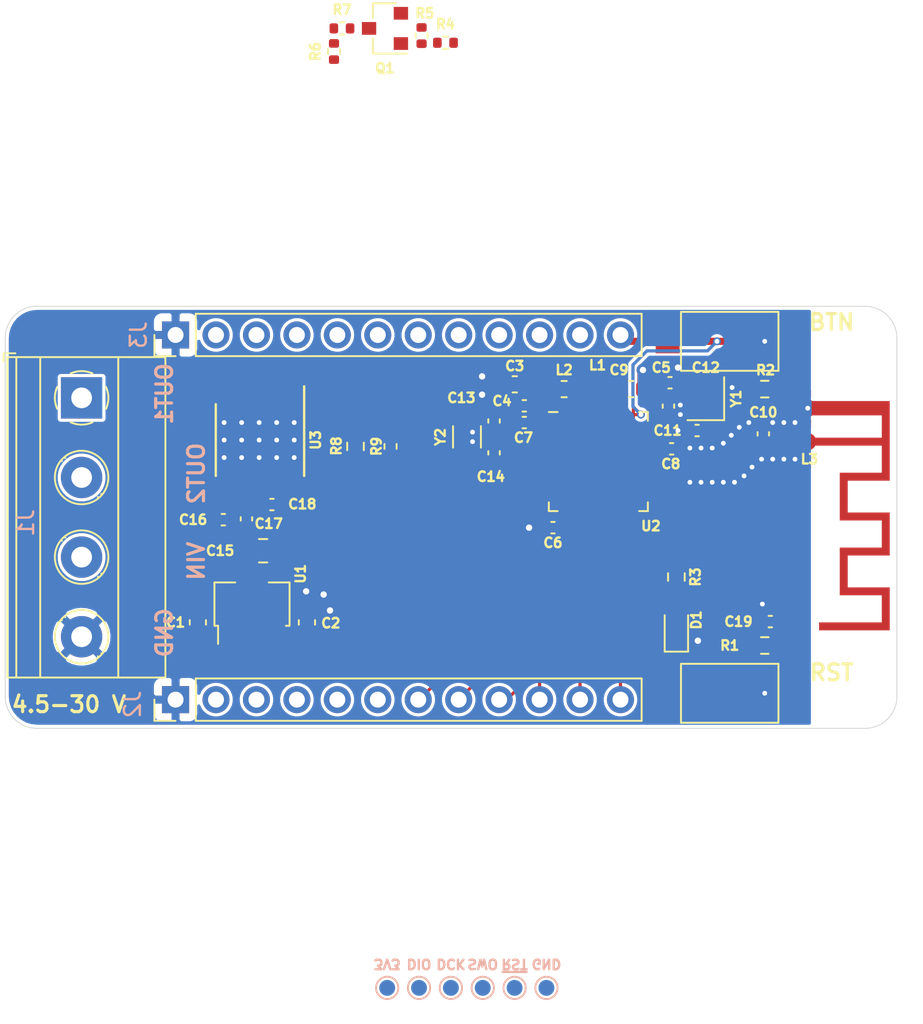
<source format=kicad_pcb>
(kicad_pcb (version 20171130) (host pcbnew "(5.1.12)-1")

  (general
    (thickness 1.6)
    (drawings 29)
    (tracks 244)
    (zones 0)
    (modules 50)
    (nets 55)
  )

  (page A4)
  (layers
    (0 F.Cu signal)
    (31 B.Cu signal)
    (32 B.Adhes user)
    (33 F.Adhes user)
    (34 B.Paste user)
    (35 F.Paste user)
    (36 B.SilkS user)
    (37 F.SilkS user)
    (38 B.Mask user)
    (39 F.Mask user)
    (40 Dwgs.User user)
    (41 Cmts.User user)
    (42 Eco1.User user)
    (43 Eco2.User user)
    (44 Edge.Cuts user)
    (45 Margin user)
    (46 B.CrtYd user)
    (47 F.CrtYd user)
    (48 B.Fab user hide)
    (49 F.Fab user hide)
  )

  (setup
    (last_trace_width 0.45)
    (user_trace_width 0.127)
    (user_trace_width 0.2)
    (user_trace_width 0.45)
    (user_trace_width 0.75)
    (user_trace_width 1.07795)
    (user_trace_width 2)
    (trace_clearance 0.127)
    (zone_clearance 0.2)
    (zone_45_only yes)
    (trace_min 0.127)
    (via_size 0.8)
    (via_drill 0.4)
    (via_min_size 0.4)
    (via_min_drill 0.2)
    (user_via 0.5 0.3)
    (uvia_size 0.3)
    (uvia_drill 0.1)
    (uvias_allowed no)
    (uvia_min_size 0.2)
    (uvia_min_drill 0.1)
    (edge_width 0.05)
    (segment_width 0.2)
    (pcb_text_width 0.3)
    (pcb_text_size 1.5 1.5)
    (mod_edge_width 0.12)
    (mod_text_size 1 1)
    (mod_text_width 0.15)
    (pad_size 1.524 1.524)
    (pad_drill 0.762)
    (pad_to_mask_clearance 0)
    (aux_axis_origin 0 0)
    (visible_elements 7FFFFFFF)
    (pcbplotparams
      (layerselection 0x010fc_ffffffff)
      (usegerberextensions false)
      (usegerberattributes true)
      (usegerberadvancedattributes true)
      (creategerberjobfile true)
      (excludeedgelayer true)
      (linewidth 0.100000)
      (plotframeref false)
      (viasonmask false)
      (mode 1)
      (useauxorigin false)
      (hpglpennumber 1)
      (hpglpenspeed 20)
      (hpglpendiameter 15.000000)
      (psnegative false)
      (psa4output false)
      (plotreference true)
      (plotvalue true)
      (plotinvisibletext false)
      (padsonsilk false)
      (subtractmaskfromsilk false)
      (outputformat 1)
      (mirror false)
      (drillshape 1)
      (scaleselection 1)
      (outputdirectory ""))
  )

  (net 0 "")
  (net 1 GND)
  (net 2 +BATT)
  (net 3 +3V3)
  (net 4 "Net-(AE1-Pad1)")
  (net 5 "Net-(L2-Pad1)")
  (net 6 "Net-(C17-Pad2)")
  (net 7 "Net-(C18-Pad2)")
  (net 8 "Net-(C18-Pad1)")
  (net 9 "Net-(D1-Pad2)")
  (net 10 /XC1)
  (net 11 /XL1)
  (net 12 /XL2)
  (net 13 /XC2)
  (net 14 "Net-(C9-Pad1)")
  (net 15 /OUT2)
  (net 16 /OUT1)
  (net 17 /~RESET)
  (net 18 /GPIO_BTN)
  (net 19 /GPIO_LED)
  (net 20 /~FAULT)
  (net 21 /SWDIO)
  (net 22 /SWDCLK)
  (net 23 /SWO)
  (net 24 /~SLEEP)
  (net 25 /PH-IN2)
  (net 26 /EN-IN1)
  (net 27 /PMODE)
  (net 28 /IMODE)
  (net 29 /GPIO23)
  (net 30 /GPIO22)
  (net 31 /GPIO20)
  (net 32 /GPIO19)
  (net 33 /GPIO17)
  (net 34 /GPIO16)
  (net 35 /GPIO15)
  (net 36 /GPIO14)
  (net 37 /GPIO13)
  (net 38 /GPIO26)
  (net 39 /GPIO27)
  (net 40 /GPIO28)
  (net 41 /GPIO29)
  (net 42 /GPIO30)
  (net 43 /GPIO31)
  (net 44 /GPIO10)
  (net 45 /GPIO9)
  (net 46 "Net-(Q1-Pad3)")
  (net 47 "Net-(Q1-Pad1)")
  (net 48 /ADC_VBATT_EN)
  (net 49 /ADC_VBATT)
  (net 50 /ADC_IPROPI)
  (net 51 "Net-(C7-Pad1)")
  (net 52 "Net-(C8-Pad1)")
  (net 53 "Net-(C10-Pad1)")
  (net 54 "Net-(L1-Pad1)")

  (net_class Default "This is the default net class."
    (clearance 0.127)
    (trace_width 0.25)
    (via_dia 0.8)
    (via_drill 0.4)
    (uvia_dia 0.3)
    (uvia_drill 0.1)
    (add_net +3V3)
    (add_net +BATT)
    (add_net /ADC_IPROPI)
    (add_net /ADC_VBATT)
    (add_net /ADC_VBATT_EN)
    (add_net /EN-IN1)
    (add_net /GPIO10)
    (add_net /GPIO13)
    (add_net /GPIO14)
    (add_net /GPIO15)
    (add_net /GPIO16)
    (add_net /GPIO17)
    (add_net /GPIO19)
    (add_net /GPIO20)
    (add_net /GPIO22)
    (add_net /GPIO23)
    (add_net /GPIO26)
    (add_net /GPIO27)
    (add_net /GPIO28)
    (add_net /GPIO29)
    (add_net /GPIO30)
    (add_net /GPIO31)
    (add_net /GPIO9)
    (add_net /GPIO_BTN)
    (add_net /GPIO_LED)
    (add_net /IMODE)
    (add_net /OUT1)
    (add_net /OUT2)
    (add_net /PH-IN2)
    (add_net /PMODE)
    (add_net /SWDCLK)
    (add_net /SWDIO)
    (add_net /SWO)
    (add_net /XC1)
    (add_net /XC2)
    (add_net /XL1)
    (add_net /XL2)
    (add_net /~FAULT)
    (add_net /~RESET)
    (add_net /~SLEEP)
    (add_net GND)
    (add_net "Net-(C17-Pad2)")
    (add_net "Net-(C18-Pad1)")
    (add_net "Net-(C18-Pad2)")
    (add_net "Net-(C7-Pad1)")
    (add_net "Net-(C8-Pad1)")
    (add_net "Net-(C9-Pad1)")
    (add_net "Net-(D1-Pad2)")
    (add_net "Net-(J3-Pad3)")
    (add_net "Net-(J4-Pad1)")
    (add_net "Net-(L1-Pad1)")
    (add_net "Net-(L2-Pad1)")
    (add_net "Net-(Q1-Pad1)")
    (add_net "Net-(Q1-Pad3)")
    (add_net "Net-(U2-Pad32)")
    (add_net "Net-(U2-Pad44)")
  )

  (net_class Antenna ""
    (clearance 0.2)
    (trace_width 1.07795)
    (via_dia 0.8)
    (via_drill 0.4)
    (uvia_dia 0.3)
    (uvia_drill 0.1)
    (add_net "Net-(AE1-Pad1)")
    (add_net "Net-(C10-Pad1)")
  )

  (module Capacitor_SMD:C_0402_1005Metric (layer F.Cu) (tedit 5F68FEEE) (tstamp 63A92137)
    (at 166.05 104.8 180)
    (descr "Capacitor SMD 0402 (1005 Metric), square (rectangular) end terminal, IPC_7351 nominal, (Body size source: IPC-SM-782 page 76, https://www.pcb-3d.com/wordpress/wp-content/uploads/ipc-sm-782a_amendment_1_and_2.pdf), generated with kicad-footprint-generator")
    (tags capacitor)
    (path /63BE76F2)
    (attr smd)
    (fp_text reference C19 (at 2 0) (layer F.SilkS)
      (effects (font (size 0.6 0.6) (thickness 0.15)))
    )
    (fp_text value 100nF (at 0 1.16) (layer F.Fab)
      (effects (font (size 1 1) (thickness 0.15)))
    )
    (fp_text user %R (at 0 0) (layer F.Fab)
      (effects (font (size 0.25 0.25) (thickness 0.04)))
    )
    (fp_line (start -0.5 0.25) (end -0.5 -0.25) (layer F.Fab) (width 0.1))
    (fp_line (start -0.5 -0.25) (end 0.5 -0.25) (layer F.Fab) (width 0.1))
    (fp_line (start 0.5 -0.25) (end 0.5 0.25) (layer F.Fab) (width 0.1))
    (fp_line (start 0.5 0.25) (end -0.5 0.25) (layer F.Fab) (width 0.1))
    (fp_line (start -0.107836 -0.36) (end 0.107836 -0.36) (layer F.SilkS) (width 0.12))
    (fp_line (start -0.107836 0.36) (end 0.107836 0.36) (layer F.SilkS) (width 0.12))
    (fp_line (start -0.91 0.46) (end -0.91 -0.46) (layer F.CrtYd) (width 0.05))
    (fp_line (start -0.91 -0.46) (end 0.91 -0.46) (layer F.CrtYd) (width 0.05))
    (fp_line (start 0.91 -0.46) (end 0.91 0.46) (layer F.CrtYd) (width 0.05))
    (fp_line (start 0.91 0.46) (end -0.91 0.46) (layer F.CrtYd) (width 0.05))
    (pad 2 smd roundrect (at 0.48 0 180) (size 0.56 0.62) (layers F.Cu F.Paste F.Mask) (roundrect_rratio 0.25)
      (net 1 GND))
    (pad 1 smd roundrect (at -0.48 0 180) (size 0.56 0.62) (layers F.Cu F.Paste F.Mask) (roundrect_rratio 0.25)
      (net 17 /~RESET))
    (model ${KISYS3DMOD}/Capacitor_SMD.3dshapes/C_0402_1005Metric.wrl
      (at (xyz 0 0 0))
      (scale (xyz 1 1 1))
      (rotate (xyz 0 0 0))
    )
  )

  (module TerminalBlock_Phoenix:TerminalBlock_Phoenix_MKDS-1,5-4_1x04_P5.00mm_Horizontal (layer F.Cu) (tedit 5B294EE5) (tstamp 63A8A40D)
    (at 122.8 90.75 270)
    (descr "Terminal Block Phoenix MKDS-1,5-4, 4 pins, pitch 5mm, size 20x9.8mm^2, drill diamater 1.3mm, pad diameter 2.6mm, see http://www.farnell.com/datasheets/100425.pdf, script-generated using https://github.com/pointhi/kicad-footprint-generator/scripts/TerminalBlock_Phoenix")
    (tags "THT Terminal Block Phoenix MKDS-1,5-4 pitch 5mm size 20x9.8mm^2 drill 1.3mm pad 2.6mm")
    (path /63A9A5CB)
    (fp_text reference J1 (at 7.85 3.5 90) (layer B.SilkS)
      (effects (font (size 1 1) (thickness 0.15)) (justify mirror))
    )
    (fp_text value Screw_Terminal_01x04 (at 7.5 5.66 90) (layer F.Fab)
      (effects (font (size 1 1) (thickness 0.15)))
    )
    (fp_line (start 18 -5.71) (end -3 -5.71) (layer F.CrtYd) (width 0.05))
    (fp_line (start 18 5.1) (end 18 -5.71) (layer F.CrtYd) (width 0.05))
    (fp_line (start -3 5.1) (end 18 5.1) (layer F.CrtYd) (width 0.05))
    (fp_line (start -3 -5.71) (end -3 5.1) (layer F.CrtYd) (width 0.05))
    (fp_line (start -2.8 4.9) (end -2.3 4.9) (layer F.SilkS) (width 0.12))
    (fp_line (start -2.8 4.16) (end -2.8 4.9) (layer F.SilkS) (width 0.12))
    (fp_line (start 13.773 1.023) (end 13.726 1.069) (layer F.SilkS) (width 0.12))
    (fp_line (start 16.07 -1.275) (end 16.035 -1.239) (layer F.SilkS) (width 0.12))
    (fp_line (start 13.966 1.239) (end 13.931 1.274) (layer F.SilkS) (width 0.12))
    (fp_line (start 16.275 -1.069) (end 16.228 -1.023) (layer F.SilkS) (width 0.12))
    (fp_line (start 15.955 -1.138) (end 13.863 0.955) (layer F.Fab) (width 0.1))
    (fp_line (start 16.138 -0.955) (end 14.046 1.138) (layer F.Fab) (width 0.1))
    (fp_line (start 8.773 1.023) (end 8.726 1.069) (layer F.SilkS) (width 0.12))
    (fp_line (start 11.07 -1.275) (end 11.035 -1.239) (layer F.SilkS) (width 0.12))
    (fp_line (start 8.966 1.239) (end 8.931 1.274) (layer F.SilkS) (width 0.12))
    (fp_line (start 11.275 -1.069) (end 11.228 -1.023) (layer F.SilkS) (width 0.12))
    (fp_line (start 10.955 -1.138) (end 8.863 0.955) (layer F.Fab) (width 0.1))
    (fp_line (start 11.138 -0.955) (end 9.046 1.138) (layer F.Fab) (width 0.1))
    (fp_line (start 3.773 1.023) (end 3.726 1.069) (layer F.SilkS) (width 0.12))
    (fp_line (start 6.07 -1.275) (end 6.035 -1.239) (layer F.SilkS) (width 0.12))
    (fp_line (start 3.966 1.239) (end 3.931 1.274) (layer F.SilkS) (width 0.12))
    (fp_line (start 6.275 -1.069) (end 6.228 -1.023) (layer F.SilkS) (width 0.12))
    (fp_line (start 5.955 -1.138) (end 3.863 0.955) (layer F.Fab) (width 0.1))
    (fp_line (start 6.138 -0.955) (end 4.046 1.138) (layer F.Fab) (width 0.1))
    (fp_line (start 0.955 -1.138) (end -1.138 0.955) (layer F.Fab) (width 0.1))
    (fp_line (start 1.138 -0.955) (end -0.955 1.138) (layer F.Fab) (width 0.1))
    (fp_line (start 17.561 -5.261) (end 17.561 4.66) (layer F.SilkS) (width 0.12))
    (fp_line (start -2.56 -5.261) (end -2.56 4.66) (layer F.SilkS) (width 0.12))
    (fp_line (start -2.56 4.66) (end 17.561 4.66) (layer F.SilkS) (width 0.12))
    (fp_line (start -2.56 -5.261) (end 17.561 -5.261) (layer F.SilkS) (width 0.12))
    (fp_line (start -2.56 -2.301) (end 17.561 -2.301) (layer F.SilkS) (width 0.12))
    (fp_line (start -2.5 -2.3) (end 17.5 -2.3) (layer F.Fab) (width 0.1))
    (fp_line (start -2.56 2.6) (end 17.561 2.6) (layer F.SilkS) (width 0.12))
    (fp_line (start -2.5 2.6) (end 17.5 2.6) (layer F.Fab) (width 0.1))
    (fp_line (start -2.56 4.1) (end 17.561 4.1) (layer F.SilkS) (width 0.12))
    (fp_line (start -2.5 4.1) (end 17.5 4.1) (layer F.Fab) (width 0.1))
    (fp_line (start -2.5 4.1) (end -2.5 -5.2) (layer F.Fab) (width 0.1))
    (fp_line (start -2 4.6) (end -2.5 4.1) (layer F.Fab) (width 0.1))
    (fp_line (start 17.5 4.6) (end -2 4.6) (layer F.Fab) (width 0.1))
    (fp_line (start 17.5 -5.2) (end 17.5 4.6) (layer F.Fab) (width 0.1))
    (fp_line (start -2.5 -5.2) (end 17.5 -5.2) (layer F.Fab) (width 0.1))
    (fp_circle (center 15 0) (end 16.68 0) (layer F.SilkS) (width 0.12))
    (fp_circle (center 15 0) (end 16.5 0) (layer F.Fab) (width 0.1))
    (fp_circle (center 10 0) (end 11.68 0) (layer F.SilkS) (width 0.12))
    (fp_circle (center 10 0) (end 11.5 0) (layer F.Fab) (width 0.1))
    (fp_circle (center 5 0) (end 6.68 0) (layer F.SilkS) (width 0.12))
    (fp_circle (center 5 0) (end 6.5 0) (layer F.Fab) (width 0.1))
    (fp_circle (center 0 0) (end 1.5 0) (layer F.Fab) (width 0.1))
    (fp_text user %R (at 7.5 3.2 90) (layer F.Fab)
      (effects (font (size 1 1) (thickness 0.15)))
    )
    (fp_arc (start 0 0) (end -0.684 1.535) (angle -25) (layer F.SilkS) (width 0.12))
    (fp_arc (start 0 0) (end -1.535 -0.684) (angle -48) (layer F.SilkS) (width 0.12))
    (fp_arc (start 0 0) (end 0.684 -1.535) (angle -48) (layer F.SilkS) (width 0.12))
    (fp_arc (start 0 0) (end 1.535 0.684) (angle -48) (layer F.SilkS) (width 0.12))
    (fp_arc (start 0 0) (end 0 1.68) (angle -24) (layer F.SilkS) (width 0.12))
    (pad 4 thru_hole circle (at 15 0 270) (size 2.6 2.6) (drill 1.3) (layers *.Cu *.Mask)
      (net 1 GND))
    (pad 3 thru_hole circle (at 10 0 270) (size 2.6 2.6) (drill 1.3) (layers *.Cu *.Mask)
      (net 2 +BATT))
    (pad 2 thru_hole circle (at 5 0 270) (size 2.6 2.6) (drill 1.3) (layers *.Cu *.Mask)
      (net 15 /OUT2))
    (pad 1 thru_hole rect (at 0 0 270) (size 2.6 2.6) (drill 1.3) (layers *.Cu *.Mask)
      (net 16 /OUT1))
    (model ${KISYS3DMOD}/TerminalBlock_Phoenix.3dshapes/TerminalBlock_Phoenix_MKDS-1,5-4_1x04_P5.00mm_Horizontal.wrl
      (at (xyz 0 0 0))
      (scale (xyz 1 1 1))
      (rotate (xyz 0 0 0))
    )
  )

  (module Resistor_SMD:R_0603_1608Metric (layer F.Cu) (tedit 5F68FEEE) (tstamp 638D532E)
    (at 140 93.8 270)
    (descr "Resistor SMD 0603 (1608 Metric), square (rectangular) end terminal, IPC_7351 nominal, (Body size source: IPC-SM-782 page 72, https://www.pcb-3d.com/wordpress/wp-content/uploads/ipc-sm-782a_amendment_1_and_2.pdf), generated with kicad-footprint-generator")
    (tags resistor)
    (path /638F5DA3)
    (attr smd)
    (fp_text reference R8 (at -0.025 1.2 90) (layer F.SilkS)
      (effects (font (size 0.6 0.6) (thickness 0.15)))
    )
    (fp_text value 1K (at 0 1.43 90) (layer F.Fab)
      (effects (font (size 1 1) (thickness 0.15)))
    )
    (fp_line (start -0.8 0.4125) (end -0.8 -0.4125) (layer F.Fab) (width 0.1))
    (fp_line (start -0.8 -0.4125) (end 0.8 -0.4125) (layer F.Fab) (width 0.1))
    (fp_line (start 0.8 -0.4125) (end 0.8 0.4125) (layer F.Fab) (width 0.1))
    (fp_line (start 0.8 0.4125) (end -0.8 0.4125) (layer F.Fab) (width 0.1))
    (fp_line (start -0.237258 -0.5225) (end 0.237258 -0.5225) (layer F.SilkS) (width 0.12))
    (fp_line (start -0.237258 0.5225) (end 0.237258 0.5225) (layer F.SilkS) (width 0.12))
    (fp_line (start -1.48 0.73) (end -1.48 -0.73) (layer F.CrtYd) (width 0.05))
    (fp_line (start -1.48 -0.73) (end 1.48 -0.73) (layer F.CrtYd) (width 0.05))
    (fp_line (start 1.48 -0.73) (end 1.48 0.73) (layer F.CrtYd) (width 0.05))
    (fp_line (start 1.48 0.73) (end -1.48 0.73) (layer F.CrtYd) (width 0.05))
    (fp_text user %R (at 0 0 90) (layer F.Fab)
      (effects (font (size 0.4 0.4) (thickness 0.06)))
    )
    (pad 2 smd roundrect (at 0.825 0 270) (size 0.8 0.95) (layers F.Cu F.Paste F.Mask) (roundrect_rratio 0.25)
      (net 1 GND))
    (pad 1 smd roundrect (at -0.825 0 270) (size 0.8 0.95) (layers F.Cu F.Paste F.Mask) (roundrect_rratio 0.25)
      (net 50 /ADC_IPROPI))
    (model ${KISYS3DMOD}/Resistor_SMD.3dshapes/R_0603_1608Metric.wrl
      (at (xyz 0 0 0))
      (scale (xyz 1 1 1))
      (rotate (xyz 0 0 0))
    )
  )

  (module Resistor_SMD:R_0402_1005Metric (layer F.Cu) (tedit 5F68FEEE) (tstamp 6390523C)
    (at 139.15 67.55)
    (descr "Resistor SMD 0402 (1005 Metric), square (rectangular) end terminal, IPC_7351 nominal, (Body size source: IPC-SM-782 page 72, https://www.pcb-3d.com/wordpress/wp-content/uploads/ipc-sm-782a_amendment_1_and_2.pdf), generated with kicad-footprint-generator")
    (tags resistor)
    (path /63B1A9E7)
    (attr smd)
    (fp_text reference R7 (at 0 -1.17) (layer F.SilkS)
      (effects (font (size 0.6 0.6) (thickness 0.15)))
    )
    (fp_text value 10K (at 0 1.17) (layer F.Fab)
      (effects (font (size 1 1) (thickness 0.15)))
    )
    (fp_line (start -0.525 0.27) (end -0.525 -0.27) (layer F.Fab) (width 0.1))
    (fp_line (start -0.525 -0.27) (end 0.525 -0.27) (layer F.Fab) (width 0.1))
    (fp_line (start 0.525 -0.27) (end 0.525 0.27) (layer F.Fab) (width 0.1))
    (fp_line (start 0.525 0.27) (end -0.525 0.27) (layer F.Fab) (width 0.1))
    (fp_line (start -0.153641 -0.38) (end 0.153641 -0.38) (layer F.SilkS) (width 0.12))
    (fp_line (start -0.153641 0.38) (end 0.153641 0.38) (layer F.SilkS) (width 0.12))
    (fp_line (start -0.93 0.47) (end -0.93 -0.47) (layer F.CrtYd) (width 0.05))
    (fp_line (start -0.93 -0.47) (end 0.93 -0.47) (layer F.CrtYd) (width 0.05))
    (fp_line (start 0.93 -0.47) (end 0.93 0.47) (layer F.CrtYd) (width 0.05))
    (fp_line (start 0.93 0.47) (end -0.93 0.47) (layer F.CrtYd) (width 0.05))
    (fp_text user %R (at 0 0) (layer F.Fab)
      (effects (font (size 0.26 0.26) (thickness 0.04)))
    )
    (pad 2 smd roundrect (at 0.51 0) (size 0.54 0.64) (layers F.Cu F.Paste F.Mask) (roundrect_rratio 0.25)
      (net 46 "Net-(Q1-Pad3)"))
    (pad 1 smd roundrect (at -0.51 0) (size 0.54 0.64) (layers F.Cu F.Paste F.Mask) (roundrect_rratio 0.25)
      (net 49 /ADC_VBATT))
    (model ${KISYS3DMOD}/Resistor_SMD.3dshapes/R_0402_1005Metric.wrl
      (at (xyz 0 0 0))
      (scale (xyz 1 1 1))
      (rotate (xyz 0 0 0))
    )
  )

  (module Resistor_SMD:R_0402_1005Metric (layer F.Cu) (tedit 5F68FEEE) (tstamp 6390522B)
    (at 138.65 69 90)
    (descr "Resistor SMD 0402 (1005 Metric), square (rectangular) end terminal, IPC_7351 nominal, (Body size source: IPC-SM-782 page 72, https://www.pcb-3d.com/wordpress/wp-content/uploads/ipc-sm-782a_amendment_1_and_2.pdf), generated with kicad-footprint-generator")
    (tags resistor)
    (path /63B19D01)
    (attr smd)
    (fp_text reference R6 (at 0 -1.17 90) (layer F.SilkS)
      (effects (font (size 0.6 0.6) (thickness 0.15)))
    )
    (fp_text value 100K (at 0 1.17 90) (layer F.Fab)
      (effects (font (size 1 1) (thickness 0.15)))
    )
    (fp_line (start -0.525 0.27) (end -0.525 -0.27) (layer F.Fab) (width 0.1))
    (fp_line (start -0.525 -0.27) (end 0.525 -0.27) (layer F.Fab) (width 0.1))
    (fp_line (start 0.525 -0.27) (end 0.525 0.27) (layer F.Fab) (width 0.1))
    (fp_line (start 0.525 0.27) (end -0.525 0.27) (layer F.Fab) (width 0.1))
    (fp_line (start -0.153641 -0.38) (end 0.153641 -0.38) (layer F.SilkS) (width 0.12))
    (fp_line (start -0.153641 0.38) (end 0.153641 0.38) (layer F.SilkS) (width 0.12))
    (fp_line (start -0.93 0.47) (end -0.93 -0.47) (layer F.CrtYd) (width 0.05))
    (fp_line (start -0.93 -0.47) (end 0.93 -0.47) (layer F.CrtYd) (width 0.05))
    (fp_line (start 0.93 -0.47) (end 0.93 0.47) (layer F.CrtYd) (width 0.05))
    (fp_line (start 0.93 0.47) (end -0.93 0.47) (layer F.CrtYd) (width 0.05))
    (fp_text user %R (at 0 0 90) (layer F.Fab)
      (effects (font (size 0.26 0.26) (thickness 0.04)))
    )
    (pad 2 smd roundrect (at 0.51 0 90) (size 0.54 0.64) (layers F.Cu F.Paste F.Mask) (roundrect_rratio 0.25)
      (net 49 /ADC_VBATT))
    (pad 1 smd roundrect (at -0.51 0 90) (size 0.54 0.64) (layers F.Cu F.Paste F.Mask) (roundrect_rratio 0.25)
      (net 2 +BATT))
    (model ${KISYS3DMOD}/Resistor_SMD.3dshapes/R_0402_1005Metric.wrl
      (at (xyz 0 0 0))
      (scale (xyz 1 1 1))
      (rotate (xyz 0 0 0))
    )
  )

  (module Resistor_SMD:R_0402_1005Metric (layer F.Cu) (tedit 5F68FEEE) (tstamp 6390521A)
    (at 144.15 68 90)
    (descr "Resistor SMD 0402 (1005 Metric), square (rectangular) end terminal, IPC_7351 nominal, (Body size source: IPC-SM-782 page 72, https://www.pcb-3d.com/wordpress/wp-content/uploads/ipc-sm-782a_amendment_1_and_2.pdf), generated with kicad-footprint-generator")
    (tags resistor)
    (path /63B7CBA9)
    (attr smd)
    (fp_text reference R5 (at 1.4 0.2 180) (layer F.SilkS)
      (effects (font (size 0.6 0.6) (thickness 0.15)))
    )
    (fp_text value 10K (at 0 1.17 90) (layer F.Fab)
      (effects (font (size 1 1) (thickness 0.15)))
    )
    (fp_line (start -0.525 0.27) (end -0.525 -0.27) (layer F.Fab) (width 0.1))
    (fp_line (start -0.525 -0.27) (end 0.525 -0.27) (layer F.Fab) (width 0.1))
    (fp_line (start 0.525 -0.27) (end 0.525 0.27) (layer F.Fab) (width 0.1))
    (fp_line (start 0.525 0.27) (end -0.525 0.27) (layer F.Fab) (width 0.1))
    (fp_line (start -0.153641 -0.38) (end 0.153641 -0.38) (layer F.SilkS) (width 0.12))
    (fp_line (start -0.153641 0.38) (end 0.153641 0.38) (layer F.SilkS) (width 0.12))
    (fp_line (start -0.93 0.47) (end -0.93 -0.47) (layer F.CrtYd) (width 0.05))
    (fp_line (start -0.93 -0.47) (end 0.93 -0.47) (layer F.CrtYd) (width 0.05))
    (fp_line (start 0.93 -0.47) (end 0.93 0.47) (layer F.CrtYd) (width 0.05))
    (fp_line (start 0.93 0.47) (end -0.93 0.47) (layer F.CrtYd) (width 0.05))
    (fp_text user %R (at 0 0 90) (layer F.Fab)
      (effects (font (size 0.26 0.26) (thickness 0.04)))
    )
    (pad 2 smd roundrect (at 0.51 0 90) (size 0.54 0.64) (layers F.Cu F.Paste F.Mask) (roundrect_rratio 0.25)
      (net 1 GND))
    (pad 1 smd roundrect (at -0.51 0 90) (size 0.54 0.64) (layers F.Cu F.Paste F.Mask) (roundrect_rratio 0.25)
      (net 47 "Net-(Q1-Pad1)"))
    (model ${KISYS3DMOD}/Resistor_SMD.3dshapes/R_0402_1005Metric.wrl
      (at (xyz 0 0 0))
      (scale (xyz 1 1 1))
      (rotate (xyz 0 0 0))
    )
  )

  (module Resistor_SMD:R_0402_1005Metric (layer F.Cu) (tedit 5F68FEEE) (tstamp 63905209)
    (at 145.65 68.45)
    (descr "Resistor SMD 0402 (1005 Metric), square (rectangular) end terminal, IPC_7351 nominal, (Body size source: IPC-SM-782 page 72, https://www.pcb-3d.com/wordpress/wp-content/uploads/ipc-sm-782a_amendment_1_and_2.pdf), generated with kicad-footprint-generator")
    (tags resistor)
    (path /63B561D7)
    (attr smd)
    (fp_text reference R4 (at 0 -1.17) (layer F.SilkS)
      (effects (font (size 0.6 0.6) (thickness 0.15)))
    )
    (fp_text value 10K (at 0 1.17) (layer F.Fab)
      (effects (font (size 1 1) (thickness 0.15)))
    )
    (fp_line (start -0.525 0.27) (end -0.525 -0.27) (layer F.Fab) (width 0.1))
    (fp_line (start -0.525 -0.27) (end 0.525 -0.27) (layer F.Fab) (width 0.1))
    (fp_line (start 0.525 -0.27) (end 0.525 0.27) (layer F.Fab) (width 0.1))
    (fp_line (start 0.525 0.27) (end -0.525 0.27) (layer F.Fab) (width 0.1))
    (fp_line (start -0.153641 -0.38) (end 0.153641 -0.38) (layer F.SilkS) (width 0.12))
    (fp_line (start -0.153641 0.38) (end 0.153641 0.38) (layer F.SilkS) (width 0.12))
    (fp_line (start -0.93 0.47) (end -0.93 -0.47) (layer F.CrtYd) (width 0.05))
    (fp_line (start -0.93 -0.47) (end 0.93 -0.47) (layer F.CrtYd) (width 0.05))
    (fp_line (start 0.93 -0.47) (end 0.93 0.47) (layer F.CrtYd) (width 0.05))
    (fp_line (start 0.93 0.47) (end -0.93 0.47) (layer F.CrtYd) (width 0.05))
    (fp_text user %R (at 0 0) (layer F.Fab)
      (effects (font (size 0.26 0.26) (thickness 0.04)))
    )
    (pad 2 smd roundrect (at 0.51 0) (size 0.54 0.64) (layers F.Cu F.Paste F.Mask) (roundrect_rratio 0.25)
      (net 48 /ADC_VBATT_EN))
    (pad 1 smd roundrect (at -0.51 0) (size 0.54 0.64) (layers F.Cu F.Paste F.Mask) (roundrect_rratio 0.25)
      (net 47 "Net-(Q1-Pad1)"))
    (model ${KISYS3DMOD}/Resistor_SMD.3dshapes/R_0402_1005Metric.wrl
      (at (xyz 0 0 0))
      (scale (xyz 1 1 1))
      (rotate (xyz 0 0 0))
    )
  )

  (module Package_TO_SOT_SMD:SOT-23 (layer F.Cu) (tedit 5A02FF57) (tstamp 63905158)
    (at 141.85 67.55 180)
    (descr "SOT-23, Standard")
    (tags SOT-23)
    (path /63B471D2)
    (attr smd)
    (fp_text reference Q1 (at 0 -2.5) (layer F.SilkS)
      (effects (font (size 0.6 0.6) (thickness 0.15)))
    )
    (fp_text value AO3400A (at 0 2.5) (layer F.Fab)
      (effects (font (size 1 1) (thickness 0.15)))
    )
    (fp_line (start -0.7 -0.95) (end -0.7 1.5) (layer F.Fab) (width 0.1))
    (fp_line (start -0.15 -1.52) (end 0.7 -1.52) (layer F.Fab) (width 0.1))
    (fp_line (start -0.7 -0.95) (end -0.15 -1.52) (layer F.Fab) (width 0.1))
    (fp_line (start 0.7 -1.52) (end 0.7 1.52) (layer F.Fab) (width 0.1))
    (fp_line (start -0.7 1.52) (end 0.7 1.52) (layer F.Fab) (width 0.1))
    (fp_line (start 0.76 1.58) (end 0.76 0.65) (layer F.SilkS) (width 0.12))
    (fp_line (start 0.76 -1.58) (end 0.76 -0.65) (layer F.SilkS) (width 0.12))
    (fp_line (start -1.7 -1.75) (end 1.7 -1.75) (layer F.CrtYd) (width 0.05))
    (fp_line (start 1.7 -1.75) (end 1.7 1.75) (layer F.CrtYd) (width 0.05))
    (fp_line (start 1.7 1.75) (end -1.7 1.75) (layer F.CrtYd) (width 0.05))
    (fp_line (start -1.7 1.75) (end -1.7 -1.75) (layer F.CrtYd) (width 0.05))
    (fp_line (start 0.76 -1.58) (end -1.4 -1.58) (layer F.SilkS) (width 0.12))
    (fp_line (start 0.76 1.58) (end -0.7 1.58) (layer F.SilkS) (width 0.12))
    (fp_text user %R (at 0 0 90) (layer F.Fab)
      (effects (font (size 0.5 0.5) (thickness 0.075)))
    )
    (pad 3 smd rect (at 1 0 180) (size 0.9 0.8) (layers F.Cu F.Paste F.Mask)
      (net 46 "Net-(Q1-Pad3)"))
    (pad 2 smd rect (at -1 0.95 180) (size 0.9 0.8) (layers F.Cu F.Paste F.Mask)
      (net 1 GND))
    (pad 1 smd rect (at -1 -0.95 180) (size 0.9 0.8) (layers F.Cu F.Paste F.Mask)
      (net 47 "Net-(Q1-Pad1)"))
    (model ${KISYS3DMOD}/Package_TO_SOT_SMD.3dshapes/SOT-23.wrl
      (at (xyz 0 0 0))
      (scale (xyz 1 1 1))
      (rotate (xyz 0 0 0))
    )
  )

  (module Connector_PinHeader_2.54mm:PinHeader_1x12_P2.54mm_Vertical (layer F.Cu) (tedit 59FED5CC) (tstamp 638FEF07)
    (at 128.7 86.8 90)
    (descr "Through hole straight pin header, 1x12, 2.54mm pitch, single row")
    (tags "Through hole pin header THT 1x12 2.54mm single row")
    (path /63945246)
    (fp_text reference J3 (at 0 -2.33 270) (layer B.SilkS)
      (effects (font (size 1 1) (thickness 0.15)) (justify mirror))
    )
    (fp_text value Conn_01x12 (at 0 30.27 90) (layer F.Fab)
      (effects (font (size 1 1) (thickness 0.15)))
    )
    (fp_line (start -0.635 -1.27) (end 1.27 -1.27) (layer F.Fab) (width 0.1))
    (fp_line (start 1.27 -1.27) (end 1.27 29.21) (layer F.Fab) (width 0.1))
    (fp_line (start 1.27 29.21) (end -1.27 29.21) (layer F.Fab) (width 0.1))
    (fp_line (start -1.27 29.21) (end -1.27 -0.635) (layer F.Fab) (width 0.1))
    (fp_line (start -1.27 -0.635) (end -0.635 -1.27) (layer F.Fab) (width 0.1))
    (fp_line (start -1.33 29.27) (end 1.33 29.27) (layer F.SilkS) (width 0.12))
    (fp_line (start -1.33 1.27) (end -1.33 29.27) (layer F.SilkS) (width 0.12))
    (fp_line (start 1.33 1.27) (end 1.33 29.27) (layer F.SilkS) (width 0.12))
    (fp_line (start -1.33 1.27) (end 1.33 1.27) (layer F.SilkS) (width 0.12))
    (fp_line (start -1.33 0) (end -1.33 -1.33) (layer F.SilkS) (width 0.12))
    (fp_line (start -1.33 -1.33) (end 0 -1.33) (layer F.SilkS) (width 0.12))
    (fp_line (start -1.8 -1.8) (end -1.8 29.75) (layer F.CrtYd) (width 0.05))
    (fp_line (start -1.8 29.75) (end 1.8 29.75) (layer F.CrtYd) (width 0.05))
    (fp_line (start 1.8 29.75) (end 1.8 -1.8) (layer F.CrtYd) (width 0.05))
    (fp_line (start 1.8 -1.8) (end -1.8 -1.8) (layer F.CrtYd) (width 0.05))
    (fp_text user %R (at 0 13.97) (layer F.Fab)
      (effects (font (size 1 1) (thickness 0.15)))
    )
    (pad 12 thru_hole oval (at 0 27.94 90) (size 1.7 1.7) (drill 1) (layers *.Cu *.Mask)
      (net 18 /GPIO_BTN))
    (pad 11 thru_hole oval (at 0 25.4 90) (size 1.7 1.7) (drill 1) (layers *.Cu *.Mask)
      (net 38 /GPIO26))
    (pad 10 thru_hole oval (at 0 22.86 90) (size 1.7 1.7) (drill 1) (layers *.Cu *.Mask)
      (net 39 /GPIO27))
    (pad 9 thru_hole oval (at 0 20.32 90) (size 1.7 1.7) (drill 1) (layers *.Cu *.Mask)
      (net 40 /GPIO28))
    (pad 8 thru_hole oval (at 0 17.78 90) (size 1.7 1.7) (drill 1) (layers *.Cu *.Mask)
      (net 41 /GPIO29))
    (pad 7 thru_hole oval (at 0 15.24 90) (size 1.7 1.7) (drill 1) (layers *.Cu *.Mask)
      (net 42 /GPIO30))
    (pad 6 thru_hole oval (at 0 12.7 90) (size 1.7 1.7) (drill 1) (layers *.Cu *.Mask)
      (net 43 /GPIO31))
    (pad 5 thru_hole oval (at 0 10.16 90) (size 1.7 1.7) (drill 1) (layers *.Cu *.Mask)
      (net 44 /GPIO10))
    (pad 4 thru_hole oval (at 0 7.62 90) (size 1.7 1.7) (drill 1) (layers *.Cu *.Mask)
      (net 45 /GPIO9))
    (pad 3 thru_hole oval (at 0 5.08 90) (size 1.7 1.7) (drill 1) (layers *.Cu *.Mask))
    (pad 2 thru_hole oval (at 0 2.54 90) (size 1.7 1.7) (drill 1) (layers *.Cu *.Mask)
      (net 3 +3V3))
    (pad 1 thru_hole rect (at 0 0 90) (size 1.7 1.7) (drill 1) (layers *.Cu *.Mask)
      (net 1 GND))
    (model ${KISYS3DMOD}/Connector_PinHeader_2.54mm.3dshapes/PinHeader_1x12_P2.54mm_Vertical.wrl
      (at (xyz 0 0 0))
      (scale (xyz 1 1 1))
      (rotate (xyz 0 0 0))
    )
  )

  (module Connector_PinHeader_2.54mm:PinHeader_1x12_P2.54mm_Vertical (layer F.Cu) (tedit 59FED5CC) (tstamp 6390044E)
    (at 128.7 109.7 90)
    (descr "Through hole straight pin header, 1x12, 2.54mm pitch, single row")
    (tags "Through hole pin header THT 1x12 2.54mm single row")
    (path /63944AEA)
    (fp_text reference J2 (at -0.3 -2.7 90) (layer B.SilkS)
      (effects (font (size 1 1) (thickness 0.15)) (justify mirror))
    )
    (fp_text value Conn_01x12 (at 0 30.27 90) (layer F.Fab)
      (effects (font (size 1 1) (thickness 0.15)))
    )
    (fp_line (start -0.635 -1.27) (end 1.27 -1.27) (layer F.Fab) (width 0.1))
    (fp_line (start 1.27 -1.27) (end 1.27 29.21) (layer F.Fab) (width 0.1))
    (fp_line (start 1.27 29.21) (end -1.27 29.21) (layer F.Fab) (width 0.1))
    (fp_line (start -1.27 29.21) (end -1.27 -0.635) (layer F.Fab) (width 0.1))
    (fp_line (start -1.27 -0.635) (end -0.635 -1.27) (layer F.Fab) (width 0.1))
    (fp_line (start -1.33 29.27) (end 1.33 29.27) (layer F.SilkS) (width 0.12))
    (fp_line (start -1.33 1.27) (end -1.33 29.27) (layer F.SilkS) (width 0.12))
    (fp_line (start 1.33 1.27) (end 1.33 29.27) (layer F.SilkS) (width 0.12))
    (fp_line (start -1.33 1.27) (end 1.33 1.27) (layer F.SilkS) (width 0.12))
    (fp_line (start -1.33 0) (end -1.33 -1.33) (layer F.SilkS) (width 0.12))
    (fp_line (start -1.33 -1.33) (end 0 -1.33) (layer F.SilkS) (width 0.12))
    (fp_line (start -1.8 -1.8) (end -1.8 29.75) (layer F.CrtYd) (width 0.05))
    (fp_line (start -1.8 29.75) (end 1.8 29.75) (layer F.CrtYd) (width 0.05))
    (fp_line (start 1.8 29.75) (end 1.8 -1.8) (layer F.CrtYd) (width 0.05))
    (fp_line (start 1.8 -1.8) (end -1.8 -1.8) (layer F.CrtYd) (width 0.05))
    (fp_text user %R (at 0 13.97) (layer F.Fab)
      (effects (font (size 1 1) (thickness 0.15)))
    )
    (pad 12 thru_hole oval (at 0 27.94 90) (size 1.7 1.7) (drill 1) (layers *.Cu *.Mask)
      (net 19 /GPIO_LED))
    (pad 11 thru_hole oval (at 0 25.4 90) (size 1.7 1.7) (drill 1) (layers *.Cu *.Mask)
      (net 29 /GPIO23))
    (pad 10 thru_hole oval (at 0 22.86 90) (size 1.7 1.7) (drill 1) (layers *.Cu *.Mask)
      (net 30 /GPIO22))
    (pad 9 thru_hole oval (at 0 20.32 90) (size 1.7 1.7) (drill 1) (layers *.Cu *.Mask)
      (net 31 /GPIO20))
    (pad 8 thru_hole oval (at 0 17.78 90) (size 1.7 1.7) (drill 1) (layers *.Cu *.Mask)
      (net 32 /GPIO19))
    (pad 7 thru_hole oval (at 0 15.24 90) (size 1.7 1.7) (drill 1) (layers *.Cu *.Mask)
      (net 33 /GPIO17))
    (pad 6 thru_hole oval (at 0 12.7 90) (size 1.7 1.7) (drill 1) (layers *.Cu *.Mask)
      (net 34 /GPIO16))
    (pad 5 thru_hole oval (at 0 10.16 90) (size 1.7 1.7) (drill 1) (layers *.Cu *.Mask)
      (net 35 /GPIO15))
    (pad 4 thru_hole oval (at 0 7.62 90) (size 1.7 1.7) (drill 1) (layers *.Cu *.Mask)
      (net 36 /GPIO14))
    (pad 3 thru_hole oval (at 0 5.08 90) (size 1.7 1.7) (drill 1) (layers *.Cu *.Mask)
      (net 37 /GPIO13))
    (pad 2 thru_hole oval (at 0 2.54 90) (size 1.7 1.7) (drill 1) (layers *.Cu *.Mask)
      (net 3 +3V3))
    (pad 1 thru_hole rect (at 0 0 90) (size 1.7 1.7) (drill 1) (layers *.Cu *.Mask)
      (net 1 GND))
    (model ${KISYS3DMOD}/Connector_PinHeader_2.54mm.3dshapes/PinHeader_1x12_P2.54mm_Vertical.wrl
      (at (xyz 0 0 0))
      (scale (xyz 1 1 1))
      (rotate (xyz 0 0 0))
    )
  )

  (module Crystal:Crystal_SMD_3215-2Pin_3.2x1.5mm (layer F.Cu) (tedit 5A0FD1B2) (tstamp 638D5473)
    (at 147 93.2 90)
    (descr "SMD Crystal FC-135 https://support.epson.biz/td/api/doc_check.php?dl=brief_FC-135R_en.pdf")
    (tags "SMD SMT Crystal")
    (path /639857F9)
    (attr smd)
    (fp_text reference Y2 (at 0 -1.67 90) (layer F.SilkS)
      (effects (font (size 0.6 0.6) (thickness 0.15)))
    )
    (fp_text value 32.768kHz (at 0 2 90) (layer F.Fab)
      (effects (font (size 1 1) (thickness 0.15)))
    )
    (fp_line (start -2 -1.15) (end 2 -1.15) (layer F.CrtYd) (width 0.05))
    (fp_line (start -1.6 -0.75) (end -1.6 0.75) (layer F.Fab) (width 0.1))
    (fp_line (start -0.675 0.875) (end 0.675 0.875) (layer F.SilkS) (width 0.12))
    (fp_line (start -0.675 -0.875) (end 0.675 -0.875) (layer F.SilkS) (width 0.12))
    (fp_line (start 1.6 -0.75) (end 1.6 0.75) (layer F.Fab) (width 0.1))
    (fp_line (start -1.6 -0.75) (end 1.6 -0.75) (layer F.Fab) (width 0.1))
    (fp_line (start -1.6 0.75) (end 1.6 0.75) (layer F.Fab) (width 0.1))
    (fp_line (start -2 1.15) (end 2 1.15) (layer F.CrtYd) (width 0.05))
    (fp_line (start -2 -1.15) (end -2 1.15) (layer F.CrtYd) (width 0.05))
    (fp_line (start 2 -1.15) (end 2 1.15) (layer F.CrtYd) (width 0.05))
    (fp_text user %R (at 0 -2 90) (layer F.Fab)
      (effects (font (size 1 1) (thickness 0.15)))
    )
    (pad 2 smd rect (at -1.25 0 90) (size 1 1.8) (layers F.Cu F.Paste F.Mask)
      (net 12 /XL2))
    (pad 1 smd rect (at 1.25 0 90) (size 1 1.8) (layers F.Cu F.Paste F.Mask)
      (net 11 /XL1))
    (model ${KISYS3DMOD}/Crystal.3dshapes/Crystal_SMD_3215-2Pin_3.2x1.5mm.wrl
      (at (xyz 0 0 0))
      (scale (xyz 1 1 1))
      (rotate (xyz 0 0 0))
    )
    (model ${KISYS3DMOD}/Crystal.3dshapes/Crystal_SMD_MicroCrystal_CC7V-T1A-2Pin_3.2x1.5mm.wrl
      (at (xyz 0 0 0))
      (scale (xyz 1 1 1))
      (rotate (xyz 0 0 0))
    )
  )

  (module Crystal:Crystal_SMD_2016-4Pin_2.0x1.6mm (layer F.Cu) (tedit 5A0FD1B2) (tstamp 638D5462)
    (at 162 90.8 90)
    (descr "SMD Crystal SERIES SMD2016/4 http://www.q-crystal.com/upload/5/2015552223166229.pdf, 2.0x1.6mm^2 package")
    (tags "SMD SMT crystal")
    (path /6398583C)
    (attr smd)
    (fp_text reference Y1 (at 0 1.9 270) (layer F.SilkS)
      (effects (font (size 0.6 0.6) (thickness 0.15)))
    )
    (fp_text value 32MHz (at 0 2 90) (layer F.Fab)
      (effects (font (size 1 1) (thickness 0.15)))
    )
    (fp_line (start -0.9 -0.8) (end 0.9 -0.8) (layer F.Fab) (width 0.1))
    (fp_line (start 0.9 -0.8) (end 1 -0.7) (layer F.Fab) (width 0.1))
    (fp_line (start 1 -0.7) (end 1 0.7) (layer F.Fab) (width 0.1))
    (fp_line (start 1 0.7) (end 0.9 0.8) (layer F.Fab) (width 0.1))
    (fp_line (start 0.9 0.8) (end -0.9 0.8) (layer F.Fab) (width 0.1))
    (fp_line (start -0.9 0.8) (end -1 0.7) (layer F.Fab) (width 0.1))
    (fp_line (start -1 0.7) (end -1 -0.7) (layer F.Fab) (width 0.1))
    (fp_line (start -1 -0.7) (end -0.9 -0.8) (layer F.Fab) (width 0.1))
    (fp_line (start -1 0.3) (end -0.5 0.8) (layer F.Fab) (width 0.1))
    (fp_line (start -1.35 -1.15) (end -1.35 1.15) (layer F.SilkS) (width 0.12))
    (fp_line (start -1.35 1.15) (end 1.35 1.15) (layer F.SilkS) (width 0.12))
    (fp_line (start -1.4 -1.3) (end -1.4 1.3) (layer F.CrtYd) (width 0.05))
    (fp_line (start -1.4 1.3) (end 1.4 1.3) (layer F.CrtYd) (width 0.05))
    (fp_line (start 1.4 1.3) (end 1.4 -1.3) (layer F.CrtYd) (width 0.05))
    (fp_line (start 1.4 -1.3) (end -1.4 -1.3) (layer F.CrtYd) (width 0.05))
    (fp_text user %R (at 0 0 90) (layer F.Fab)
      (effects (font (size 0.5 0.5) (thickness 0.075)))
    )
    (pad 4 smd rect (at -0.7 -0.55 90) (size 0.9 0.8) (layers F.Cu F.Paste F.Mask)
      (net 1 GND))
    (pad 3 smd rect (at 0.7 -0.55 90) (size 0.9 0.8) (layers F.Cu F.Paste F.Mask)
      (net 13 /XC2))
    (pad 2 smd rect (at 0.7 0.55 90) (size 0.9 0.8) (layers F.Cu F.Paste F.Mask)
      (net 1 GND))
    (pad 1 smd rect (at -0.7 0.55 90) (size 0.9 0.8) (layers F.Cu F.Paste F.Mask)
      (net 10 /XC1))
    (model ${KISYS3DMOD}/Crystal.3dshapes/Crystal_SMD_2016-4Pin_2.0x1.6mm.wrl
      (at (xyz 0 0 0))
      (scale (xyz 1 1 1))
      (rotate (xyz 0 0 0))
    )
    (model ${KIPRJMOD}/libraries/custom/3d/Crystal_4pin_SMD_2016.stp
      (at (xyz 0 0 0))
      (scale (xyz 1 1 1))
      (rotate (xyz -90 0 0))
    )
  )

  (module Package_SO:HTSSOP-16-1EP_4.4x5mm_P0.65mm_EP3.4x5mm_Mask3x3mm_ThermalVias (layer F.Cu) (tedit 5A6717D7) (tstamp 638D544A)
    (at 133.95 93.4 270)
    (descr "16-Lead Plastic HTSSOP (4.4x5x1.2mm); Thermal pad with vias; (http://www.ti.com/lit/ds/symlink/drv8800.pdf)")
    (tags "SSOP 0.65")
    (path /638F5D84)
    (attr smd)
    (fp_text reference U3 (at 0 -3.55 90) (layer F.SilkS)
      (effects (font (size 0.6 0.6) (thickness 0.15)))
    )
    (fp_text value DRV8876PWPT (at 0 3.55 90) (layer F.Fab)
      (effects (font (size 1 1) (thickness 0.15)))
    )
    (fp_line (start -1.2 -2.5) (end 2.2 -2.5) (layer F.Fab) (width 0.15))
    (fp_line (start 2.2 -2.5) (end 2.2 2.5) (layer F.Fab) (width 0.15))
    (fp_line (start 2.2 2.5) (end -2.2 2.5) (layer F.Fab) (width 0.15))
    (fp_line (start -2.2 2.5) (end -2.2 -1.5) (layer F.Fab) (width 0.15))
    (fp_line (start -2.2 -1.5) (end -1.2 -2.5) (layer F.Fab) (width 0.15))
    (fp_line (start -3.5 -2.9) (end -3.5 2.8) (layer F.CrtYd) (width 0.05))
    (fp_line (start 3.5 -2.9) (end 3.5 2.8) (layer F.CrtYd) (width 0.05))
    (fp_line (start -3.5 -2.9) (end 3.5 -2.9) (layer F.CrtYd) (width 0.05))
    (fp_line (start -3.5 2.8) (end 3.5 2.8) (layer F.CrtYd) (width 0.05))
    (fp_line (start -2.25 2.725) (end 2.25 2.725) (layer F.SilkS) (width 0.15))
    (fp_line (start -3.375 -2.825) (end 2.25 -2.825) (layer F.SilkS) (width 0.15))
    (fp_text user %R (at 0 0 90) (layer F.Fab)
      (effects (font (size 1 1) (thickness 0.15)))
    )
    (pad "" smd rect (at -1.325 0.55) (size 0.8 0.25) (layers F.Paste))
    (pad "" smd rect (at 1.325 0.55) (size 0.8 0.25) (layers F.Paste))
    (pad "" smd rect (at 1.325 -0.55) (size 0.8 0.25) (layers F.Paste))
    (pad "" smd rect (at -1.325 -0.55) (size 0.8 0.25) (layers F.Paste))
    (pad "" smd rect (at -0.55 1.325 270) (size 0.8 0.25) (layers F.Paste))
    (pad "" smd rect (at 0.55 1.325 270) (size 0.8 0.25) (layers F.Paste))
    (pad "" smd rect (at 0.55 -1.325 270) (size 0.8 0.25) (layers F.Paste))
    (pad "" smd rect (at -0.55 -1.325 270) (size 0.8 0.25) (layers F.Paste))
    (pad "" smd rect (at -0.55 -0.55 270) (size 0.85 0.8) (layers F.Paste))
    (pad "" smd rect (at 0.55 -0.55 270) (size 0.85 0.85) (layers F.Paste))
    (pad "" smd rect (at 0.55 0.55 270) (size 0.85 0.85) (layers F.Paste))
    (pad 17 thru_hole circle (at -1.1 -2.2 270) (size 0.6 0.6) (drill 0.3) (layers *.Cu)
      (net 1 GND))
    (pad 17 thru_hole circle (at 0 -2.2 270) (size 0.6 0.6) (drill 0.3) (layers *.Cu)
      (net 1 GND))
    (pad 17 thru_hole circle (at 1.1 -2.2 270) (size 0.6 0.6) (drill 0.3) (layers *.Cu)
      (net 1 GND))
    (pad 17 thru_hole circle (at -1.1 -1.1 270) (size 0.6 0.6) (drill 0.3) (layers *.Cu)
      (net 1 GND))
    (pad 17 thru_hole circle (at 0 -1.1 270) (size 0.6 0.6) (drill 0.3) (layers *.Cu)
      (net 1 GND))
    (pad 17 thru_hole circle (at 1.1 -1.1 270) (size 0.6 0.6) (drill 0.3) (layers *.Cu)
      (net 1 GND))
    (pad 17 thru_hole circle (at -1.1 0 270) (size 0.6 0.6) (drill 0.3) (layers *.Cu)
      (net 1 GND))
    (pad 17 thru_hole circle (at 0 0 270) (size 0.6 0.6) (drill 0.3) (layers *.Cu)
      (net 1 GND))
    (pad 17 thru_hole circle (at 1.1 0 270) (size 0.6 0.6) (drill 0.3) (layers *.Cu)
      (net 1 GND))
    (pad 17 thru_hole circle (at -1.1 1.1 270) (size 0.6 0.6) (drill 0.3) (layers *.Cu)
      (net 1 GND))
    (pad 17 thru_hole circle (at 0 1.1 270) (size 0.6 0.6) (drill 0.3) (layers *.Cu)
      (net 1 GND))
    (pad 17 thru_hole circle (at 1.1 1.1 270) (size 0.6 0.6) (drill 0.3) (layers *.Cu)
      (net 1 GND))
    (pad 17 thru_hole circle (at 1.1 2.2 270) (size 0.6 0.6) (drill 0.3) (layers *.Cu)
      (net 1 GND))
    (pad 17 thru_hole circle (at 0 2.2 270) (size 0.6 0.6) (drill 0.3) (layers *.Cu)
      (net 1 GND))
    (pad "" smd rect (at -0.55 0.55 270) (size 0.85 0.85) (layers F.Paste))
    (pad "" smd rect (at 0 0 270) (size 3 3) (layers F.Mask))
    (pad 17 thru_hole circle (at -1.1 2.2 270) (size 0.6 0.6) (drill 0.3) (layers *.Cu)
      (net 1 GND))
    (pad 17 smd rect (at 0 0 270) (size 3.4 5) (layers F.Cu)
      (net 1 GND))
    (pad 16 smd rect (at 2.775 -2.275 270) (size 1.05 0.45) (layers F.Cu F.Paste F.Mask)
      (net 27 /PMODE))
    (pad 15 smd rect (at 2.775 -1.625 270) (size 1.05 0.45) (layers F.Cu F.Paste F.Mask)
      (net 1 GND))
    (pad 14 smd rect (at 2.775 -0.975 270) (size 1.05 0.45) (layers F.Cu F.Paste F.Mask)
      (net 7 "Net-(C18-Pad2)"))
    (pad 13 smd rect (at 2.775 -0.325 270) (size 1.05 0.45) (layers F.Cu F.Paste F.Mask)
      (net 8 "Net-(C18-Pad1)"))
    (pad 12 smd rect (at 2.775 0.325 270) (size 1.05 0.45) (layers F.Cu F.Paste F.Mask)
      (net 6 "Net-(C17-Pad2)"))
    (pad 11 smd rect (at 2.775 0.975 270) (size 1.05 0.45) (layers F.Cu F.Paste F.Mask)
      (net 2 +BATT))
    (pad 10 smd rect (at 2.775 1.625 270) (size 1.05 0.45) (layers F.Cu F.Paste F.Mask)
      (net 15 /OUT2))
    (pad 9 smd rect (at 2.775 2.275 270) (size 1.05 0.45) (layers F.Cu F.Paste F.Mask)
      (net 1 GND))
    (pad 8 smd rect (at -2.775 2.275 270) (size 1.05 0.45) (layers F.Cu F.Paste F.Mask)
      (net 16 /OUT1))
    (pad 7 smd rect (at -2.775 1.625 270) (size 1.05 0.45) (layers F.Cu F.Paste F.Mask)
      (net 28 /IMODE))
    (pad 6 smd rect (at -2.775 0.975 270) (size 1.05 0.45) (layers F.Cu F.Paste F.Mask)
      (net 50 /ADC_IPROPI))
    (pad 5 smd rect (at -2.775 0.325 270) (size 1.05 0.45) (layers F.Cu F.Paste F.Mask)
      (net 3 +3V3))
    (pad 4 smd rect (at -2.775 -0.325 270) (size 1.05 0.45) (layers F.Cu F.Paste F.Mask)
      (net 20 /~FAULT))
    (pad 3 smd rect (at -2.775 -0.975 270) (size 1.05 0.45) (layers F.Cu F.Paste F.Mask)
      (net 24 /~SLEEP))
    (pad 2 smd rect (at -2.775 -1.625 270) (size 1.05 0.45) (layers F.Cu F.Paste F.Mask)
      (net 25 /PH-IN2))
    (pad 1 smd rect (at -2.775 -2.275 270) (size 1.05 0.45) (layers F.Cu F.Paste F.Mask)
      (net 26 /EN-IN1))
    (pad 17 smd rect (at 0 0 270) (size 3.4 5) (layers B.Cu)
      (net 1 GND) (solder_paste_margin_ratio -0.2))
    (model ${KISYS3DMOD}/Package_SO.3dshapes/TSSOP-16-1EP_4.4x5mm_Pitch0.65mm_EP3.4x5mm.wrl
      (at (xyz 0 0 0))
      (scale (xyz 1 1 1))
      (rotate (xyz 0 0 0))
    )
  )

  (module Package_DFN_QFN:QFN-48-1EP_6x6mm_P0.4mm_EP4.6x4.6mm (layer F.Cu) (tedit 5DC5F6A5) (tstamp 639262D1)
    (at 155.25 94.75)
    (descr "QFN, 48 Pin (http://infocenter.nordicsemi.com/pdf/nRF51822_PS_v3.3.pdf#page=67), generated with kicad-footprint-generator ipc_noLead_generator.py")
    (tags "QFN NoLead")
    (path /6397A044)
    (attr smd)
    (fp_text reference U2 (at 3.3 4.05) (layer F.SilkS)
      (effects (font (size 0.6 0.6) (thickness 0.15)))
    )
    (fp_text value nRF52832-QFAA (at 0 4.3) (layer F.Fab)
      (effects (font (size 1 1) (thickness 0.15)))
    )
    (fp_line (start 2.56 -3.11) (end 3.11 -3.11) (layer F.SilkS) (width 0.12))
    (fp_line (start 3.11 -3.11) (end 3.11 -2.56) (layer F.SilkS) (width 0.12))
    (fp_line (start -2.56 3.11) (end -3.11 3.11) (layer F.SilkS) (width 0.12))
    (fp_line (start -3.11 3.11) (end -3.11 2.56) (layer F.SilkS) (width 0.12))
    (fp_line (start 2.56 3.11) (end 3.11 3.11) (layer F.SilkS) (width 0.12))
    (fp_line (start 3.11 3.11) (end 3.11 2.56) (layer F.SilkS) (width 0.12))
    (fp_line (start -2.56 -3.11) (end -3.11 -3.11) (layer F.SilkS) (width 0.12))
    (fp_line (start -2 -3) (end 3 -3) (layer F.Fab) (width 0.1))
    (fp_line (start 3 -3) (end 3 3) (layer F.Fab) (width 0.1))
    (fp_line (start 3 3) (end -3 3) (layer F.Fab) (width 0.1))
    (fp_line (start -3 3) (end -3 -2) (layer F.Fab) (width 0.1))
    (fp_line (start -3 -2) (end -2 -3) (layer F.Fab) (width 0.1))
    (fp_line (start -3.6 -3.6) (end -3.6 3.6) (layer F.CrtYd) (width 0.05))
    (fp_line (start -3.6 3.6) (end 3.6 3.6) (layer F.CrtYd) (width 0.05))
    (fp_line (start 3.6 3.6) (end 3.6 -3.6) (layer F.CrtYd) (width 0.05))
    (fp_line (start 3.6 -3.6) (end -3.6 -3.6) (layer F.CrtYd) (width 0.05))
    (fp_text user %R (at 0 0) (layer F.Fab)
      (effects (font (size 1 1) (thickness 0.15)))
    )
    (pad "" smd roundrect (at 1.53 1.53) (size 1.24 1.24) (layers F.Paste) (roundrect_rratio 0.201613))
    (pad "" smd roundrect (at 1.53 0) (size 1.24 1.24) (layers F.Paste) (roundrect_rratio 0.201613))
    (pad "" smd roundrect (at 1.53 -1.53) (size 1.24 1.24) (layers F.Paste) (roundrect_rratio 0.201613))
    (pad "" smd roundrect (at 0 1.53) (size 1.24 1.24) (layers F.Paste) (roundrect_rratio 0.201613))
    (pad "" smd roundrect (at 0 0) (size 1.24 1.24) (layers F.Paste) (roundrect_rratio 0.201613))
    (pad "" smd roundrect (at 0 -1.53) (size 1.24 1.24) (layers F.Paste) (roundrect_rratio 0.201613))
    (pad "" smd roundrect (at -1.53 1.53) (size 1.24 1.24) (layers F.Paste) (roundrect_rratio 0.201613))
    (pad "" smd roundrect (at -1.53 0) (size 1.24 1.24) (layers F.Paste) (roundrect_rratio 0.201613))
    (pad "" smd roundrect (at -1.53 -1.53) (size 1.24 1.24) (layers F.Paste) (roundrect_rratio 0.201613))
    (pad 49 smd rect (at 0 0) (size 4.6 4.6) (layers F.Cu F.Mask)
      (net 1 GND))
    (pad 48 smd roundrect (at -2.2 -2.95) (size 0.2 0.8) (layers F.Cu F.Paste F.Mask) (roundrect_rratio 0.25)
      (net 3 +3V3))
    (pad 47 smd roundrect (at -1.8 -2.95) (size 0.2 0.8) (layers F.Cu F.Paste F.Mask) (roundrect_rratio 0.25)
      (net 5 "Net-(L2-Pad1)"))
    (pad 46 smd roundrect (at -1.4 -2.95) (size 0.2 0.8) (layers F.Cu F.Paste F.Mask) (roundrect_rratio 0.25)
      (net 14 "Net-(C9-Pad1)"))
    (pad 45 smd roundrect (at -1 -2.95) (size 0.2 0.8) (layers F.Cu F.Paste F.Mask) (roundrect_rratio 0.25)
      (net 1 GND))
    (pad 44 smd roundrect (at -0.6 -2.95) (size 0.2 0.8) (layers F.Cu F.Paste F.Mask) (roundrect_rratio 0.25))
    (pad 43 smd roundrect (at -0.2 -2.95) (size 0.2 0.8) (layers F.Cu F.Paste F.Mask) (roundrect_rratio 0.25)
      (net 43 /GPIO31))
    (pad 42 smd roundrect (at 0.2 -2.95) (size 0.2 0.8) (layers F.Cu F.Paste F.Mask) (roundrect_rratio 0.25)
      (net 42 /GPIO30))
    (pad 41 smd roundrect (at 0.6 -2.95) (size 0.2 0.8) (layers F.Cu F.Paste F.Mask) (roundrect_rratio 0.25)
      (net 41 /GPIO29))
    (pad 40 smd roundrect (at 1 -2.95) (size 0.2 0.8) (layers F.Cu F.Paste F.Mask) (roundrect_rratio 0.25)
      (net 40 /GPIO28))
    (pad 39 smd roundrect (at 1.4 -2.95) (size 0.2 0.8) (layers F.Cu F.Paste F.Mask) (roundrect_rratio 0.25)
      (net 39 /GPIO27))
    (pad 38 smd roundrect (at 1.8 -2.95) (size 0.2 0.8) (layers F.Cu F.Paste F.Mask) (roundrect_rratio 0.25)
      (net 38 /GPIO26))
    (pad 37 smd roundrect (at 2.2 -2.95) (size 0.2 0.8) (layers F.Cu F.Paste F.Mask) (roundrect_rratio 0.25)
      (net 18 /GPIO_BTN))
    (pad 36 smd roundrect (at 2.95 -2.2) (size 0.8 0.2) (layers F.Cu F.Paste F.Mask) (roundrect_rratio 0.25)
      (net 3 +3V3))
    (pad 35 smd roundrect (at 2.95 -1.8) (size 0.8 0.2) (layers F.Cu F.Paste F.Mask) (roundrect_rratio 0.25)
      (net 13 /XC2))
    (pad 34 smd roundrect (at 2.95 -1.4) (size 0.8 0.2) (layers F.Cu F.Paste F.Mask) (roundrect_rratio 0.25)
      (net 10 /XC1))
    (pad 33 smd roundrect (at 2.95 -1) (size 0.8 0.2) (layers F.Cu F.Paste F.Mask) (roundrect_rratio 0.25)
      (net 52 "Net-(C8-Pad1)"))
    (pad 32 smd roundrect (at 2.95 -0.6) (size 0.8 0.2) (layers F.Cu F.Paste F.Mask) (roundrect_rratio 0.25))
    (pad 31 smd roundrect (at 2.95 -0.2) (size 0.8 0.2) (layers F.Cu F.Paste F.Mask) (roundrect_rratio 0.25)
      (net 1 GND))
    (pad 30 smd roundrect (at 2.95 0.2) (size 0.8 0.2) (layers F.Cu F.Paste F.Mask) (roundrect_rratio 0.25)
      (net 53 "Net-(C10-Pad1)"))
    (pad 29 smd roundrect (at 2.95 0.6) (size 0.8 0.2) (layers F.Cu F.Paste F.Mask) (roundrect_rratio 0.25)
      (net 19 /GPIO_LED))
    (pad 28 smd roundrect (at 2.95 1) (size 0.8 0.2) (layers F.Cu F.Paste F.Mask) (roundrect_rratio 0.25)
      (net 29 /GPIO23))
    (pad 27 smd roundrect (at 2.95 1.4) (size 0.8 0.2) (layers F.Cu F.Paste F.Mask) (roundrect_rratio 0.25)
      (net 30 /GPIO22))
    (pad 26 smd roundrect (at 2.95 1.8) (size 0.8 0.2) (layers F.Cu F.Paste F.Mask) (roundrect_rratio 0.25)
      (net 21 /SWDIO))
    (pad 25 smd roundrect (at 2.95 2.2) (size 0.8 0.2) (layers F.Cu F.Paste F.Mask) (roundrect_rratio 0.25)
      (net 22 /SWDCLK))
    (pad 24 smd roundrect (at 2.2 2.95) (size 0.2 0.8) (layers F.Cu F.Paste F.Mask) (roundrect_rratio 0.25)
      (net 17 /~RESET))
    (pad 23 smd roundrect (at 1.8 2.95) (size 0.2 0.8) (layers F.Cu F.Paste F.Mask) (roundrect_rratio 0.25)
      (net 31 /GPIO20))
    (pad 22 smd roundrect (at 1.4 2.95) (size 0.2 0.8) (layers F.Cu F.Paste F.Mask) (roundrect_rratio 0.25)
      (net 32 /GPIO19))
    (pad 21 smd roundrect (at 1 2.95) (size 0.2 0.8) (layers F.Cu F.Paste F.Mask) (roundrect_rratio 0.25)
      (net 23 /SWO))
    (pad 20 smd roundrect (at 0.6 2.95) (size 0.2 0.8) (layers F.Cu F.Paste F.Mask) (roundrect_rratio 0.25)
      (net 33 /GPIO17))
    (pad 19 smd roundrect (at 0.2 2.95) (size 0.2 0.8) (layers F.Cu F.Paste F.Mask) (roundrect_rratio 0.25)
      (net 34 /GPIO16))
    (pad 18 smd roundrect (at -0.2 2.95) (size 0.2 0.8) (layers F.Cu F.Paste F.Mask) (roundrect_rratio 0.25)
      (net 35 /GPIO15))
    (pad 17 smd roundrect (at -0.6 2.95) (size 0.2 0.8) (layers F.Cu F.Paste F.Mask) (roundrect_rratio 0.25)
      (net 36 /GPIO14))
    (pad 16 smd roundrect (at -1 2.95) (size 0.2 0.8) (layers F.Cu F.Paste F.Mask) (roundrect_rratio 0.25)
      (net 37 /GPIO13))
    (pad 15 smd roundrect (at -1.4 2.95) (size 0.2 0.8) (layers F.Cu F.Paste F.Mask) (roundrect_rratio 0.25)
      (net 24 /~SLEEP))
    (pad 14 smd roundrect (at -1.8 2.95) (size 0.2 0.8) (layers F.Cu F.Paste F.Mask) (roundrect_rratio 0.25)
      (net 20 /~FAULT))
    (pad 13 smd roundrect (at -2.2 2.95) (size 0.2 0.8) (layers F.Cu F.Paste F.Mask) (roundrect_rratio 0.25)
      (net 3 +3V3))
    (pad 12 smd roundrect (at -2.95 2.2) (size 0.8 0.2) (layers F.Cu F.Paste F.Mask) (roundrect_rratio 0.25)
      (net 44 /GPIO10))
    (pad 11 smd roundrect (at -2.95 1.8) (size 0.8 0.2) (layers F.Cu F.Paste F.Mask) (roundrect_rratio 0.25)
      (net 45 /GPIO9))
    (pad 10 smd roundrect (at -2.95 1.4) (size 0.8 0.2) (layers F.Cu F.Paste F.Mask) (roundrect_rratio 0.25)
      (net 27 /PMODE))
    (pad 9 smd roundrect (at -2.95 1) (size 0.8 0.2) (layers F.Cu F.Paste F.Mask) (roundrect_rratio 0.25)
      (net 26 /EN-IN1))
    (pad 8 smd roundrect (at -2.95 0.6) (size 0.8 0.2) (layers F.Cu F.Paste F.Mask) (roundrect_rratio 0.25)
      (net 25 /PH-IN2))
    (pad 7 smd roundrect (at -2.95 0.2) (size 0.8 0.2) (layers F.Cu F.Paste F.Mask) (roundrect_rratio 0.25)
      (net 48 /ADC_VBATT_EN))
    (pad 6 smd roundrect (at -2.95 -0.2) (size 0.8 0.2) (layers F.Cu F.Paste F.Mask) (roundrect_rratio 0.25)
      (net 49 /ADC_VBATT))
    (pad 5 smd roundrect (at -2.95 -0.6) (size 0.8 0.2) (layers F.Cu F.Paste F.Mask) (roundrect_rratio 0.25)
      (net 50 /ADC_IPROPI))
    (pad 4 smd roundrect (at -2.95 -1) (size 0.8 0.2) (layers F.Cu F.Paste F.Mask) (roundrect_rratio 0.25)
      (net 28 /IMODE))
    (pad 3 smd roundrect (at -2.95 -1.4) (size 0.8 0.2) (layers F.Cu F.Paste F.Mask) (roundrect_rratio 0.25)
      (net 12 /XL2))
    (pad 2 smd roundrect (at -2.95 -1.8) (size 0.8 0.2) (layers F.Cu F.Paste F.Mask) (roundrect_rratio 0.25)
      (net 11 /XL1))
    (pad 1 smd roundrect (at -2.95 -2.2) (size 0.8 0.2) (layers F.Cu F.Paste F.Mask) (roundrect_rratio 0.25)
      (net 51 "Net-(C7-Pad1)"))
    (model ${KISYS3DMOD}/Package_DFN_QFN.3dshapes/QFN-48-1EP_6x6mm_P0.4mm_EP4.6x4.6mm.wrl
      (at (xyz 0 0 0))
      (scale (xyz 1 1 1))
      (rotate (xyz 0 0 0))
    )
    (model ${KISYS3DMOD}/Package_DFN_QFN.3dshapes/QFN-48-1EP_6x6mm_P0.4mm_EP4.66x4.66mm.wrl
      (at (xyz 0 0 0))
      (scale (xyz 1 1 1))
      (rotate (xyz 0 0 0))
    )
  )

  (module Package_TO_SOT_SMD:SOT-89-3 (layer F.Cu) (tedit 5C33D6E8) (tstamp 638D53BD)
    (at 133.5 104 90)
    (descr "SOT-89-3, http://ww1.microchip.com/downloads/en/DeviceDoc/3L_SOT-89_MB_C04-029C.pdf")
    (tags SOT-89-3)
    (path /638D6B50)
    (attr smd)
    (fp_text reference U1 (at 2.2 3.05 90) (layer F.SilkS)
      (effects (font (size 0.6 0.6) (thickness 0.15)))
    )
    (fp_text value HT7533 (at 0.3 3.5 90) (layer F.Fab)
      (effects (font (size 1 1) (thickness 0.15)))
    )
    (fp_line (start 1.66 1.05) (end 1.66 2.36) (layer F.SilkS) (width 0.12))
    (fp_line (start 1.66 2.36) (end -1.06 2.36) (layer F.SilkS) (width 0.12))
    (fp_line (start -2.2 -2.13) (end -1.06 -2.13) (layer F.SilkS) (width 0.12))
    (fp_line (start 1.66 -2.36) (end 1.66 -1.05) (layer F.SilkS) (width 0.12))
    (fp_line (start -0.95 -1.25) (end 0.05 -2.25) (layer F.Fab) (width 0.1))
    (fp_line (start 1.55 -2.25) (end 1.55 2.25) (layer F.Fab) (width 0.1))
    (fp_line (start 1.55 2.25) (end -0.95 2.25) (layer F.Fab) (width 0.1))
    (fp_line (start -0.95 2.25) (end -0.95 -1.25) (layer F.Fab) (width 0.1))
    (fp_line (start 0.05 -2.25) (end 1.55 -2.25) (layer F.Fab) (width 0.1))
    (fp_line (start 2.55 -2.5) (end 2.55 2.5) (layer F.CrtYd) (width 0.05))
    (fp_line (start 2.55 -2.5) (end -2.55 -2.5) (layer F.CrtYd) (width 0.05))
    (fp_line (start -2.55 2.5) (end 2.55 2.5) (layer F.CrtYd) (width 0.05))
    (fp_line (start -2.55 2.5) (end -2.55 -2.5) (layer F.CrtYd) (width 0.05))
    (fp_line (start -1.06 -2.36) (end 1.66 -2.36) (layer F.SilkS) (width 0.12))
    (fp_line (start -1.06 -2.36) (end -1.06 -2.13) (layer F.SilkS) (width 0.12))
    (fp_line (start -1.06 2.36) (end -1.06 2.13) (layer F.SilkS) (width 0.12))
    (fp_text user %R (at 0.5 0) (layer F.Fab)
      (effects (font (size 1 1) (thickness 0.15)))
    )
    (pad 2 smd custom (at -1.5625 0 90) (size 1.475 0.9) (layers F.Cu F.Paste F.Mask)
      (net 2 +BATT) (zone_connect 2)
      (options (clearance outline) (anchor rect))
      (primitives
        (gr_poly (pts
           (xy 0.7375 -0.8665) (xy 3.8625 -0.8665) (xy 3.8625 0.8665) (xy 0.7375 0.8665)) (width 0))
      ))
    (pad 3 smd rect (at -1.65 1.5 90) (size 1.3 0.9) (layers F.Cu F.Paste F.Mask)
      (net 3 +3V3))
    (pad 1 smd rect (at -1.65 -1.5 90) (size 1.3 0.9) (layers F.Cu F.Paste F.Mask)
      (net 1 GND))
    (model ${KISYS3DMOD}/Package_TO_SOT_SMD.3dshapes/SOT-89-3.wrl
      (at (xyz 0 0 0))
      (scale (xyz 1 1 1))
      (rotate (xyz 0 0 0))
    )
  )

  (module TestPoint:TestPoint_Pad_D1.0mm (layer B.Cu) (tedit 5A0F774F) (tstamp 638D4710)
    (at 151.99 127.8)
    (descr "SMD pad as test Point, diameter 1.0mm")
    (tags "test point SMD pad")
    (path /63908BD2)
    (attr virtual)
    (fp_text reference TP6 (at 0 1.448) (layer B.SilkS) hide
      (effects (font (size 0.6 0.6) (thickness 0.15)) (justify mirror))
    )
    (fp_text value GND (at 0 -1.55) (layer B.Fab)
      (effects (font (size 1 1) (thickness 0.15)) (justify mirror))
    )
    (fp_circle (center 0 0) (end 0 -0.7) (layer B.SilkS) (width 0.12))
    (fp_circle (center 0 0) (end 1 0) (layer B.CrtYd) (width 0.05))
    (fp_text user %R (at 0 1.45) (layer B.Fab)
      (effects (font (size 1 1) (thickness 0.15)) (justify mirror))
    )
    (pad 1 smd circle (at 0 0) (size 1 1) (layers B.Cu B.Mask)
      (net 1 GND))
  )

  (module TestPoint:TestPoint_Pad_D1.0mm (layer B.Cu) (tedit 5A0F774F) (tstamp 638D46FB)
    (at 149.99 127.8)
    (descr "SMD pad as test Point, diameter 1.0mm")
    (tags "test point SMD pad")
    (path /63908BCC)
    (attr virtual)
    (fp_text reference TP5 (at 0 1.448) (layer B.SilkS) hide
      (effects (font (size 0.6 0.6) (thickness 0.15)) (justify mirror))
    )
    (fp_text value ~RESET (at 0 -1.55) (layer B.Fab)
      (effects (font (size 1 1) (thickness 0.15)) (justify mirror))
    )
    (fp_circle (center 0 0) (end 0 -0.7) (layer B.SilkS) (width 0.12))
    (fp_circle (center 0 0) (end 1 0) (layer B.CrtYd) (width 0.05))
    (fp_text user %R (at 0 1.45) (layer B.Fab)
      (effects (font (size 1 1) (thickness 0.15)) (justify mirror))
    )
    (pad 1 smd circle (at 0 0) (size 1 1) (layers B.Cu B.Mask)
      (net 17 /~RESET))
  )

  (module TestPoint:TestPoint_Pad_D1.0mm (layer B.Cu) (tedit 5A0F774F) (tstamp 638D46E6)
    (at 147.99 127.8)
    (descr "SMD pad as test Point, diameter 1.0mm")
    (tags "test point SMD pad")
    (path /63908BC6)
    (attr virtual)
    (fp_text reference TP4 (at 0 1.448) (layer B.SilkS) hide
      (effects (font (size 0.6 0.6) (thickness 0.15)) (justify mirror))
    )
    (fp_text value SWO (at 0 -1.55) (layer B.Fab)
      (effects (font (size 1 1) (thickness 0.15)) (justify mirror))
    )
    (fp_circle (center 0 0) (end 0 -0.7) (layer B.SilkS) (width 0.12))
    (fp_circle (center 0 0) (end 1 0) (layer B.CrtYd) (width 0.05))
    (fp_text user %R (at 0 1.45) (layer B.Fab)
      (effects (font (size 1 1) (thickness 0.15)) (justify mirror))
    )
    (pad 1 smd circle (at 0 0) (size 1 1) (layers B.Cu B.Mask)
      (net 23 /SWO))
  )

  (module TestPoint:TestPoint_Pad_D1.0mm (layer B.Cu) (tedit 5A0F774F) (tstamp 638D46D1)
    (at 145.99 127.8)
    (descr "SMD pad as test Point, diameter 1.0mm")
    (tags "test point SMD pad")
    (path /63908BC0)
    (attr virtual)
    (fp_text reference TP3 (at 0 1.448) (layer B.SilkS) hide
      (effects (font (size 0.6 0.6) (thickness 0.15)) (justify mirror))
    )
    (fp_text value SWDCLK (at 0 -1.55) (layer B.Fab)
      (effects (font (size 1 1) (thickness 0.15)) (justify mirror))
    )
    (fp_circle (center 0 0) (end 0 -0.7) (layer B.SilkS) (width 0.12))
    (fp_circle (center 0 0) (end 1 0) (layer B.CrtYd) (width 0.05))
    (fp_text user %R (at 0 1.45) (layer B.Fab)
      (effects (font (size 1 1) (thickness 0.15)) (justify mirror))
    )
    (pad 1 smd circle (at 0 0) (size 1 1) (layers B.Cu B.Mask)
      (net 22 /SWDCLK))
  )

  (module TestPoint:TestPoint_Pad_D1.0mm (layer B.Cu) (tedit 5A0F774F) (tstamp 638D46BC)
    (at 143.99 127.8)
    (descr "SMD pad as test Point, diameter 1.0mm")
    (tags "test point SMD pad")
    (path /63908BBA)
    (attr virtual)
    (fp_text reference TP2 (at 0 1.448) (layer B.SilkS) hide
      (effects (font (size 0.6 0.6) (thickness 0.15)) (justify mirror))
    )
    (fp_text value SWDIO (at 0 -1.55) (layer B.Fab)
      (effects (font (size 1 1) (thickness 0.15)) (justify mirror))
    )
    (fp_circle (center 0 0) (end 0 -0.7) (layer B.SilkS) (width 0.12))
    (fp_circle (center 0 0) (end 1 0) (layer B.CrtYd) (width 0.05))
    (fp_text user %R (at 0 1.45) (layer B.Fab)
      (effects (font (size 1 1) (thickness 0.15)) (justify mirror))
    )
    (pad 1 smd circle (at 0 0) (size 1 1) (layers B.Cu B.Mask)
      (net 21 /SWDIO))
  )

  (module TestPoint:TestPoint_Pad_D1.0mm (layer B.Cu) (tedit 5A0F774F) (tstamp 638D46A7)
    (at 141.99 127.8)
    (descr "SMD pad as test Point, diameter 1.0mm")
    (tags "test point SMD pad")
    (path /63908BB4)
    (attr virtual)
    (fp_text reference TP1 (at 0 1.448) (layer B.SilkS) hide
      (effects (font (size 0.6 0.6) (thickness 0.15)) (justify mirror))
    )
    (fp_text value VTref (at 0 -1.55) (layer B.Fab)
      (effects (font (size 1 1) (thickness 0.15)) (justify mirror))
    )
    (fp_circle (center 0 0) (end 0 -0.7) (layer B.SilkS) (width 0.12))
    (fp_circle (center 0 0) (end 1 0) (layer B.CrtYd) (width 0.05))
    (fp_text user %R (at 0 1.45) (layer B.Fab)
      (effects (font (size 1 1) (thickness 0.15)) (justify mirror))
    )
    (pad 1 smd circle (at 0 0) (size 1 1) (layers B.Cu B.Mask)
      (net 3 +3V3))
  )

  (module Button_Switch_SMD:SW_SPST_CK_RS282G05A3 (layer F.Cu) (tedit 5A7A67D2) (tstamp 638D319B)
    (at 163.5 87.2)
    (descr https://www.mouser.com/ds/2/60/RS-282G05A-SM_RT-1159762.pdf)
    (tags "SPST button tactile switch")
    (path /6391E37C)
    (attr smd)
    (fp_text reference SW2 (at 6.05 0.8) (layer F.SilkS) hide
      (effects (font (size 0.6 0.6) (thickness 0.15)))
    )
    (fp_text value SW_Push (at 0 3) (layer F.Fab)
      (effects (font (size 1 1) (thickness 0.15)))
    )
    (fp_line (start -4.9 2.05) (end -4.9 -2.05) (layer F.CrtYd) (width 0.05))
    (fp_line (start 4.9 2.05) (end -4.9 2.05) (layer F.CrtYd) (width 0.05))
    (fp_line (start 4.9 -2.05) (end 4.9 2.05) (layer F.CrtYd) (width 0.05))
    (fp_line (start -4.9 -2.05) (end 4.9 -2.05) (layer F.CrtYd) (width 0.05))
    (fp_line (start -1.75 -1) (end 1.75 -1) (layer F.Fab) (width 0.1))
    (fp_line (start 1.75 -1) (end 1.75 1) (layer F.Fab) (width 0.1))
    (fp_line (start 1.75 1) (end -1.75 1) (layer F.Fab) (width 0.1))
    (fp_line (start -1.75 1) (end -1.75 -1) (layer F.Fab) (width 0.1))
    (fp_line (start -3.06 -1.85) (end 3.06 -1.85) (layer F.SilkS) (width 0.12))
    (fp_line (start 3.06 -1.85) (end 3.06 1.85) (layer F.SilkS) (width 0.12))
    (fp_line (start 3.06 1.85) (end -3.06 1.85) (layer F.SilkS) (width 0.12))
    (fp_line (start -3.06 1.85) (end -3.06 -1.85) (layer F.SilkS) (width 0.12))
    (fp_line (start -1.5 0.8) (end 1.5 0.8) (layer F.Fab) (width 0.1))
    (fp_line (start -1.5 -0.8) (end 1.5 -0.8) (layer F.Fab) (width 0.1))
    (fp_line (start 1.5 -0.8) (end 1.5 0.8) (layer F.Fab) (width 0.1))
    (fp_line (start -1.5 -0.8) (end -1.5 0.8) (layer F.Fab) (width 0.1))
    (fp_line (start -3 1.8) (end 3 1.8) (layer F.Fab) (width 0.1))
    (fp_line (start -3 -1.8) (end 3 -1.8) (layer F.Fab) (width 0.1))
    (fp_line (start -3 -1.8) (end -3 1.8) (layer F.Fab) (width 0.1))
    (fp_line (start 3 -1.8) (end 3 1.8) (layer F.Fab) (width 0.1))
    (fp_text user %R (at 0 -2.6) (layer F.Fab)
      (effects (font (size 1 1) (thickness 0.15)))
    )
    (pad 2 smd rect (at 3.9 0) (size 1.5 1.5) (layers F.Cu F.Paste F.Mask)
      (net 1 GND))
    (pad 1 smd rect (at -3.9 0) (size 1.5 1.5) (layers F.Cu F.Paste F.Mask)
      (net 18 /GPIO_BTN))
    (model ${KISYS3DMOD}/Button_Switch_SMD.3dshapes/SW_SPST_CK_RS282G05A3.wrl
      (at (xyz 0 0 0))
      (scale (xyz 1 1 1))
      (rotate (xyz 0 0 0))
    )
  )

  (module Button_Switch_SMD:SW_SPST_CK_RS282G05A3 (layer F.Cu) (tedit 5A7A67D2) (tstamp 638FFB37)
    (at 163.5 109.3)
    (descr https://www.mouser.com/ds/2/60/RS-282G05A-SM_RT-1159762.pdf)
    (tags "SPST button tactile switch")
    (path /6391E398)
    (attr smd)
    (fp_text reference SW1 (at 6.05 0.75) (layer F.SilkS) hide
      (effects (font (size 0.6 0.6) (thickness 0.15)))
    )
    (fp_text value SW_Push (at 0 3) (layer F.Fab)
      (effects (font (size 1 1) (thickness 0.15)))
    )
    (fp_line (start -4.9 2.05) (end -4.9 -2.05) (layer F.CrtYd) (width 0.05))
    (fp_line (start 4.9 2.05) (end -4.9 2.05) (layer F.CrtYd) (width 0.05))
    (fp_line (start 4.9 -2.05) (end 4.9 2.05) (layer F.CrtYd) (width 0.05))
    (fp_line (start -4.9 -2.05) (end 4.9 -2.05) (layer F.CrtYd) (width 0.05))
    (fp_line (start -1.75 -1) (end 1.75 -1) (layer F.Fab) (width 0.1))
    (fp_line (start 1.75 -1) (end 1.75 1) (layer F.Fab) (width 0.1))
    (fp_line (start 1.75 1) (end -1.75 1) (layer F.Fab) (width 0.1))
    (fp_line (start -1.75 1) (end -1.75 -1) (layer F.Fab) (width 0.1))
    (fp_line (start -3.06 -1.85) (end 3.06 -1.85) (layer F.SilkS) (width 0.12))
    (fp_line (start 3.06 -1.85) (end 3.06 1.85) (layer F.SilkS) (width 0.12))
    (fp_line (start 3.06 1.85) (end -3.06 1.85) (layer F.SilkS) (width 0.12))
    (fp_line (start -3.06 1.85) (end -3.06 -1.85) (layer F.SilkS) (width 0.12))
    (fp_line (start -1.5 0.8) (end 1.5 0.8) (layer F.Fab) (width 0.1))
    (fp_line (start -1.5 -0.8) (end 1.5 -0.8) (layer F.Fab) (width 0.1))
    (fp_line (start 1.5 -0.8) (end 1.5 0.8) (layer F.Fab) (width 0.1))
    (fp_line (start -1.5 -0.8) (end -1.5 0.8) (layer F.Fab) (width 0.1))
    (fp_line (start -3 1.8) (end 3 1.8) (layer F.Fab) (width 0.1))
    (fp_line (start -3 -1.8) (end 3 -1.8) (layer F.Fab) (width 0.1))
    (fp_line (start -3 -1.8) (end -3 1.8) (layer F.Fab) (width 0.1))
    (fp_line (start 3 -1.8) (end 3 1.8) (layer F.Fab) (width 0.1))
    (fp_text user %R (at 0 -2.6) (layer F.Fab)
      (effects (font (size 1 1) (thickness 0.15)))
    )
    (pad 2 smd rect (at 3.9 0) (size 1.5 1.5) (layers F.Cu F.Paste F.Mask)
      (net 1 GND))
    (pad 1 smd rect (at -3.9 0) (size 1.5 1.5) (layers F.Cu F.Paste F.Mask)
      (net 17 /~RESET))
    (model ${KISYS3DMOD}/Button_Switch_SMD.3dshapes/SW_SPST_CK_RS282G05A3.wrl
      (at (xyz 0 0 0))
      (scale (xyz 1 1 1))
      (rotate (xyz 0 0 0))
    )
  )

  (module Resistor_SMD:R_0402_1005Metric (layer F.Cu) (tedit 5F68FEEE) (tstamp 638D533F)
    (at 142.2 93.8 90)
    (descr "Resistor SMD 0402 (1005 Metric), square (rectangular) end terminal, IPC_7351 nominal, (Body size source: IPC-SM-782 page 72, https://www.pcb-3d.com/wordpress/wp-content/uploads/ipc-sm-782a_amendment_1_and_2.pdf), generated with kicad-footprint-generator")
    (tags resistor)
    (path /638F5DC2)
    (attr smd)
    (fp_text reference R9 (at 0 -0.884999 90) (layer F.SilkS)
      (effects (font (size 0.6 0.6) (thickness 0.15)))
    )
    (fp_text value 100K (at 0 1.17 90) (layer F.Fab)
      (effects (font (size 1 1) (thickness 0.15)))
    )
    (fp_line (start -0.525 0.27) (end -0.525 -0.27) (layer F.Fab) (width 0.1))
    (fp_line (start -0.525 -0.27) (end 0.525 -0.27) (layer F.Fab) (width 0.1))
    (fp_line (start 0.525 -0.27) (end 0.525 0.27) (layer F.Fab) (width 0.1))
    (fp_line (start 0.525 0.27) (end -0.525 0.27) (layer F.Fab) (width 0.1))
    (fp_line (start -0.153641 -0.38) (end 0.153641 -0.38) (layer F.SilkS) (width 0.12))
    (fp_line (start -0.153641 0.38) (end 0.153641 0.38) (layer F.SilkS) (width 0.12))
    (fp_line (start -0.93 0.47) (end -0.93 -0.47) (layer F.CrtYd) (width 0.05))
    (fp_line (start -0.93 -0.47) (end 0.93 -0.47) (layer F.CrtYd) (width 0.05))
    (fp_line (start 0.93 -0.47) (end 0.93 0.47) (layer F.CrtYd) (width 0.05))
    (fp_line (start 0.93 0.47) (end -0.93 0.47) (layer F.CrtYd) (width 0.05))
    (fp_text user %R (at 0 0 90) (layer F.Fab)
      (effects (font (size 0.26 0.26) (thickness 0.04)))
    )
    (pad 2 smd roundrect (at 0.51 0 90) (size 0.54 0.64) (layers F.Cu F.Paste F.Mask) (roundrect_rratio 0.25)
      (net 20 /~FAULT))
    (pad 1 smd roundrect (at -0.51 0 90) (size 0.54 0.64) (layers F.Cu F.Paste F.Mask) (roundrect_rratio 0.25)
      (net 3 +3V3))
    (model ${KISYS3DMOD}/Resistor_SMD.3dshapes/R_0402_1005Metric.wrl
      (at (xyz 0 0 0))
      (scale (xyz 1 1 1))
      (rotate (xyz 0 0 0))
    )
  )

  (module Resistor_SMD:R_0603_1608Metric (layer F.Cu) (tedit 5F68FEEE) (tstamp 638D531D)
    (at 160.15 102 270)
    (descr "Resistor SMD 0603 (1608 Metric), square (rectangular) end terminal, IPC_7351 nominal, (Body size source: IPC-SM-782 page 72, https://www.pcb-3d.com/wordpress/wp-content/uploads/ipc-sm-782a_amendment_1_and_2.pdf), generated with kicad-footprint-generator")
    (tags resistor)
    (path /6391E36E)
    (attr smd)
    (fp_text reference R3 (at 0 -1.2 90) (layer F.SilkS)
      (effects (font (size 0.6 0.6) (thickness 0.15)))
    )
    (fp_text value 680R (at 0 1.43 90) (layer F.Fab)
      (effects (font (size 1 1) (thickness 0.15)))
    )
    (fp_line (start -0.8 0.4125) (end -0.8 -0.4125) (layer F.Fab) (width 0.1))
    (fp_line (start -0.8 -0.4125) (end 0.8 -0.4125) (layer F.Fab) (width 0.1))
    (fp_line (start 0.8 -0.4125) (end 0.8 0.4125) (layer F.Fab) (width 0.1))
    (fp_line (start 0.8 0.4125) (end -0.8 0.4125) (layer F.Fab) (width 0.1))
    (fp_line (start -0.237258 -0.5225) (end 0.237258 -0.5225) (layer F.SilkS) (width 0.12))
    (fp_line (start -0.237258 0.5225) (end 0.237258 0.5225) (layer F.SilkS) (width 0.12))
    (fp_line (start -1.48 0.73) (end -1.48 -0.73) (layer F.CrtYd) (width 0.05))
    (fp_line (start -1.48 -0.73) (end 1.48 -0.73) (layer F.CrtYd) (width 0.05))
    (fp_line (start 1.48 -0.73) (end 1.48 0.73) (layer F.CrtYd) (width 0.05))
    (fp_line (start 1.48 0.73) (end -1.48 0.73) (layer F.CrtYd) (width 0.05))
    (fp_text user %R (at 0 0 90) (layer F.Fab)
      (effects (font (size 0.4 0.4) (thickness 0.06)))
    )
    (pad 2 smd roundrect (at 0.825 0 270) (size 0.8 0.95) (layers F.Cu F.Paste F.Mask) (roundrect_rratio 0.25)
      (net 9 "Net-(D1-Pad2)"))
    (pad 1 smd roundrect (at -0.825 0 270) (size 0.8 0.95) (layers F.Cu F.Paste F.Mask) (roundrect_rratio 0.25)
      (net 19 /GPIO_LED))
    (model ${KISYS3DMOD}/Resistor_SMD.3dshapes/R_0603_1608Metric.wrl
      (at (xyz 0 0 0))
      (scale (xyz 1 1 1))
      (rotate (xyz 0 0 0))
    )
  )

  (module Resistor_SMD:R_0603_1608Metric (layer F.Cu) (tedit 5F68FEEE) (tstamp 638D530C)
    (at 165.7 90.2)
    (descr "Resistor SMD 0603 (1608 Metric), square (rectangular) end terminal, IPC_7351 nominal, (Body size source: IPC-SM-782 page 72, https://www.pcb-3d.com/wordpress/wp-content/uploads/ipc-sm-782a_amendment_1_and_2.pdf), generated with kicad-footprint-generator")
    (tags resistor)
    (path /6391E383)
    (attr smd)
    (fp_text reference R2 (at 0.05 -1.19) (layer F.SilkS)
      (effects (font (size 0.6 0.6) (thickness 0.15)))
    )
    (fp_text value 100K (at 0 1.43) (layer F.Fab)
      (effects (font (size 1 1) (thickness 0.15)))
    )
    (fp_line (start -0.8 0.4125) (end -0.8 -0.4125) (layer F.Fab) (width 0.1))
    (fp_line (start -0.8 -0.4125) (end 0.8 -0.4125) (layer F.Fab) (width 0.1))
    (fp_line (start 0.8 -0.4125) (end 0.8 0.4125) (layer F.Fab) (width 0.1))
    (fp_line (start 0.8 0.4125) (end -0.8 0.4125) (layer F.Fab) (width 0.1))
    (fp_line (start -0.237258 -0.5225) (end 0.237258 -0.5225) (layer F.SilkS) (width 0.12))
    (fp_line (start -0.237258 0.5225) (end 0.237258 0.5225) (layer F.SilkS) (width 0.12))
    (fp_line (start -1.48 0.73) (end -1.48 -0.73) (layer F.CrtYd) (width 0.05))
    (fp_line (start -1.48 -0.73) (end 1.48 -0.73) (layer F.CrtYd) (width 0.05))
    (fp_line (start 1.48 -0.73) (end 1.48 0.73) (layer F.CrtYd) (width 0.05))
    (fp_line (start 1.48 0.73) (end -1.48 0.73) (layer F.CrtYd) (width 0.05))
    (fp_text user %R (at 0 0) (layer F.Fab)
      (effects (font (size 0.4 0.4) (thickness 0.06)))
    )
    (pad 2 smd roundrect (at 0.825 0) (size 0.8 0.95) (layers F.Cu F.Paste F.Mask) (roundrect_rratio 0.25)
      (net 18 /GPIO_BTN))
    (pad 1 smd roundrect (at -0.825 0) (size 0.8 0.95) (layers F.Cu F.Paste F.Mask) (roundrect_rratio 0.25)
      (net 3 +3V3))
    (model ${KISYS3DMOD}/Resistor_SMD.3dshapes/R_0603_1608Metric.wrl
      (at (xyz 0 0 0))
      (scale (xyz 1 1 1))
      (rotate (xyz 0 0 0))
    )
  )

  (module Resistor_SMD:R_0603_1608Metric (layer F.Cu) (tedit 5F68FEEE) (tstamp 638D52FB)
    (at 165.7 106.3)
    (descr "Resistor SMD 0603 (1608 Metric), square (rectangular) end terminal, IPC_7351 nominal, (Body size source: IPC-SM-782 page 72, https://www.pcb-3d.com/wordpress/wp-content/uploads/ipc-sm-782a_amendment_1_and_2.pdf), generated with kicad-footprint-generator")
    (tags resistor)
    (path /6391E39F)
    (attr smd)
    (fp_text reference R1 (at -2.2 0) (layer F.SilkS)
      (effects (font (size 0.6 0.6) (thickness 0.15)))
    )
    (fp_text value 100K (at 0 1.43) (layer F.Fab)
      (effects (font (size 1 1) (thickness 0.15)))
    )
    (fp_line (start -0.8 0.4125) (end -0.8 -0.4125) (layer F.Fab) (width 0.1))
    (fp_line (start -0.8 -0.4125) (end 0.8 -0.4125) (layer F.Fab) (width 0.1))
    (fp_line (start 0.8 -0.4125) (end 0.8 0.4125) (layer F.Fab) (width 0.1))
    (fp_line (start 0.8 0.4125) (end -0.8 0.4125) (layer F.Fab) (width 0.1))
    (fp_line (start -0.237258 -0.5225) (end 0.237258 -0.5225) (layer F.SilkS) (width 0.12))
    (fp_line (start -0.237258 0.5225) (end 0.237258 0.5225) (layer F.SilkS) (width 0.12))
    (fp_line (start -1.48 0.73) (end -1.48 -0.73) (layer F.CrtYd) (width 0.05))
    (fp_line (start -1.48 -0.73) (end 1.48 -0.73) (layer F.CrtYd) (width 0.05))
    (fp_line (start 1.48 -0.73) (end 1.48 0.73) (layer F.CrtYd) (width 0.05))
    (fp_line (start 1.48 0.73) (end -1.48 0.73) (layer F.CrtYd) (width 0.05))
    (fp_text user %R (at 0 0) (layer F.Fab)
      (effects (font (size 0.4 0.4) (thickness 0.06)))
    )
    (pad 2 smd roundrect (at 0.825 0) (size 0.8 0.95) (layers F.Cu F.Paste F.Mask) (roundrect_rratio 0.25)
      (net 17 /~RESET))
    (pad 1 smd roundrect (at -0.825 0) (size 0.8 0.95) (layers F.Cu F.Paste F.Mask) (roundrect_rratio 0.25)
      (net 3 +3V3))
    (model ${KISYS3DMOD}/Resistor_SMD.3dshapes/R_0603_1608Metric.wrl
      (at (xyz 0 0 0))
      (scale (xyz 1 1 1))
      (rotate (xyz 0 0 0))
    )
  )

  (module Inductor_SMD:L_0603_1608Metric (layer F.Cu) (tedit 5F68FEF0) (tstamp 638D52EA)
    (at 153.1 90.2)
    (descr "Inductor SMD 0603 (1608 Metric), square (rectangular) end terminal, IPC_7351 nominal, (Body size source: http://www.tortai-tech.com/upload/download/2011102023233369053.pdf), generated with kicad-footprint-generator")
    (tags inductor)
    (path /6397A08B)
    (attr smd)
    (fp_text reference L2 (at 0 -1.2) (layer F.SilkS)
      (effects (font (size 0.6 0.6) (thickness 0.15)))
    )
    (fp_text value 10uH (at 0 1.43) (layer F.Fab)
      (effects (font (size 1 1) (thickness 0.15)))
    )
    (fp_line (start -0.8 0.4) (end -0.8 -0.4) (layer F.Fab) (width 0.1))
    (fp_line (start -0.8 -0.4) (end 0.8 -0.4) (layer F.Fab) (width 0.1))
    (fp_line (start 0.8 -0.4) (end 0.8 0.4) (layer F.Fab) (width 0.1))
    (fp_line (start 0.8 0.4) (end -0.8 0.4) (layer F.Fab) (width 0.1))
    (fp_line (start -0.162779 -0.51) (end 0.162779 -0.51) (layer F.SilkS) (width 0.12))
    (fp_line (start -0.162779 0.51) (end 0.162779 0.51) (layer F.SilkS) (width 0.12))
    (fp_line (start -1.48 0.73) (end -1.48 -0.73) (layer F.CrtYd) (width 0.05))
    (fp_line (start -1.48 -0.73) (end 1.48 -0.73) (layer F.CrtYd) (width 0.05))
    (fp_line (start 1.48 -0.73) (end 1.48 0.73) (layer F.CrtYd) (width 0.05))
    (fp_line (start 1.48 0.73) (end -1.48 0.73) (layer F.CrtYd) (width 0.05))
    (fp_text user %R (at 0 0) (layer F.Fab)
      (effects (font (size 0.4 0.4) (thickness 0.06)))
    )
    (pad 2 smd roundrect (at 0.7875 0) (size 0.875 0.95) (layers F.Cu F.Paste F.Mask) (roundrect_rratio 0.25)
      (net 54 "Net-(L1-Pad1)"))
    (pad 1 smd roundrect (at -0.7875 0) (size 0.875 0.95) (layers F.Cu F.Paste F.Mask) (roundrect_rratio 0.25)
      (net 5 "Net-(L2-Pad1)"))
    (model ${KISYS3DMOD}/Inductor_SMD.3dshapes/L_0603_1608Metric.wrl
      (at (xyz 0 0 0))
      (scale (xyz 1 1 1))
      (rotate (xyz 0 0 0))
    )
  )

  (module Inductor_SMD:L_0402_1005Metric (layer F.Cu) (tedit 5F68FEF0) (tstamp 638D52D9)
    (at 155.2 90 270)
    (descr "Inductor SMD 0402 (1005 Metric), square (rectangular) end terminal, IPC_7351 nominal, (Body size source: http://www.tortai-tech.com/upload/download/2011102023233369053.pdf), generated with kicad-footprint-generator")
    (tags inductor)
    (path /6397A091)
    (attr smd)
    (fp_text reference L1 (at -1.3 0 180) (layer F.SilkS)
      (effects (font (size 0.6 0.6) (thickness 0.15)))
    )
    (fp_text value 15nH (at 0 1.17 90) (layer F.Fab)
      (effects (font (size 1 1) (thickness 0.15)))
    )
    (fp_line (start -0.5 0.25) (end -0.5 -0.25) (layer F.Fab) (width 0.1))
    (fp_line (start -0.5 -0.25) (end 0.5 -0.25) (layer F.Fab) (width 0.1))
    (fp_line (start 0.5 -0.25) (end 0.5 0.25) (layer F.Fab) (width 0.1))
    (fp_line (start 0.5 0.25) (end -0.5 0.25) (layer F.Fab) (width 0.1))
    (fp_line (start -0.93 0.47) (end -0.93 -0.47) (layer F.CrtYd) (width 0.05))
    (fp_line (start -0.93 -0.47) (end 0.93 -0.47) (layer F.CrtYd) (width 0.05))
    (fp_line (start 0.93 -0.47) (end 0.93 0.47) (layer F.CrtYd) (width 0.05))
    (fp_line (start 0.93 0.47) (end -0.93 0.47) (layer F.CrtYd) (width 0.05))
    (fp_text user %R (at 0 0 90) (layer F.Fab)
      (effects (font (size 0.25 0.25) (thickness 0.04)))
    )
    (pad 2 smd roundrect (at 0.485 0 270) (size 0.59 0.64) (layers F.Cu F.Paste F.Mask) (roundrect_rratio 0.25)
      (net 14 "Net-(C9-Pad1)"))
    (pad 1 smd roundrect (at -0.485 0 270) (size 0.59 0.64) (layers F.Cu F.Paste F.Mask) (roundrect_rratio 0.25)
      (net 54 "Net-(L1-Pad1)"))
    (model ${KISYS3DMOD}/Inductor_SMD.3dshapes/L_0402_1005Metric.wrl
      (at (xyz 0 0 0))
      (scale (xyz 1 1 1))
      (rotate (xyz 0 0 0))
    )
  )

  (module Inductor_SMD:L_0402_1005Metric (layer F.Cu) (tedit 5F68FEF0) (tstamp 63901338)
    (at 167.115 93.5 180)
    (descr "Inductor SMD 0402 (1005 Metric), square (rectangular) end terminal, IPC_7351 nominal, (Body size source: http://www.tortai-tech.com/upload/download/2011102023233369053.pdf), generated with kicad-footprint-generator")
    (tags inductor)
    (path /6397A0AB)
    (attr smd)
    (fp_text reference L3 (at -1.385 -1.1) (layer F.SilkS)
      (effects (font (size 0.6 0.6) (thickness 0.15)))
    )
    (fp_text value 3.9nH (at 0 1.17) (layer F.Fab)
      (effects (font (size 1 1) (thickness 0.15)))
    )
    (fp_line (start -0.5 0.25) (end -0.5 -0.25) (layer F.Fab) (width 0.1))
    (fp_line (start -0.5 -0.25) (end 0.5 -0.25) (layer F.Fab) (width 0.1))
    (fp_line (start 0.5 -0.25) (end 0.5 0.25) (layer F.Fab) (width 0.1))
    (fp_line (start 0.5 0.25) (end -0.5 0.25) (layer F.Fab) (width 0.1))
    (fp_line (start -0.93 0.47) (end -0.93 -0.47) (layer F.CrtYd) (width 0.05))
    (fp_line (start -0.93 -0.47) (end 0.93 -0.47) (layer F.CrtYd) (width 0.05))
    (fp_line (start 0.93 -0.47) (end 0.93 0.47) (layer F.CrtYd) (width 0.05))
    (fp_line (start 0.93 0.47) (end -0.93 0.47) (layer F.CrtYd) (width 0.05))
    (fp_text user %R (at 0 0) (layer F.Fab)
      (effects (font (size 0.25 0.25) (thickness 0.04)))
    )
    (pad 2 smd roundrect (at 0.485 0 180) (size 0.59 0.64) (layers F.Cu F.Paste F.Mask) (roundrect_rratio 0.25)
      (net 53 "Net-(C10-Pad1)"))
    (pad 1 smd roundrect (at -0.485 0 180) (size 0.59 0.64) (layers F.Cu F.Paste F.Mask) (roundrect_rratio 0.25)
      (net 4 "Net-(AE1-Pad1)"))
    (model ${KISYS3DMOD}/Inductor_SMD.3dshapes/L_0402_1005Metric.wrl
      (at (xyz 0 0 0))
      (scale (xyz 1 1 1))
      (rotate (xyz 0 0 0))
    )
  )

  (module LED_SMD:LED_0603_1608Metric (layer F.Cu) (tedit 5F68FEF1) (tstamp 638D5271)
    (at 160.15 105.2 90)
    (descr "LED SMD 0603 (1608 Metric), square (rectangular) end terminal, IPC_7351 nominal, (Body size source: http://www.tortai-tech.com/upload/download/2011102023233369053.pdf), generated with kicad-footprint-generator")
    (tags LED)
    (path /6391E367)
    (attr smd)
    (fp_text reference D1 (at 0.5 1.25 90) (layer F.SilkS)
      (effects (font (size 0.6 0.6) (thickness 0.15)))
    )
    (fp_text value RED_LED (at 0 1.43 90) (layer F.Fab)
      (effects (font (size 1 1) (thickness 0.15)))
    )
    (fp_line (start 0.8 -0.4) (end -0.5 -0.4) (layer F.Fab) (width 0.1))
    (fp_line (start -0.5 -0.4) (end -0.8 -0.1) (layer F.Fab) (width 0.1))
    (fp_line (start -0.8 -0.1) (end -0.8 0.4) (layer F.Fab) (width 0.1))
    (fp_line (start -0.8 0.4) (end 0.8 0.4) (layer F.Fab) (width 0.1))
    (fp_line (start 0.8 0.4) (end 0.8 -0.4) (layer F.Fab) (width 0.1))
    (fp_line (start 0.8 -0.735) (end -1.485 -0.735) (layer F.SilkS) (width 0.12))
    (fp_line (start -1.485 -0.735) (end -1.485 0.735) (layer F.SilkS) (width 0.12))
    (fp_line (start -1.485 0.735) (end 0.8 0.735) (layer F.SilkS) (width 0.12))
    (fp_line (start -1.48 0.73) (end -1.48 -0.73) (layer F.CrtYd) (width 0.05))
    (fp_line (start -1.48 -0.73) (end 1.48 -0.73) (layer F.CrtYd) (width 0.05))
    (fp_line (start 1.48 -0.73) (end 1.48 0.73) (layer F.CrtYd) (width 0.05))
    (fp_line (start 1.48 0.73) (end -1.48 0.73) (layer F.CrtYd) (width 0.05))
    (fp_text user %R (at 0 0 90) (layer F.Fab)
      (effects (font (size 0.4 0.4) (thickness 0.06)))
    )
    (pad 2 smd roundrect (at 0.7875 0 90) (size 0.875 0.95) (layers F.Cu F.Paste F.Mask) (roundrect_rratio 0.25)
      (net 9 "Net-(D1-Pad2)"))
    (pad 1 smd roundrect (at -0.7875 0 90) (size 0.875 0.95) (layers F.Cu F.Paste F.Mask) (roundrect_rratio 0.25)
      (net 1 GND))
    (model ${KISYS3DMOD}/LED_SMD.3dshapes/LED_0603_1608Metric.wrl
      (at (xyz 0 0 0))
      (scale (xyz 1 1 1))
      (rotate (xyz 0 0 0))
    )
  )

  (module Capacitor_SMD:C_0402_1005Metric (layer F.Cu) (tedit 5F68FEEE) (tstamp 6393BD40)
    (at 134.75 97.45)
    (descr "Capacitor SMD 0402 (1005 Metric), square (rectangular) end terminal, IPC_7351 nominal, (Body size source: IPC-SM-782 page 76, https://www.pcb-3d.com/wordpress/wp-content/uploads/ipc-sm-782a_amendment_1_and_2.pdf), generated with kicad-footprint-generator")
    (tags capacitor)
    (path /638F5DD3)
    (attr smd)
    (fp_text reference C18 (at 1.91 -0.024999) (layer F.SilkS)
      (effects (font (size 0.6 0.6) (thickness 0.15)))
    )
    (fp_text value 22nF (at 0 1.16) (layer F.Fab)
      (effects (font (size 1 1) (thickness 0.15)))
    )
    (fp_line (start -0.5 0.25) (end -0.5 -0.25) (layer F.Fab) (width 0.1))
    (fp_line (start -0.5 -0.25) (end 0.5 -0.25) (layer F.Fab) (width 0.1))
    (fp_line (start 0.5 -0.25) (end 0.5 0.25) (layer F.Fab) (width 0.1))
    (fp_line (start 0.5 0.25) (end -0.5 0.25) (layer F.Fab) (width 0.1))
    (fp_line (start -0.107836 -0.36) (end 0.107836 -0.36) (layer F.SilkS) (width 0.12))
    (fp_line (start -0.107836 0.36) (end 0.107836 0.36) (layer F.SilkS) (width 0.12))
    (fp_line (start -0.91 0.46) (end -0.91 -0.46) (layer F.CrtYd) (width 0.05))
    (fp_line (start -0.91 -0.46) (end 0.91 -0.46) (layer F.CrtYd) (width 0.05))
    (fp_line (start 0.91 -0.46) (end 0.91 0.46) (layer F.CrtYd) (width 0.05))
    (fp_line (start 0.91 0.46) (end -0.91 0.46) (layer F.CrtYd) (width 0.05))
    (fp_text user %R (at 0 0) (layer F.Fab)
      (effects (font (size 0.25 0.25) (thickness 0.04)))
    )
    (pad 2 smd roundrect (at 0.48 0) (size 0.56 0.62) (layers F.Cu F.Paste F.Mask) (roundrect_rratio 0.25)
      (net 7 "Net-(C18-Pad2)"))
    (pad 1 smd roundrect (at -0.48 0) (size 0.56 0.62) (layers F.Cu F.Paste F.Mask) (roundrect_rratio 0.25)
      (net 8 "Net-(C18-Pad1)"))
    (model ${KISYS3DMOD}/Capacitor_SMD.3dshapes/C_0402_1005Metric.wrl
      (at (xyz 0 0 0))
      (scale (xyz 1 1 1))
      (rotate (xyz 0 0 0))
    )
  )

  (module Capacitor_SMD:C_0402_1005Metric (layer F.Cu) (tedit 5F68FEEE) (tstamp 638D524D)
    (at 133.15 98.35 90)
    (descr "Capacitor SMD 0402 (1005 Metric), square (rectangular) end terminal, IPC_7351 nominal, (Body size source: IPC-SM-782 page 76, https://www.pcb-3d.com/wordpress/wp-content/uploads/ipc-sm-782a_amendment_1_and_2.pdf), generated with kicad-footprint-generator")
    (tags capacitor)
    (path /638F5DF6)
    (attr smd)
    (fp_text reference C17 (at -0.3 1.4 180) (layer F.SilkS)
      (effects (font (size 0.6 0.6) (thickness 0.15)))
    )
    (fp_text value 100nF (at 0 1.16 90) (layer F.Fab)
      (effects (font (size 1 1) (thickness 0.15)))
    )
    (fp_line (start -0.5 0.25) (end -0.5 -0.25) (layer F.Fab) (width 0.1))
    (fp_line (start -0.5 -0.25) (end 0.5 -0.25) (layer F.Fab) (width 0.1))
    (fp_line (start 0.5 -0.25) (end 0.5 0.25) (layer F.Fab) (width 0.1))
    (fp_line (start 0.5 0.25) (end -0.5 0.25) (layer F.Fab) (width 0.1))
    (fp_line (start -0.107836 -0.36) (end 0.107836 -0.36) (layer F.SilkS) (width 0.12))
    (fp_line (start -0.107836 0.36) (end 0.107836 0.36) (layer F.SilkS) (width 0.12))
    (fp_line (start -0.91 0.46) (end -0.91 -0.46) (layer F.CrtYd) (width 0.05))
    (fp_line (start -0.91 -0.46) (end 0.91 -0.46) (layer F.CrtYd) (width 0.05))
    (fp_line (start 0.91 -0.46) (end 0.91 0.46) (layer F.CrtYd) (width 0.05))
    (fp_line (start 0.91 0.46) (end -0.91 0.46) (layer F.CrtYd) (width 0.05))
    (fp_text user %R (at 0 0 90) (layer F.Fab)
      (effects (font (size 0.25 0.25) (thickness 0.04)))
    )
    (pad 2 smd roundrect (at 0.48 0 90) (size 0.56 0.62) (layers F.Cu F.Paste F.Mask) (roundrect_rratio 0.25)
      (net 6 "Net-(C17-Pad2)"))
    (pad 1 smd roundrect (at -0.48 0 90) (size 0.56 0.62) (layers F.Cu F.Paste F.Mask) (roundrect_rratio 0.25)
      (net 2 +BATT))
    (model ${KISYS3DMOD}/Capacitor_SMD.3dshapes/C_0402_1005Metric.wrl
      (at (xyz 0 0 0))
      (scale (xyz 1 1 1))
      (rotate (xyz 0 0 0))
    )
  )

  (module Capacitor_SMD:C_0402_1005Metric (layer F.Cu) (tedit 5F68FEEE) (tstamp 638D523C)
    (at 131.7 98.4 180)
    (descr "Capacitor SMD 0402 (1005 Metric), square (rectangular) end terminal, IPC_7351 nominal, (Body size source: IPC-SM-782 page 76, https://www.pcb-3d.com/wordpress/wp-content/uploads/ipc-sm-782a_amendment_1_and_2.pdf), generated with kicad-footprint-generator")
    (tags capacitor)
    (path /638F5DDF)
    (attr smd)
    (fp_text reference C16 (at 1.9 0) (layer F.SilkS)
      (effects (font (size 0.6 0.6) (thickness 0.15)))
    )
    (fp_text value 100nF (at 0 1.16) (layer F.Fab)
      (effects (font (size 1 1) (thickness 0.15)))
    )
    (fp_line (start -0.5 0.25) (end -0.5 -0.25) (layer F.Fab) (width 0.1))
    (fp_line (start -0.5 -0.25) (end 0.5 -0.25) (layer F.Fab) (width 0.1))
    (fp_line (start 0.5 -0.25) (end 0.5 0.25) (layer F.Fab) (width 0.1))
    (fp_line (start 0.5 0.25) (end -0.5 0.25) (layer F.Fab) (width 0.1))
    (fp_line (start -0.107836 -0.36) (end 0.107836 -0.36) (layer F.SilkS) (width 0.12))
    (fp_line (start -0.107836 0.36) (end 0.107836 0.36) (layer F.SilkS) (width 0.12))
    (fp_line (start -0.91 0.46) (end -0.91 -0.46) (layer F.CrtYd) (width 0.05))
    (fp_line (start -0.91 -0.46) (end 0.91 -0.46) (layer F.CrtYd) (width 0.05))
    (fp_line (start 0.91 -0.46) (end 0.91 0.46) (layer F.CrtYd) (width 0.05))
    (fp_line (start 0.91 0.46) (end -0.91 0.46) (layer F.CrtYd) (width 0.05))
    (fp_text user %R (at 0 0) (layer F.Fab)
      (effects (font (size 0.25 0.25) (thickness 0.04)))
    )
    (pad 2 smd roundrect (at 0.48 0 180) (size 0.56 0.62) (layers F.Cu F.Paste F.Mask) (roundrect_rratio 0.25)
      (net 1 GND))
    (pad 1 smd roundrect (at -0.48 0 180) (size 0.56 0.62) (layers F.Cu F.Paste F.Mask) (roundrect_rratio 0.25)
      (net 2 +BATT))
    (model ${KISYS3DMOD}/Capacitor_SMD.3dshapes/C_0402_1005Metric.wrl
      (at (xyz 0 0 0))
      (scale (xyz 1 1 1))
      (rotate (xyz 0 0 0))
    )
  )

  (module Capacitor_SMD:C_0805_2012Metric (layer F.Cu) (tedit 5F68FEEE) (tstamp 638D522B)
    (at 134.2 100.35)
    (descr "Capacitor SMD 0805 (2012 Metric), square (rectangular) end terminal, IPC_7351 nominal, (Body size source: IPC-SM-782 page 76, https://www.pcb-3d.com/wordpress/wp-content/uploads/ipc-sm-782a_amendment_1_and_2.pdf, https://docs.google.com/spreadsheets/d/1BsfQQcO9C6DZCsRaXUlFlo91Tg2WpOkGARC1WS5S8t0/edit?usp=sharing), generated with kicad-footprint-generator")
    (tags capacitor)
    (path /638F5DE5)
    (attr smd)
    (fp_text reference C15 (at -2.7 0) (layer F.SilkS)
      (effects (font (size 0.6 0.6) (thickness 0.15)))
    )
    (fp_text value 10uF (at 0 1.68) (layer F.Fab)
      (effects (font (size 1 1) (thickness 0.15)))
    )
    (fp_line (start -1 0.625) (end -1 -0.625) (layer F.Fab) (width 0.1))
    (fp_line (start -1 -0.625) (end 1 -0.625) (layer F.Fab) (width 0.1))
    (fp_line (start 1 -0.625) (end 1 0.625) (layer F.Fab) (width 0.1))
    (fp_line (start 1 0.625) (end -1 0.625) (layer F.Fab) (width 0.1))
    (fp_line (start -0.261252 -0.735) (end 0.261252 -0.735) (layer F.SilkS) (width 0.12))
    (fp_line (start -0.261252 0.735) (end 0.261252 0.735) (layer F.SilkS) (width 0.12))
    (fp_line (start -1.7 0.98) (end -1.7 -0.98) (layer F.CrtYd) (width 0.05))
    (fp_line (start -1.7 -0.98) (end 1.7 -0.98) (layer F.CrtYd) (width 0.05))
    (fp_line (start 1.7 -0.98) (end 1.7 0.98) (layer F.CrtYd) (width 0.05))
    (fp_line (start 1.7 0.98) (end -1.7 0.98) (layer F.CrtYd) (width 0.05))
    (fp_text user %R (at 0 0) (layer F.Fab)
      (effects (font (size 0.5 0.5) (thickness 0.08)))
    )
    (pad 2 smd roundrect (at 0.95 0) (size 1 1.45) (layers F.Cu F.Paste F.Mask) (roundrect_rratio 0.25)
      (net 1 GND))
    (pad 1 smd roundrect (at -0.95 0) (size 1 1.45) (layers F.Cu F.Paste F.Mask) (roundrect_rratio 0.25)
      (net 2 +BATT))
    (model ${KISYS3DMOD}/Capacitor_SMD.3dshapes/C_0805_2012Metric.wrl
      (at (xyz 0 0 0))
      (scale (xyz 1 1 1))
      (rotate (xyz 0 0 0))
    )
  )

  (module Capacitor_SMD:C_0603_1608Metric (layer F.Cu) (tedit 5F68FEEE) (tstamp 638D521A)
    (at 136.95 104.85 90)
    (descr "Capacitor SMD 0603 (1608 Metric), square (rectangular) end terminal, IPC_7351 nominal, (Body size source: IPC-SM-782 page 76, https://www.pcb-3d.com/wordpress/wp-content/uploads/ipc-sm-782a_amendment_1_and_2.pdf), generated with kicad-footprint-generator")
    (tags capacitor)
    (path /638D6B62)
    (attr smd)
    (fp_text reference C2 (at -0.05 1.5 180) (layer F.SilkS)
      (effects (font (size 0.6 0.6) (thickness 0.15)))
    )
    (fp_text value 10u (at 0 1.43 90) (layer F.Fab)
      (effects (font (size 1 1) (thickness 0.15)))
    )
    (fp_line (start -0.8 0.4) (end -0.8 -0.4) (layer F.Fab) (width 0.1))
    (fp_line (start -0.8 -0.4) (end 0.8 -0.4) (layer F.Fab) (width 0.1))
    (fp_line (start 0.8 -0.4) (end 0.8 0.4) (layer F.Fab) (width 0.1))
    (fp_line (start 0.8 0.4) (end -0.8 0.4) (layer F.Fab) (width 0.1))
    (fp_line (start -0.14058 -0.51) (end 0.14058 -0.51) (layer F.SilkS) (width 0.12))
    (fp_line (start -0.14058 0.51) (end 0.14058 0.51) (layer F.SilkS) (width 0.12))
    (fp_line (start -1.48 0.73) (end -1.48 -0.73) (layer F.CrtYd) (width 0.05))
    (fp_line (start -1.48 -0.73) (end 1.48 -0.73) (layer F.CrtYd) (width 0.05))
    (fp_line (start 1.48 -0.73) (end 1.48 0.73) (layer F.CrtYd) (width 0.05))
    (fp_line (start 1.48 0.73) (end -1.48 0.73) (layer F.CrtYd) (width 0.05))
    (fp_text user %R (at 0 0 90) (layer F.Fab)
      (effects (font (size 0.4 0.4) (thickness 0.06)))
    )
    (pad 2 smd roundrect (at 0.775 0 90) (size 0.9 0.95) (layers F.Cu F.Paste F.Mask) (roundrect_rratio 0.25)
      (net 1 GND))
    (pad 1 smd roundrect (at -0.775 0 90) (size 0.9 0.95) (layers F.Cu F.Paste F.Mask) (roundrect_rratio 0.25)
      (net 3 +3V3))
    (model ${KISYS3DMOD}/Capacitor_SMD.3dshapes/C_0603_1608Metric.wrl
      (at (xyz 0 0 0))
      (scale (xyz 1 1 1))
      (rotate (xyz 0 0 0))
    )
  )

  (module Capacitor_SMD:C_0603_1608Metric (layer F.Cu) (tedit 5F68FEEE) (tstamp 6393A91E)
    (at 157.3 90.2)
    (descr "Capacitor SMD 0603 (1608 Metric), square (rectangular) end terminal, IPC_7351 nominal, (Body size source: IPC-SM-782 page 76, https://www.pcb-3d.com/wordpress/wp-content/uploads/ipc-sm-782a_amendment_1_and_2.pdf), generated with kicad-footprint-generator")
    (tags capacitor)
    (path /6397A099)
    (attr smd)
    (fp_text reference C9 (at -0.75 -1.2) (layer F.SilkS)
      (effects (font (size 0.6 0.6) (thickness 0.15)))
    )
    (fp_text value 1uF (at 0 1.43) (layer F.Fab)
      (effects (font (size 1 1) (thickness 0.15)))
    )
    (fp_line (start -0.8 0.4) (end -0.8 -0.4) (layer F.Fab) (width 0.1))
    (fp_line (start -0.8 -0.4) (end 0.8 -0.4) (layer F.Fab) (width 0.1))
    (fp_line (start 0.8 -0.4) (end 0.8 0.4) (layer F.Fab) (width 0.1))
    (fp_line (start 0.8 0.4) (end -0.8 0.4) (layer F.Fab) (width 0.1))
    (fp_line (start -0.14058 -0.51) (end 0.14058 -0.51) (layer F.SilkS) (width 0.12))
    (fp_line (start -0.14058 0.51) (end 0.14058 0.51) (layer F.SilkS) (width 0.12))
    (fp_line (start -1.48 0.73) (end -1.48 -0.73) (layer F.CrtYd) (width 0.05))
    (fp_line (start -1.48 -0.73) (end 1.48 -0.73) (layer F.CrtYd) (width 0.05))
    (fp_line (start 1.48 -0.73) (end 1.48 0.73) (layer F.CrtYd) (width 0.05))
    (fp_line (start 1.48 0.73) (end -1.48 0.73) (layer F.CrtYd) (width 0.05))
    (fp_text user %R (at 0 0) (layer F.Fab)
      (effects (font (size 0.4 0.4) (thickness 0.06)))
    )
    (pad 2 smd roundrect (at 0.775 0) (size 0.9 0.95) (layers F.Cu F.Paste F.Mask) (roundrect_rratio 0.25)
      (net 1 GND))
    (pad 1 smd roundrect (at -0.775 0) (size 0.9 0.95) (layers F.Cu F.Paste F.Mask) (roundrect_rratio 0.25)
      (net 14 "Net-(C9-Pad1)"))
    (model ${KISYS3DMOD}/Capacitor_SMD.3dshapes/C_0603_1608Metric.wrl
      (at (xyz 0 0 0))
      (scale (xyz 1 1 1))
      (rotate (xyz 0 0 0))
    )
  )

  (module Capacitor_SMD:C_0402_1005Metric (layer F.Cu) (tedit 5F68FEEE) (tstamp 638D51F8)
    (at 159.85 93.95)
    (descr "Capacitor SMD 0402 (1005 Metric), square (rectangular) end terminal, IPC_7351 nominal, (Body size source: IPC-SM-782 page 76, https://www.pcb-3d.com/wordpress/wp-content/uploads/ipc-sm-782a_amendment_1_and_2.pdf), generated with kicad-footprint-generator")
    (tags capacitor)
    (path /6397A07B)
    (attr smd)
    (fp_text reference C8 (at -0.05 0.95) (layer F.SilkS)
      (effects (font (size 0.6 0.6) (thickness 0.15)))
    )
    (fp_text value 100pF (at 0 1.16) (layer F.Fab)
      (effects (font (size 1 1) (thickness 0.15)))
    )
    (fp_line (start -0.5 0.25) (end -0.5 -0.25) (layer F.Fab) (width 0.1))
    (fp_line (start -0.5 -0.25) (end 0.5 -0.25) (layer F.Fab) (width 0.1))
    (fp_line (start 0.5 -0.25) (end 0.5 0.25) (layer F.Fab) (width 0.1))
    (fp_line (start 0.5 0.25) (end -0.5 0.25) (layer F.Fab) (width 0.1))
    (fp_line (start -0.107836 -0.36) (end 0.107836 -0.36) (layer F.SilkS) (width 0.12))
    (fp_line (start -0.107836 0.36) (end 0.107836 0.36) (layer F.SilkS) (width 0.12))
    (fp_line (start -0.91 0.46) (end -0.91 -0.46) (layer F.CrtYd) (width 0.05))
    (fp_line (start -0.91 -0.46) (end 0.91 -0.46) (layer F.CrtYd) (width 0.05))
    (fp_line (start 0.91 -0.46) (end 0.91 0.46) (layer F.CrtYd) (width 0.05))
    (fp_line (start 0.91 0.46) (end -0.91 0.46) (layer F.CrtYd) (width 0.05))
    (fp_text user %R (at 0 0) (layer F.Fab)
      (effects (font (size 0.25 0.25) (thickness 0.04)))
    )
    (pad 2 smd roundrect (at 0.48 0) (size 0.56 0.62) (layers F.Cu F.Paste F.Mask) (roundrect_rratio 0.25)
      (net 1 GND))
    (pad 1 smd roundrect (at -0.48 0) (size 0.56 0.62) (layers F.Cu F.Paste F.Mask) (roundrect_rratio 0.25)
      (net 52 "Net-(C8-Pad1)"))
    (model ${KISYS3DMOD}/Capacitor_SMD.3dshapes/C_0402_1005Metric.wrl
      (at (xyz 0 0 0))
      (scale (xyz 1 1 1))
      (rotate (xyz 0 0 0))
    )
  )

  (module Capacitor_SMD:C_0402_1005Metric (layer F.Cu) (tedit 5F68FEEE) (tstamp 638D51E7)
    (at 150.6 92.3 180)
    (descr "Capacitor SMD 0402 (1005 Metric), square (rectangular) end terminal, IPC_7351 nominal, (Body size source: IPC-SM-782 page 76, https://www.pcb-3d.com/wordpress/wp-content/uploads/ipc-sm-782a_amendment_1_and_2.pdf), generated with kicad-footprint-generator")
    (tags capacitor)
    (path /6397A06E)
    (attr smd)
    (fp_text reference C7 (at 0.05 -0.95) (layer F.SilkS)
      (effects (font (size 0.6 0.6) (thickness 0.15)))
    )
    (fp_text value 100nF (at 0 1.16) (layer F.Fab)
      (effects (font (size 1 1) (thickness 0.15)))
    )
    (fp_line (start -0.5 0.25) (end -0.5 -0.25) (layer F.Fab) (width 0.1))
    (fp_line (start -0.5 -0.25) (end 0.5 -0.25) (layer F.Fab) (width 0.1))
    (fp_line (start 0.5 -0.25) (end 0.5 0.25) (layer F.Fab) (width 0.1))
    (fp_line (start 0.5 0.25) (end -0.5 0.25) (layer F.Fab) (width 0.1))
    (fp_line (start -0.107836 -0.36) (end 0.107836 -0.36) (layer F.SilkS) (width 0.12))
    (fp_line (start -0.107836 0.36) (end 0.107836 0.36) (layer F.SilkS) (width 0.12))
    (fp_line (start -0.91 0.46) (end -0.91 -0.46) (layer F.CrtYd) (width 0.05))
    (fp_line (start -0.91 -0.46) (end 0.91 -0.46) (layer F.CrtYd) (width 0.05))
    (fp_line (start 0.91 -0.46) (end 0.91 0.46) (layer F.CrtYd) (width 0.05))
    (fp_line (start 0.91 0.46) (end -0.91 0.46) (layer F.CrtYd) (width 0.05))
    (fp_text user %R (at 0 0) (layer F.Fab)
      (effects (font (size 0.25 0.25) (thickness 0.04)))
    )
    (pad 2 smd roundrect (at 0.48 0 180) (size 0.56 0.62) (layers F.Cu F.Paste F.Mask) (roundrect_rratio 0.25)
      (net 1 GND))
    (pad 1 smd roundrect (at -0.48 0 180) (size 0.56 0.62) (layers F.Cu F.Paste F.Mask) (roundrect_rratio 0.25)
      (net 51 "Net-(C7-Pad1)"))
    (model ${KISYS3DMOD}/Capacitor_SMD.3dshapes/C_0402_1005Metric.wrl
      (at (xyz 0 0 0))
      (scale (xyz 1 1 1))
      (rotate (xyz 0 0 0))
    )
  )

  (module Capacitor_SMD:C_0603_1608Metric (layer F.Cu) (tedit 5F68FEEE) (tstamp 638D51D6)
    (at 130.1 104.85 270)
    (descr "Capacitor SMD 0603 (1608 Metric), square (rectangular) end terminal, IPC_7351 nominal, (Body size source: IPC-SM-782 page 76, https://www.pcb-3d.com/wordpress/wp-content/uploads/ipc-sm-782a_amendment_1_and_2.pdf), generated with kicad-footprint-generator")
    (tags capacitor)
    (path /638D6B5C)
    (attr smd)
    (fp_text reference C1 (at 0 1.4 180) (layer F.SilkS)
      (effects (font (size 0.6 0.6) (thickness 0.15)))
    )
    (fp_text value 10u (at 0 1.43 90) (layer F.Fab)
      (effects (font (size 1 1) (thickness 0.15)))
    )
    (fp_line (start -0.8 0.4) (end -0.8 -0.4) (layer F.Fab) (width 0.1))
    (fp_line (start -0.8 -0.4) (end 0.8 -0.4) (layer F.Fab) (width 0.1))
    (fp_line (start 0.8 -0.4) (end 0.8 0.4) (layer F.Fab) (width 0.1))
    (fp_line (start 0.8 0.4) (end -0.8 0.4) (layer F.Fab) (width 0.1))
    (fp_line (start -0.14058 -0.51) (end 0.14058 -0.51) (layer F.SilkS) (width 0.12))
    (fp_line (start -0.14058 0.51) (end 0.14058 0.51) (layer F.SilkS) (width 0.12))
    (fp_line (start -1.48 0.73) (end -1.48 -0.73) (layer F.CrtYd) (width 0.05))
    (fp_line (start -1.48 -0.73) (end 1.48 -0.73) (layer F.CrtYd) (width 0.05))
    (fp_line (start 1.48 -0.73) (end 1.48 0.73) (layer F.CrtYd) (width 0.05))
    (fp_line (start 1.48 0.73) (end -1.48 0.73) (layer F.CrtYd) (width 0.05))
    (fp_text user %R (at 0 0 90) (layer F.Fab)
      (effects (font (size 0.4 0.4) (thickness 0.06)))
    )
    (pad 2 smd roundrect (at 0.775 0 270) (size 0.9 0.95) (layers F.Cu F.Paste F.Mask) (roundrect_rratio 0.25)
      (net 1 GND))
    (pad 1 smd roundrect (at -0.775 0 270) (size 0.9 0.95) (layers F.Cu F.Paste F.Mask) (roundrect_rratio 0.25)
      (net 2 +BATT))
    (model ${KISYS3DMOD}/Capacitor_SMD.3dshapes/C_0603_1608Metric.wrl
      (at (xyz 0 0 0))
      (scale (xyz 1 1 1))
      (rotate (xyz 0 0 0))
    )
  )

  (module Capacitor_SMD:C_0402_1005Metric (layer F.Cu) (tedit 5F68FEEE) (tstamp 6390130A)
    (at 165.61 93.01 90)
    (descr "Capacitor SMD 0402 (1005 Metric), square (rectangular) end terminal, IPC_7351 nominal, (Body size source: IPC-SM-782 page 76, https://www.pcb-3d.com/wordpress/wp-content/uploads/ipc-sm-782a_amendment_1_and_2.pdf), generated with kicad-footprint-generator")
    (tags capacitor)
    (path /6397A0A5)
    (attr smd)
    (fp_text reference C10 (at 1.35 0 180) (layer F.SilkS)
      (effects (font (size 0.6 0.6) (thickness 0.15)))
    )
    (fp_text value 0.8pF (at 0 1.16 90) (layer F.Fab)
      (effects (font (size 1 1) (thickness 0.15)))
    )
    (fp_line (start -0.5 0.25) (end -0.5 -0.25) (layer F.Fab) (width 0.1))
    (fp_line (start -0.5 -0.25) (end 0.5 -0.25) (layer F.Fab) (width 0.1))
    (fp_line (start 0.5 -0.25) (end 0.5 0.25) (layer F.Fab) (width 0.1))
    (fp_line (start 0.5 0.25) (end -0.5 0.25) (layer F.Fab) (width 0.1))
    (fp_line (start -0.107836 -0.36) (end 0.107836 -0.36) (layer F.SilkS) (width 0.12))
    (fp_line (start -0.107836 0.36) (end 0.107836 0.36) (layer F.SilkS) (width 0.12))
    (fp_line (start -0.91 0.46) (end -0.91 -0.46) (layer F.CrtYd) (width 0.05))
    (fp_line (start -0.91 -0.46) (end 0.91 -0.46) (layer F.CrtYd) (width 0.05))
    (fp_line (start 0.91 -0.46) (end 0.91 0.46) (layer F.CrtYd) (width 0.05))
    (fp_line (start 0.91 0.46) (end -0.91 0.46) (layer F.CrtYd) (width 0.05))
    (fp_text user %R (at 0 0 90) (layer F.Fab)
      (effects (font (size 0.25 0.25) (thickness 0.04)))
    )
    (pad 2 smd roundrect (at 0.48 0 90) (size 0.56 0.62) (layers F.Cu F.Paste F.Mask) (roundrect_rratio 0.25)
      (net 1 GND))
    (pad 1 smd roundrect (at -0.48 0 90) (size 0.56 0.62) (layers F.Cu F.Paste F.Mask) (roundrect_rratio 0.25)
      (net 53 "Net-(C10-Pad1)"))
    (model ${KISYS3DMOD}/Capacitor_SMD.3dshapes/C_0402_1005Metric.wrl
      (at (xyz 0 0 0))
      (scale (xyz 1 1 1))
      (rotate (xyz 0 0 0))
    )
  )

  (module Capacitor_SMD:C_0402_1005Metric (layer F.Cu) (tedit 5F68FEEE) (tstamp 638D51B4)
    (at 152.4 98.9 180)
    (descr "Capacitor SMD 0402 (1005 Metric), square (rectangular) end terminal, IPC_7351 nominal, (Body size source: IPC-SM-782 page 76, https://www.pcb-3d.com/wordpress/wp-content/uploads/ipc-sm-782a_amendment_1_and_2.pdf), generated with kicad-footprint-generator")
    (tags capacitor)
    (path /6399A2BE)
    (attr smd)
    (fp_text reference C6 (at 0 -0.95) (layer F.SilkS)
      (effects (font (size 0.6 0.6) (thickness 0.15)))
    )
    (fp_text value 100nF (at 0 1.16) (layer F.Fab)
      (effects (font (size 1 1) (thickness 0.15)))
    )
    (fp_line (start -0.5 0.25) (end -0.5 -0.25) (layer F.Fab) (width 0.1))
    (fp_line (start -0.5 -0.25) (end 0.5 -0.25) (layer F.Fab) (width 0.1))
    (fp_line (start 0.5 -0.25) (end 0.5 0.25) (layer F.Fab) (width 0.1))
    (fp_line (start 0.5 0.25) (end -0.5 0.25) (layer F.Fab) (width 0.1))
    (fp_line (start -0.107836 -0.36) (end 0.107836 -0.36) (layer F.SilkS) (width 0.12))
    (fp_line (start -0.107836 0.36) (end 0.107836 0.36) (layer F.SilkS) (width 0.12))
    (fp_line (start -0.91 0.46) (end -0.91 -0.46) (layer F.CrtYd) (width 0.05))
    (fp_line (start -0.91 -0.46) (end 0.91 -0.46) (layer F.CrtYd) (width 0.05))
    (fp_line (start 0.91 -0.46) (end 0.91 0.46) (layer F.CrtYd) (width 0.05))
    (fp_line (start 0.91 0.46) (end -0.91 0.46) (layer F.CrtYd) (width 0.05))
    (fp_text user %R (at 0 0) (layer F.Fab)
      (effects (font (size 0.25 0.25) (thickness 0.04)))
    )
    (pad 2 smd roundrect (at 0.48 0 180) (size 0.56 0.62) (layers F.Cu F.Paste F.Mask) (roundrect_rratio 0.25)
      (net 1 GND))
    (pad 1 smd roundrect (at -0.48 0 180) (size 0.56 0.62) (layers F.Cu F.Paste F.Mask) (roundrect_rratio 0.25)
      (net 3 +3V3))
    (model ${KISYS3DMOD}/Capacitor_SMD.3dshapes/C_0402_1005Metric.wrl
      (at (xyz 0 0 0))
      (scale (xyz 1 1 1))
      (rotate (xyz 0 0 0))
    )
  )

  (module Capacitor_SMD:C_0402_1005Metric (layer F.Cu) (tedit 5F68FEEE) (tstamp 638D51A3)
    (at 159.75 89.8)
    (descr "Capacitor SMD 0402 (1005 Metric), square (rectangular) end terminal, IPC_7351 nominal, (Body size source: IPC-SM-782 page 76, https://www.pcb-3d.com/wordpress/wp-content/uploads/ipc-sm-782a_amendment_1_and_2.pdf), generated with kicad-footprint-generator")
    (tags capacitor)
    (path /6399A2AE)
    (attr smd)
    (fp_text reference C5 (at -0.55 -0.95) (layer F.SilkS)
      (effects (font (size 0.6 0.6) (thickness 0.15)))
    )
    (fp_text value 100nF (at 0 1.16) (layer F.Fab)
      (effects (font (size 1 1) (thickness 0.15)))
    )
    (fp_line (start -0.5 0.25) (end -0.5 -0.25) (layer F.Fab) (width 0.1))
    (fp_line (start -0.5 -0.25) (end 0.5 -0.25) (layer F.Fab) (width 0.1))
    (fp_line (start 0.5 -0.25) (end 0.5 0.25) (layer F.Fab) (width 0.1))
    (fp_line (start 0.5 0.25) (end -0.5 0.25) (layer F.Fab) (width 0.1))
    (fp_line (start -0.107836 -0.36) (end 0.107836 -0.36) (layer F.SilkS) (width 0.12))
    (fp_line (start -0.107836 0.36) (end 0.107836 0.36) (layer F.SilkS) (width 0.12))
    (fp_line (start -0.91 0.46) (end -0.91 -0.46) (layer F.CrtYd) (width 0.05))
    (fp_line (start -0.91 -0.46) (end 0.91 -0.46) (layer F.CrtYd) (width 0.05))
    (fp_line (start 0.91 -0.46) (end 0.91 0.46) (layer F.CrtYd) (width 0.05))
    (fp_line (start 0.91 0.46) (end -0.91 0.46) (layer F.CrtYd) (width 0.05))
    (fp_text user %R (at 0 0) (layer F.Fab)
      (effects (font (size 0.25 0.25) (thickness 0.04)))
    )
    (pad 2 smd roundrect (at 0.48 0) (size 0.56 0.62) (layers F.Cu F.Paste F.Mask) (roundrect_rratio 0.25)
      (net 1 GND))
    (pad 1 smd roundrect (at -0.48 0) (size 0.56 0.62) (layers F.Cu F.Paste F.Mask) (roundrect_rratio 0.25)
      (net 3 +3V3))
    (model ${KISYS3DMOD}/Capacitor_SMD.3dshapes/C_0402_1005Metric.wrl
      (at (xyz 0 0 0))
      (scale (xyz 1 1 1))
      (rotate (xyz 0 0 0))
    )
  )

  (module Capacitor_SMD:C_0402_1005Metric (layer F.Cu) (tedit 5F68FEEE) (tstamp 638D5192)
    (at 159.65 91.27 270)
    (descr "Capacitor SMD 0402 (1005 Metric), square (rectangular) end terminal, IPC_7351 nominal, (Body size source: IPC-SM-782 page 76, https://www.pcb-3d.com/wordpress/wp-content/uploads/ipc-sm-782a_amendment_1_and_2.pdf), generated with kicad-footprint-generator")
    (tags capacitor)
    (path /63985823)
    (attr smd)
    (fp_text reference C12 (at -2.42 -2.35 180) (layer F.SilkS)
      (effects (font (size 0.6 0.6) (thickness 0.15)))
    )
    (fp_text value 12pF (at 0 1.16 90) (layer F.Fab)
      (effects (font (size 1 1) (thickness 0.15)))
    )
    (fp_line (start -0.5 0.25) (end -0.5 -0.25) (layer F.Fab) (width 0.1))
    (fp_line (start -0.5 -0.25) (end 0.5 -0.25) (layer F.Fab) (width 0.1))
    (fp_line (start 0.5 -0.25) (end 0.5 0.25) (layer F.Fab) (width 0.1))
    (fp_line (start 0.5 0.25) (end -0.5 0.25) (layer F.Fab) (width 0.1))
    (fp_line (start -0.107836 -0.36) (end 0.107836 -0.36) (layer F.SilkS) (width 0.12))
    (fp_line (start -0.107836 0.36) (end 0.107836 0.36) (layer F.SilkS) (width 0.12))
    (fp_line (start -0.91 0.46) (end -0.91 -0.46) (layer F.CrtYd) (width 0.05))
    (fp_line (start -0.91 -0.46) (end 0.91 -0.46) (layer F.CrtYd) (width 0.05))
    (fp_line (start 0.91 -0.46) (end 0.91 0.46) (layer F.CrtYd) (width 0.05))
    (fp_line (start 0.91 0.46) (end -0.91 0.46) (layer F.CrtYd) (width 0.05))
    (fp_text user %R (at 0 0 90) (layer F.Fab)
      (effects (font (size 0.25 0.25) (thickness 0.04)))
    )
    (pad 2 smd roundrect (at 0.48 0 270) (size 0.56 0.62) (layers F.Cu F.Paste F.Mask) (roundrect_rratio 0.25)
      (net 1 GND))
    (pad 1 smd roundrect (at -0.48 0 270) (size 0.56 0.62) (layers F.Cu F.Paste F.Mask) (roundrect_rratio 0.25)
      (net 13 /XC2))
    (model ${KISYS3DMOD}/Capacitor_SMD.3dshapes/C_0402_1005Metric.wrl
      (at (xyz 0 0 0))
      (scale (xyz 1 1 1))
      (rotate (xyz 0 0 0))
    )
  )

  (module Capacitor_SMD:C_0402_1005Metric (layer F.Cu) (tedit 5F68FEEE) (tstamp 638D5181)
    (at 148.7 94.2 90)
    (descr "Capacitor SMD 0402 (1005 Metric), square (rectangular) end terminal, IPC_7351 nominal, (Body size source: IPC-SM-782 page 76, https://www.pcb-3d.com/wordpress/wp-content/uploads/ipc-sm-782a_amendment_1_and_2.pdf), generated with kicad-footprint-generator")
    (tags capacitor)
    (path /639857FF)
    (attr smd)
    (fp_text reference C14 (at -1.5 -0.2 180) (layer F.SilkS)
      (effects (font (size 0.6 0.6) (thickness 0.15)))
    )
    (fp_text value 15pF (at 0 1.16 90) (layer F.Fab)
      (effects (font (size 1 1) (thickness 0.15)))
    )
    (fp_line (start -0.5 0.25) (end -0.5 -0.25) (layer F.Fab) (width 0.1))
    (fp_line (start -0.5 -0.25) (end 0.5 -0.25) (layer F.Fab) (width 0.1))
    (fp_line (start 0.5 -0.25) (end 0.5 0.25) (layer F.Fab) (width 0.1))
    (fp_line (start 0.5 0.25) (end -0.5 0.25) (layer F.Fab) (width 0.1))
    (fp_line (start -0.107836 -0.36) (end 0.107836 -0.36) (layer F.SilkS) (width 0.12))
    (fp_line (start -0.107836 0.36) (end 0.107836 0.36) (layer F.SilkS) (width 0.12))
    (fp_line (start -0.91 0.46) (end -0.91 -0.46) (layer F.CrtYd) (width 0.05))
    (fp_line (start -0.91 -0.46) (end 0.91 -0.46) (layer F.CrtYd) (width 0.05))
    (fp_line (start 0.91 -0.46) (end 0.91 0.46) (layer F.CrtYd) (width 0.05))
    (fp_line (start 0.91 0.46) (end -0.91 0.46) (layer F.CrtYd) (width 0.05))
    (fp_text user %R (at 0 0 90) (layer F.Fab)
      (effects (font (size 0.25 0.25) (thickness 0.04)))
    )
    (pad 2 smd roundrect (at 0.48 0 90) (size 0.56 0.62) (layers F.Cu F.Paste F.Mask) (roundrect_rratio 0.25)
      (net 1 GND))
    (pad 1 smd roundrect (at -0.48 0 90) (size 0.56 0.62) (layers F.Cu F.Paste F.Mask) (roundrect_rratio 0.25)
      (net 12 /XL2))
    (model ${KISYS3DMOD}/Capacitor_SMD.3dshapes/C_0402_1005Metric.wrl
      (at (xyz 0 0 0))
      (scale (xyz 1 1 1))
      (rotate (xyz 0 0 0))
    )
  )

  (module Capacitor_SMD:C_0402_1005Metric (layer F.Cu) (tedit 5F68FEEE) (tstamp 6393987D)
    (at 150.6 91.25 180)
    (descr "Capacitor SMD 0402 (1005 Metric), square (rectangular) end terminal, IPC_7351 nominal, (Body size source: IPC-SM-782 page 76, https://www.pcb-3d.com/wordpress/wp-content/uploads/ipc-sm-782a_amendment_1_and_2.pdf), generated with kicad-footprint-generator")
    (tags capacitor)
    (path /6399A29E)
    (attr smd)
    (fp_text reference C4 (at 1.4 0.3) (layer F.SilkS)
      (effects (font (size 0.6 0.6) (thickness 0.15)))
    )
    (fp_text value 100nF (at 0 1.16) (layer F.Fab)
      (effects (font (size 1 1) (thickness 0.15)))
    )
    (fp_line (start -0.5 0.25) (end -0.5 -0.25) (layer F.Fab) (width 0.1))
    (fp_line (start -0.5 -0.25) (end 0.5 -0.25) (layer F.Fab) (width 0.1))
    (fp_line (start 0.5 -0.25) (end 0.5 0.25) (layer F.Fab) (width 0.1))
    (fp_line (start 0.5 0.25) (end -0.5 0.25) (layer F.Fab) (width 0.1))
    (fp_line (start -0.107836 -0.36) (end 0.107836 -0.36) (layer F.SilkS) (width 0.12))
    (fp_line (start -0.107836 0.36) (end 0.107836 0.36) (layer F.SilkS) (width 0.12))
    (fp_line (start -0.91 0.46) (end -0.91 -0.46) (layer F.CrtYd) (width 0.05))
    (fp_line (start -0.91 -0.46) (end 0.91 -0.46) (layer F.CrtYd) (width 0.05))
    (fp_line (start 0.91 -0.46) (end 0.91 0.46) (layer F.CrtYd) (width 0.05))
    (fp_line (start 0.91 0.46) (end -0.91 0.46) (layer F.CrtYd) (width 0.05))
    (fp_text user %R (at 0 0) (layer F.Fab)
      (effects (font (size 0.25 0.25) (thickness 0.04)))
    )
    (pad 2 smd roundrect (at 0.48 0 180) (size 0.56 0.62) (layers F.Cu F.Paste F.Mask) (roundrect_rratio 0.25)
      (net 1 GND))
    (pad 1 smd roundrect (at -0.48 0 180) (size 0.56 0.62) (layers F.Cu F.Paste F.Mask) (roundrect_rratio 0.25)
      (net 3 +3V3))
    (model ${KISYS3DMOD}/Capacitor_SMD.3dshapes/C_0402_1005Metric.wrl
      (at (xyz 0 0 0))
      (scale (xyz 1 1 1))
      (rotate (xyz 0 0 0))
    )
  )

  (module Capacitor_SMD:C_0603_1608Metric (layer F.Cu) (tedit 5F68FEEE) (tstamp 638D515F)
    (at 150 89.9 180)
    (descr "Capacitor SMD 0603 (1608 Metric), square (rectangular) end terminal, IPC_7351 nominal, (Body size source: IPC-SM-782 page 76, https://www.pcb-3d.com/wordpress/wp-content/uploads/ipc-sm-782a_amendment_1_and_2.pdf), generated with kicad-footprint-generator")
    (tags capacitor)
    (path /6399A298)
    (attr smd)
    (fp_text reference C3 (at 0 1.15) (layer F.SilkS)
      (effects (font (size 0.6 0.6) (thickness 0.15)))
    )
    (fp_text value 4.7uF (at 0 1.43) (layer F.Fab)
      (effects (font (size 1 1) (thickness 0.15)))
    )
    (fp_line (start -0.8 0.4) (end -0.8 -0.4) (layer F.Fab) (width 0.1))
    (fp_line (start -0.8 -0.4) (end 0.8 -0.4) (layer F.Fab) (width 0.1))
    (fp_line (start 0.8 -0.4) (end 0.8 0.4) (layer F.Fab) (width 0.1))
    (fp_line (start 0.8 0.4) (end -0.8 0.4) (layer F.Fab) (width 0.1))
    (fp_line (start -0.14058 -0.51) (end 0.14058 -0.51) (layer F.SilkS) (width 0.12))
    (fp_line (start -0.14058 0.51) (end 0.14058 0.51) (layer F.SilkS) (width 0.12))
    (fp_line (start -1.48 0.73) (end -1.48 -0.73) (layer F.CrtYd) (width 0.05))
    (fp_line (start -1.48 -0.73) (end 1.48 -0.73) (layer F.CrtYd) (width 0.05))
    (fp_line (start 1.48 -0.73) (end 1.48 0.73) (layer F.CrtYd) (width 0.05))
    (fp_line (start 1.48 0.73) (end -1.48 0.73) (layer F.CrtYd) (width 0.05))
    (fp_text user %R (at 0 0) (layer F.Fab)
      (effects (font (size 0.4 0.4) (thickness 0.06)))
    )
    (pad 2 smd roundrect (at 0.775 0 180) (size 0.9 0.95) (layers F.Cu F.Paste F.Mask) (roundrect_rratio 0.25)
      (net 1 GND))
    (pad 1 smd roundrect (at -0.775 0 180) (size 0.9 0.95) (layers F.Cu F.Paste F.Mask) (roundrect_rratio 0.25)
      (net 3 +3V3))
    (model ${KISYS3DMOD}/Capacitor_SMD.3dshapes/C_0603_1608Metric.wrl
      (at (xyz 0 0 0))
      (scale (xyz 1 1 1))
      (rotate (xyz 0 0 0))
    )
  )

  (module Capacitor_SMD:C_0402_1005Metric (layer F.Cu) (tedit 5F68FEEE) (tstamp 638D514E)
    (at 148.7 92.2 270)
    (descr "Capacitor SMD 0402 (1005 Metric), square (rectangular) end terminal, IPC_7351 nominal, (Body size source: IPC-SM-782 page 76, https://www.pcb-3d.com/wordpress/wp-content/uploads/ipc-sm-782a_amendment_1_and_2.pdf), generated with kicad-footprint-generator")
    (tags capacitor)
    (path /63985805)
    (attr smd)
    (fp_text reference C13 (at -1.45 2.05 180) (layer F.SilkS)
      (effects (font (size 0.6 0.6) (thickness 0.15)))
    )
    (fp_text value 15pF (at 0 1.16 90) (layer F.Fab)
      (effects (font (size 1 1) (thickness 0.15)))
    )
    (fp_line (start -0.5 0.25) (end -0.5 -0.25) (layer F.Fab) (width 0.1))
    (fp_line (start -0.5 -0.25) (end 0.5 -0.25) (layer F.Fab) (width 0.1))
    (fp_line (start 0.5 -0.25) (end 0.5 0.25) (layer F.Fab) (width 0.1))
    (fp_line (start 0.5 0.25) (end -0.5 0.25) (layer F.Fab) (width 0.1))
    (fp_line (start -0.107836 -0.36) (end 0.107836 -0.36) (layer F.SilkS) (width 0.12))
    (fp_line (start -0.107836 0.36) (end 0.107836 0.36) (layer F.SilkS) (width 0.12))
    (fp_line (start -0.91 0.46) (end -0.91 -0.46) (layer F.CrtYd) (width 0.05))
    (fp_line (start -0.91 -0.46) (end 0.91 -0.46) (layer F.CrtYd) (width 0.05))
    (fp_line (start 0.91 -0.46) (end 0.91 0.46) (layer F.CrtYd) (width 0.05))
    (fp_line (start 0.91 0.46) (end -0.91 0.46) (layer F.CrtYd) (width 0.05))
    (fp_text user %R (at 0 0 90) (layer F.Fab)
      (effects (font (size 0.25 0.25) (thickness 0.04)))
    )
    (pad 2 smd roundrect (at 0.48 0 270) (size 0.56 0.62) (layers F.Cu F.Paste F.Mask) (roundrect_rratio 0.25)
      (net 1 GND))
    (pad 1 smd roundrect (at -0.48 0 270) (size 0.56 0.62) (layers F.Cu F.Paste F.Mask) (roundrect_rratio 0.25)
      (net 11 /XL1))
    (model ${KISYS3DMOD}/Capacitor_SMD.3dshapes/C_0402_1005Metric.wrl
      (at (xyz 0 0 0))
      (scale (xyz 1 1 1))
      (rotate (xyz 0 0 0))
    )
  )

  (module Capacitor_SMD:C_0402_1005Metric (layer F.Cu) (tedit 5F68FEEE) (tstamp 638D513D)
    (at 161.45 92.8 180)
    (descr "Capacitor SMD 0402 (1005 Metric), square (rectangular) end terminal, IPC_7351 nominal, (Body size source: IPC-SM-782 page 76, https://www.pcb-3d.com/wordpress/wp-content/uploads/ipc-sm-782a_amendment_1_and_2.pdf), generated with kicad-footprint-generator")
    (tags capacitor)
    (path /6398581D)
    (attr smd)
    (fp_text reference C11 (at 1.85 0 180) (layer F.SilkS)
      (effects (font (size 0.6 0.6) (thickness 0.15)))
    )
    (fp_text value 12pF (at 0 1.16) (layer F.Fab)
      (effects (font (size 1 1) (thickness 0.15)))
    )
    (fp_line (start -0.5 0.25) (end -0.5 -0.25) (layer F.Fab) (width 0.1))
    (fp_line (start -0.5 -0.25) (end 0.5 -0.25) (layer F.Fab) (width 0.1))
    (fp_line (start 0.5 -0.25) (end 0.5 0.25) (layer F.Fab) (width 0.1))
    (fp_line (start 0.5 0.25) (end -0.5 0.25) (layer F.Fab) (width 0.1))
    (fp_line (start -0.107836 -0.36) (end 0.107836 -0.36) (layer F.SilkS) (width 0.12))
    (fp_line (start -0.107836 0.36) (end 0.107836 0.36) (layer F.SilkS) (width 0.12))
    (fp_line (start -0.91 0.46) (end -0.91 -0.46) (layer F.CrtYd) (width 0.05))
    (fp_line (start -0.91 -0.46) (end 0.91 -0.46) (layer F.CrtYd) (width 0.05))
    (fp_line (start 0.91 -0.46) (end 0.91 0.46) (layer F.CrtYd) (width 0.05))
    (fp_line (start 0.91 0.46) (end -0.91 0.46) (layer F.CrtYd) (width 0.05))
    (fp_text user %R (at 0 0) (layer F.Fab)
      (effects (font (size 0.25 0.25) (thickness 0.04)))
    )
    (pad 2 smd roundrect (at 0.48 0 180) (size 0.56 0.62) (layers F.Cu F.Paste F.Mask) (roundrect_rratio 0.25)
      (net 1 GND))
    (pad 1 smd roundrect (at -0.48 0 180) (size 0.56 0.62) (layers F.Cu F.Paste F.Mask) (roundrect_rratio 0.25)
      (net 10 /XC1))
    (model ${KISYS3DMOD}/Capacitor_SMD.3dshapes/C_0402_1005Metric.wrl
      (at (xyz 0 0 0))
      (scale (xyz 1 1 1))
      (rotate (xyz 0 0 0))
    )
  )

  (module RF_Antenna:Texas_SWRA117D_2.4GHz_Right (layer F.Cu) (tedit 5996791A) (tstamp 638D512C)
    (at 168.4 93.5 270)
    (descr http://www.ti.com/lit/an/swra117d/swra117d.pdf)
    (tags "PCB antenna")
    (path /6397A056)
    (attr virtual)
    (fp_text reference AE1 (at 9.25 0.7 90) (layer F.SilkS) hide
      (effects (font (size 0.6 0.6) (thickness 0.15)))
    )
    (fp_text value PCB_antenna (at 4.55 1.21 90) (layer F.Fab)
      (effects (font (size 1 1) (thickness 0.15)))
    )
    (fp_poly (pts (xy 2.45 -2.51) (xy 4.45 -2.51) (xy 4.45 -5.15) (xy 7.15 -5.15)
      (xy 7.15 -2.51) (xy 9.15 -2.51) (xy 9.15 -5.15) (xy 11.85 -5.15)
      (xy 11.85 -0.71) (xy 11.35 -0.71) (xy 11.35 -4.65) (xy 9.65 -4.65)
      (xy 9.65 -2.01) (xy 6.65 -2.01) (xy 6.65 -4.65) (xy 4.95 -4.65)
      (xy 4.95 -2.01) (xy 1.95 -2.01) (xy 1.95 -4.65) (xy 0.25 -4.65)
      (xy 0.25 0.25) (xy -0.25 0.25) (xy -0.25 -4.65) (xy -1.65 -4.65)
      (xy -1.65 0.25) (xy -2.55 0.25) (xy -2.55 0.006785) (xy -2.247583 0.006785)
      (xy -2.237742 0.054395) (xy -2.213674 0.096797) (xy -2.175731 0.129581) (xy -2.167819 0.133935)
      (xy -2.125156 0.146043) (xy -2.076637 0.1453) (xy -2.031122 0.1324) (xy -2.012511 0.121787)
      (xy -1.978868 0.086553) (xy -1.958309 0.041368) (xy -1.951778 -0.008158) (xy -1.960218 -0.056417)
      (xy -1.977112 -0.088643) (xy -2.012372 -0.121313) (xy -2.057682 -0.141408) (xy -2.107267 -0.147982)
      (xy -2.155353 -0.140092) (xy -2.188245 -0.123186) (xy -2.223185 -0.086416) (xy -2.242847 -0.041622)
      (xy -2.247583 0.006785) (xy -2.55 0.006785) (xy -2.55 -5.15) (xy 2.45 -5.15)
      (xy 2.45 -2.51)) (layer F.Cu) (width 0))
    (fp_line (start -3.05 -5.45) (end 12.15 -5.45) (layer Dwgs.User) (width 0.15))
    (fp_line (start -3.05 -0.25) (end 12.15 -0.25) (layer Dwgs.User) (width 0.15))
    (fp_line (start -3.05 -0.25) (end -3.05 -5.45) (layer Dwgs.User) (width 0.15))
    (fp_line (start 12.15 -0.25) (end 12.15 -5.45) (layer Dwgs.User) (width 0.15))
    (fp_line (start -3.05 -5.45) (end 12.15 -0.25) (layer Dwgs.User) (width 0.15))
    (fp_line (start -3.05 -0.25) (end 12.15 -5.45) (layer Dwgs.User) (width 0.15))
    (fp_line (start -3.2 -5.6) (end 12.3 -5.6) (layer F.CrtYd) (width 0.05))
    (fp_line (start 12.3 -5.6) (end 12.3 0.35) (layer F.CrtYd) (width 0.05))
    (fp_line (start 12.3 0.35) (end -3.2 0.35) (layer F.CrtYd) (width 0.05))
    (fp_line (start -3.2 0.35) (end -3.2 -5.6) (layer F.CrtYd) (width 0.05))
    (fp_line (start 12.3 -5.6) (end 12.3 0.35) (layer F.Fab) (width 0.15))
    (fp_line (start -3.2 0.35) (end -3.2 -5.6) (layer F.Fab) (width 0.15))
    (fp_line (start 12.3 0.35) (end -3.2 0.35) (layer F.Fab) (width 0.15))
    (fp_line (start -3.2 -5.6) (end 12.3 -5.6) (layer F.Fab) (width 0.15))
    (fp_text user %R (at 4.55 -6.4 90) (layer F.Fab)
      (effects (font (size 1 1) (thickness 0.15)))
    )
    (pad 1 connect rect (at 0 0 270) (size 0.5 0.5) (layers F.Cu)
      (net 4 "Net-(AE1-Pad1)"))
    (pad 2 thru_hole rect (at -2.1 0 270) (size 0.9 0.5) (drill 0.3) (layers *.Cu)
      (net 1 GND) (zone_connect 2))
  )

  (gr_line (start 174 107.5) (end 174 105) (layer Edge.Cuts) (width 0.05) (tstamp 63900A63))
  (gr_line (start 118 109.5) (end 118 107) (layer Edge.Cuts) (width 0.05) (tstamp 63900A62))
  (gr_line (start 165 111.5) (end 166 111.5) (layer Edge.Cuts) (width 0.05) (tstamp 638D2BC3))
  (gr_line (start 165 85) (end 166 85) (layer Edge.Cuts) (width 0.05) (tstamp 638D2BC2))
  (gr_line (start 166 85) (end 172 85) (layer Edge.Cuts) (width 0.05) (tstamp 638D280E))
  (gr_line (start 166 111.5) (end 172 111.5) (layer Edge.Cuts) (width 0.05) (tstamp 638D280D))
  (gr_line (start 174 107.5) (end 174 109.5) (layer Edge.Cuts) (width 0.05) (tstamp 638D7A02))
  (gr_line (start 174 89) (end 174 105) (layer Edge.Cuts) (width 0.05))
  (gr_line (start 174 87) (end 174 89) (layer Edge.Cuts) (width 0.05))
  (gr_arc (start 172 87) (end 174 87) (angle -90) (layer Edge.Cuts) (width 0.05))
  (gr_arc (start 172 109.5) (end 172 111.5) (angle -90) (layer Edge.Cuts) (width 0.05))
  (gr_line (start 120 111.5) (end 165 111.5) (layer Edge.Cuts) (width 0.05))
  (gr_line (start 120 85) (end 165 85) (layer Edge.Cuts) (width 0.05))
  (gr_line (start 118 107) (end 118 87) (layer Edge.Cuts) (width 0.05) (tstamp 638D7426))
  (gr_arc (start 120 87) (end 120 85) (angle -90) (layer Edge.Cuts) (width 0.05))
  (gr_arc (start 120 109.5) (end 118 109.5) (angle -90) (layer Edge.Cuts) (width 0.05))
  (gr_text BTN (at 169.9 86) (layer F.SilkS) (tstamp 638EAB40)
    (effects (font (size 1 1) (thickness 0.2)))
  )
  (gr_text RST (at 169.9 108) (layer F.SilkS) (tstamp 638EAB3C)
    (effects (font (size 1 1) (thickness 0.2)))
  )
  (gr_text VIN (at 130 101 90) (layer B.SilkS) (tstamp 638D73E4)
    (effects (font (size 1 1) (thickness 0.2)) (justify mirror))
  )
  (gr_text GND (at 128 105.5 90) (layer B.SilkS) (tstamp 638D73E7)
    (effects (font (size 1 1) (thickness 0.2)) (justify mirror))
  )
  (gr_text OUT2 (at 130 95.5 90) (layer B.SilkS) (tstamp 638D73EA)
    (effects (font (size 1 1) (thickness 0.2)) (justify mirror))
  )
  (gr_text OUT1 (at 128 90.5 90) (layer B.SilkS) (tstamp 638D73ED)
    (effects (font (size 1 1) (thickness 0.2)) (justify mirror))
  )
  (gr_text "4.5-30 V" (at 122 110) (layer F.SilkS)
    (effects (font (size 1 1) (thickness 0.2)))
  )
  (gr_text GND (at 151.99 126.3 180) (layer B.SilkS) (tstamp 638917CC)
    (effects (font (size 0.6 0.6) (thickness 0.15)) (justify mirror))
  )
  (gr_text ~RST (at 149.99 126.3 180) (layer B.SilkS) (tstamp 638917C6)
    (effects (font (size 0.6 0.6) (thickness 0.15)) (justify mirror))
  )
  (gr_text SWO (at 147.99 126.3 180) (layer B.SilkS) (tstamp 638917BE)
    (effects (font (size 0.6 0.6) (thickness 0.15)) (justify mirror))
  )
  (gr_text DCK (at 145.99 126.3 180) (layer B.SilkS) (tstamp 638917B6)
    (effects (font (size 0.6 0.6) (thickness 0.15)) (justify mirror))
  )
  (gr_text DIO (at 143.99 126.3 180) (layer B.SilkS) (tstamp 638917B2)
    (effects (font (size 0.6 0.6) (thickness 0.15)) (justify mirror))
  )
  (gr_text 3V3 (at 141.99 126.3 180) (layer B.SilkS)
    (effects (font (size 0.6 0.6) (thickness 0.15)) (justify mirror))
  )

  (segment (start 168.4 91.4) (end 168 91.4) (width 1.07795) (layer F.Cu) (net 1))
  (segment (start 168 91.4) (end 168 92.2) (width 1.07795) (layer F.Cu) (net 1))
  (segment (start 168 92.2) (end 168 90.8) (width 1.07795) (layer F.Cu) (net 1))
  (via (at 166.9 92.3) (size 0.5) (drill 0.3) (layers F.Cu B.Cu) (net 1))
  (via (at 166.2 92.3) (size 0.5) (drill 0.3) (layers F.Cu B.Cu) (net 1))
  (via (at 166.2 94.6) (size 0.5) (drill 0.3) (layers F.Cu B.Cu) (net 1))
  (via (at 166.9 94.6) (size 0.5) (drill 0.3) (layers F.Cu B.Cu) (net 1))
  (via (at 165.5 94.6) (size 0.5) (drill 0.3) (layers F.Cu B.Cu) (net 1))
  (via (at 164.7 92.3) (size 0.5) (drill 0.3) (layers F.Cu B.Cu) (net 1))
  (via (at 164.9 95.1) (size 0.5) (drill 0.3) (layers F.Cu B.Cu) (net 1))
  (via (at 164.4 95.65) (size 0.5) (drill 0.3) (layers F.Cu B.Cu) (net 1))
  (via (at 163.8 96.05) (size 0.5) (drill 0.3) (layers F.Cu B.Cu) (net 1))
  (via (at 164.1 92.6) (size 0.5) (drill 0.3) (layers F.Cu B.Cu) (net 1))
  (via (at 163.6 93.1) (size 0.5) (drill 0.3) (layers F.Cu B.Cu) (net 1))
  (via (at 163.1 93.6) (size 0.5) (drill 0.3) (layers F.Cu B.Cu) (net 1))
  (via (at 162.4 93.9) (size 0.5) (drill 0.3) (layers F.Cu B.Cu) (net 1))
  (via (at 161.7 93.9) (size 0.5) (drill 0.3) (layers F.Cu B.Cu) (net 1))
  (via (at 161 93.9) (size 0.5) (drill 0.3) (layers F.Cu B.Cu) (net 1))
  (via (at 163.1 96.05) (size 0.5) (drill 0.3) (layers F.Cu B.Cu) (net 1))
  (via (at 162.4 96.05) (size 0.5) (drill 0.3) (layers F.Cu B.Cu) (net 1))
  (via (at 161.7 96.05) (size 0.5) (drill 0.3) (layers F.Cu B.Cu) (net 1))
  (via (at 161 96.05) (size 0.5) (drill 0.3) (layers F.Cu B.Cu) (net 1))
  (via (at 167.6 94.6) (size 0.5) (drill 0.3) (layers F.Cu B.Cu) (net 1))
  (via (at 167.6 92.3) (size 0.5) (drill 0.3) (layers F.Cu B.Cu) (net 1))
  (via (at 160.25 92.8) (size 0.5) (drill 0.3) (layers F.Cu B.Cu) (net 1))
  (via (at 160.4 91.2) (size 0.5) (drill 0.3) (layers F.Cu B.Cu) (net 1))
  (via (at 160.4 91.8) (size 0.5) (drill 0.3) (layers F.Cu B.Cu) (net 1))
  (segment (start 160.25 92.8) (end 160.97 92.8) (width 0.2) (layer F.Cu) (net 1))
  (segment (start 160.35 91.75) (end 160.4 91.8) (width 0.2) (layer F.Cu) (net 1))
  (segment (start 159.65 91.75) (end 160.35 91.75) (width 0.2) (layer F.Cu) (net 1))
  (segment (start 161.15 91.2) (end 161.45 91.5) (width 0.2) (layer F.Cu) (net 1))
  (segment (start 160.4 91.2) (end 161.15 91.2) (width 0.2) (layer F.Cu) (net 1))
  (via (at 163.65 90.1) (size 0.5) (drill 0.3) (layers F.Cu B.Cu) (net 1))
  (segment (start 162.55 90.1) (end 163.65 90.1) (width 0.2) (layer F.Cu) (net 1))
  (via (at 165.7 87.2) (size 0.5) (drill 0.3) (layers F.Cu B.Cu) (net 1))
  (segment (start 167.4 87.2) (end 165.7 87.2) (width 0.45) (layer F.Cu) (net 1))
  (via (at 165.7 109.3) (size 0.5) (drill 0.3) (layers F.Cu B.Cu) (net 1))
  (segment (start 167.4 109.3) (end 165.7 109.3) (width 0.45) (layer F.Cu) (net 1))
  (via (at 147.35 92.9) (size 0.5) (drill 0.3) (layers F.Cu B.Cu) (net 1))
  (segment (start 148.48 92.9) (end 147.35 92.9) (width 0.45) (layer F.Cu) (net 1))
  (segment (start 148.7 92.68) (end 148.48 92.9) (width 0.45) (layer F.Cu) (net 1))
  (via (at 147.35 93.5) (size 0.5) (drill 0.3) (layers F.Cu B.Cu) (net 1))
  (segment (start 148.48 93.5) (end 147.35 93.5) (width 0.45) (layer F.Cu) (net 1))
  (segment (start 148.7 93.72) (end 148.48 93.5) (width 0.45) (layer F.Cu) (net 1))
  (segment (start 148.17 93.72) (end 147.35 92.9) (width 0.45) (layer F.Cu) (net 1))
  (segment (start 148.7 93.72) (end 148.17 93.72) (width 0.45) (layer F.Cu) (net 1))
  (segment (start 148.17 92.68) (end 147.35 93.5) (width 0.45) (layer F.Cu) (net 1))
  (segment (start 148.7 92.68) (end 148.17 92.68) (width 0.45) (layer F.Cu) (net 1))
  (segment (start 148.7 92.68) (end 148.7 93.2) (width 0.45) (layer F.Cu) (net 1))
  (segment (start 148.7 93.2) (end 148.7 93.72) (width 0.45) (layer F.Cu) (net 1))
  (segment (start 148 93.2) (end 148.4 93.2) (width 0.45) (layer F.Cu) (net 1))
  (segment (start 148.7 93.2) (end 148.4 93.2) (width 0.45) (layer F.Cu) (net 1))
  (segment (start 147.35 93.5) (end 147.35 92.9) (width 0.45) (layer F.Cu) (net 1))
  (segment (start 150.12 92.3) (end 150.12 91.25) (width 0.75) (layer F.Cu) (net 1))
  (segment (start 149.225 90.355) (end 150.12 91.25) (width 0.75) (layer F.Cu) (net 1))
  (segment (start 149.225 89.9) (end 149.225 90.355) (width 0.75) (layer F.Cu) (net 1))
  (via (at 147.95 90.55) (size 0.8) (drill 0.4) (layers F.Cu B.Cu) (net 1))
  (segment (start 148.6 89.9) (end 147.95 90.55) (width 0.75) (layer F.Cu) (net 1))
  (segment (start 149.225 89.9) (end 148.6 89.9) (width 0.75) (layer F.Cu) (net 1))
  (via (at 147.95 89.4) (size 0.8) (drill 0.4) (layers F.Cu B.Cu) (net 1))
  (segment (start 148.45 89.9) (end 147.95 89.4) (width 0.75) (layer F.Cu) (net 1))
  (segment (start 149.225 89.9) (end 148.45 89.9) (width 0.75) (layer F.Cu) (net 1))
  (segment (start 147.95 90.55) (end 147.95 89.4) (width 0.75) (layer F.Cu) (net 1))
  (via (at 160.25 88.85) (size 0.8) (drill 0.4) (layers F.Cu B.Cu) (net 1))
  (segment (start 160.23 88.87) (end 160.25 88.85) (width 0.45) (layer F.Cu) (net 1))
  (segment (start 160.23 89.8) (end 160.23 88.87) (width 0.45) (layer F.Cu) (net 1))
  (via (at 158.05 89) (size 0.8) (drill 0.4) (layers F.Cu B.Cu) (net 1))
  (segment (start 158.075 89.025) (end 158.05 89) (width 0.75) (layer F.Cu) (net 1))
  (segment (start 158.075 90.2) (end 158.075 89.025) (width 0.75) (layer F.Cu) (net 1))
  (via (at 150.9 98.9) (size 0.8) (drill 0.4) (layers F.Cu B.Cu) (net 1))
  (segment (start 151.92 98.9) (end 150.9 98.9) (width 0.75) (layer F.Cu) (net 1))
  (via (at 161.5 106) (size 0.8) (drill 0.4) (layers F.Cu B.Cu) (net 1))
  (segment (start 161.4875 105.9875) (end 161.5 106) (width 0.45) (layer F.Cu) (net 1))
  (segment (start 160.15 105.9875) (end 161.4875 105.9875) (width 0.45) (layer F.Cu) (net 1))
  (segment (start 131.975 105.625) (end 132 105.65) (width 0.75) (layer F.Cu) (net 1))
  (segment (start 130.1 105.625) (end 131.975 105.625) (width 0.75) (layer F.Cu) (net 1))
  (via (at 138.4 104.1) (size 0.8) (drill 0.4) (layers F.Cu B.Cu) (net 1))
  (segment (start 138.375 104.075) (end 138.4 104.1) (width 0.75) (layer F.Cu) (net 1))
  (segment (start 136.95 104.075) (end 138.375 104.075) (width 0.75) (layer F.Cu) (net 1))
  (via (at 136.9 102.9) (size 0.8) (drill 0.4) (layers F.Cu B.Cu) (net 1))
  (segment (start 136.95 102.95) (end 136.9 102.9) (width 0.75) (layer F.Cu) (net 1))
  (segment (start 136.95 104.075) (end 136.95 102.95) (width 0.75) (layer F.Cu) (net 1))
  (via (at 138 103.1) (size 0.8) (drill 0.4) (layers F.Cu B.Cu) (net 1))
  (segment (start 137.025 104.075) (end 138 103.1) (width 0.75) (layer F.Cu) (net 1))
  (segment (start 136.95 104.075) (end 137.025 104.075) (width 0.75) (layer F.Cu) (net 1))
  (via (at 165.55 103.7) (size 0.5) (drill 0.3) (layers F.Cu B.Cu) (net 1))
  (segment (start 165.57 103.72) (end 165.55 103.7) (width 0.45) (layer F.Cu) (net 1))
  (segment (start 165.57 104.8) (end 165.57 103.72) (width 0.45) (layer F.Cu) (net 1))
  (segment (start 133.25 100.65) (end 133.25 103.771398) (width 2) (layer F.Cu) (net 2))
  (segment (start 133.25 100.35) (end 133.25 100.65) (width 2) (layer F.Cu) (net 2))
  (segment (start 133.15 100.25) (end 133.25 100.35) (width 0.75) (layer F.Cu) (net 2))
  (segment (start 133.15 98.83) (end 133.15 100.25) (width 0.75) (layer F.Cu) (net 2))
  (segment (start 132.61 98.83) (end 133.15 98.83) (width 0.75) (layer F.Cu) (net 2))
  (segment (start 132.18 98.4) (end 132.61 98.83) (width 0.75) (layer F.Cu) (net 2))
  (segment (start 132.48799 98.09201) (end 132.18 98.4) (width 0.45) (layer F.Cu) (net 2))
  (segment (start 132.48799 97.526202) (end 132.48799 98.09201) (width 0.45) (layer F.Cu) (net 2))
  (segment (start 132.975 97.039192) (end 132.48799 97.526202) (width 0.45) (layer F.Cu) (net 2))
  (segment (start 132.975 96.175) (end 132.975 97.039192) (width 0.45) (layer F.Cu) (net 2))
  (segment (start 133.5 105.146398) (end 133.5 105.5625) (width 0.75) (layer F.Cu) (net 2))
  (segment (start 132.428602 104.075) (end 133.5 105.146398) (width 0.75) (layer F.Cu) (net 2))
  (segment (start 130.1 104.075) (end 132.428602 104.075) (width 0.75) (layer F.Cu) (net 2))
  (segment (start 133.5 104.021398) (end 133.25 103.771398) (width 0.75) (layer F.Cu) (net 2))
  (segment (start 133.5 105.5625) (end 133.5 104.021398) (width 0.75) (layer F.Cu) (net 2))
  (segment (start 153.05 91.8) (end 153.05 91.35) (width 0.2) (layer F.Cu) (net 3))
  (segment (start 153.05 91.35) (end 152.95 91.25) (width 0.2) (layer F.Cu) (net 3))
  (segment (start 152.95 91.25) (end 152.8 91.25) (width 0.2) (layer F.Cu) (net 3))
  (segment (start 151.08 91.25) (end 152.8 91.25) (width 0.45) (layer F.Cu) (net 3))
  (segment (start 151.08 90.205) (end 151.08 91.25) (width 0.75) (layer F.Cu) (net 3))
  (segment (start 150.775 89.9) (end 151.08 90.205) (width 0.75) (layer F.Cu) (net 3))
  (segment (start 158.2 92.55) (end 158.529292 92.55) (width 0.2) (layer F.Cu) (net 3))
  (segment (start 152.99799 98.78201) (end 152.99799 97.7) (width 0.45) (layer F.Cu) (net 3))
  (segment (start 152.88 98.9) (end 152.99799 98.78201) (width 0.45) (layer F.Cu) (net 3))
  (segment (start 158.529292 91.27147) (end 158.529292 92.370708) (width 0.45) (layer F.Cu) (net 3))
  (segment (start 158.98799 90.812772) (end 158.529292 91.27147) (width 0.45) (layer F.Cu) (net 3))
  (segment (start 158.98799 90.446202) (end 158.98799 90.812772) (width 0.45) (layer F.Cu) (net 3))
  (segment (start 159.27 90.164192) (end 158.98799 90.446202) (width 0.45) (layer F.Cu) (net 3))
  (segment (start 159.27 89.8) (end 159.27 90.164192) (width 0.45) (layer F.Cu) (net 3))
  (segment (start 158.529292 92.55) (end 158.529292 92.370708) (width 0.2) (layer F.Cu) (net 3))
  (segment (start 164.9 90.175) (end 164.875 90.2) (width 0.2) (layer F.Cu) (net 3))
  (segment (start 164.9 89.1) (end 164.9 90.175) (width 0.2) (layer F.Cu) (net 3))
  (segment (start 164.022999 88.222999) (end 164.9 89.1) (width 0.2) (layer F.Cu) (net 3))
  (segment (start 159.877001 88.222999) (end 164.022999 88.222999) (width 0.2) (layer F.Cu) (net 3))
  (segment (start 159.27 88.83) (end 159.877001 88.222999) (width 0.2) (layer F.Cu) (net 3))
  (segment (start 159.27 89.8) (end 159.27 88.83) (width 0.2) (layer F.Cu) (net 3))
  (segment (start 135.025 105.625) (end 135 105.65) (width 0.75) (layer F.Cu) (net 3))
  (segment (start 136.95 105.625) (end 135.025 105.625) (width 0.75) (layer F.Cu) (net 3))
  (segment (start 168.4 93.5) (end 167.743985 93.5) (width 1.07795) (layer F.Cu) (net 4))
  (segment (start 152.3125 90.2) (end 152.7 90.2) (width 0.2) (layer F.Cu) (net 5))
  (segment (start 153.45 90.95) (end 153.45 91.8) (width 0.2) (layer F.Cu) (net 5))
  (segment (start 152.7 90.2) (end 153.45 90.95) (width 0.2) (layer F.Cu) (net 5))
  (segment (start 133.48799 97.53201) (end 133.15 97.87) (width 0.45) (layer F.Cu) (net 6))
  (segment (start 133.625 97.395) (end 133.48799 97.53201) (width 0.45) (layer F.Cu) (net 6))
  (segment (start 133.625 96.175) (end 133.625 97.395) (width 0.45) (layer F.Cu) (net 6))
  (segment (start 134.925 97.145) (end 135.23 97.45) (width 0.45) (layer F.Cu) (net 7))
  (segment (start 134.925 96.175) (end 134.925 97.145) (width 0.45) (layer F.Cu) (net 7))
  (segment (start 134.275 97.445) (end 134.27 97.45) (width 0.45) (layer F.Cu) (net 8))
  (segment (start 134.275 96.175) (end 134.275 97.445) (width 0.45) (layer F.Cu) (net 8))
  (segment (start 160.15 102.825) (end 160.15 104.4125) (width 0.45) (layer F.Cu) (net 9))
  (segment (start 162.55 92.13) (end 161.93 92.75) (width 0.2) (layer F.Cu) (net 10))
  (segment (start 162.55 91.5) (end 162.55 92.13) (width 0.2) (layer F.Cu) (net 10))
  (segment (start 161.249032 93.35) (end 158.2 93.35) (width 0.2) (layer F.Cu) (net 10))
  (segment (start 161.799032 92.8) (end 161.249032 93.35) (width 0.2) (layer F.Cu) (net 10))
  (segment (start 161.93 92.8) (end 161.799032 92.8) (width 0.2) (layer F.Cu) (net 10))
  (segment (start 149.25 92.27) (end 148.7 91.72) (width 0.2) (layer F.Cu) (net 11))
  (segment (start 149.25 92.95) (end 149.25 92.27) (width 0.2) (layer F.Cu) (net 11))
  (segment (start 152.3 92.95) (end 149.25 92.95) (width 0.2) (layer F.Cu) (net 11))
  (segment (start 147.23 91.72) (end 147 91.95) (width 0.45) (layer F.Cu) (net 11))
  (segment (start 148.7 91.72) (end 147.23 91.72) (width 0.45) (layer F.Cu) (net 11))
  (segment (start 149.25 94.13) (end 148.7 94.68) (width 0.2) (layer F.Cu) (net 12))
  (segment (start 149.25 93.35) (end 149.25 94.13) (width 0.2) (layer F.Cu) (net 12))
  (segment (start 152.3 93.35) (end 149.25 93.35) (width 0.2) (layer F.Cu) (net 12))
  (segment (start 147.23 94.68) (end 147 94.45) (width 0.45) (layer F.Cu) (net 12))
  (segment (start 148.7 94.68) (end 147.23 94.68) (width 0.45) (layer F.Cu) (net 12))
  (segment (start 160.1 90.79) (end 159.65 90.79) (width 0.2) (layer F.Cu) (net 13))
  (segment (start 160.79 90.1) (end 160.1 90.79) (width 0.2) (layer F.Cu) (net 13))
  (segment (start 161.45 90.1) (end 160.79 90.1) (width 0.2) (layer F.Cu) (net 13))
  (segment (start 158.591752 92.95) (end 158.2 92.95) (width 0.2) (layer F.Cu) (net 13))
  (segment (start 159 92.541752) (end 158.591752 92.95) (width 0.2) (layer F.Cu) (net 13))
  (segment (start 159 91.44) (end 159 92.541752) (width 0.2) (layer F.Cu) (net 13))
  (segment (start 159.65 90.79) (end 159 91.44) (width 0.2) (layer F.Cu) (net 13))
  (segment (start 155.485 90.2) (end 155.2 90.485) (width 0.45) (layer F.Cu) (net 14))
  (segment (start 156.525 90.2) (end 155.485 90.2) (width 0.45) (layer F.Cu) (net 14))
  (segment (start 154.773248 90.485) (end 155.2 90.485) (width 0.2) (layer F.Cu) (net 14))
  (segment (start 153.85 91.408248) (end 154.773248 90.485) (width 0.2) (layer F.Cu) (net 14))
  (segment (start 153.85 91.8) (end 153.85 91.408248) (width 0.2) (layer F.Cu) (net 14))
  (segment (start 132.325 96.873178) (end 131.698178 97.5) (width 0.45) (layer F.Cu) (net 15))
  (segment (start 132.325 96.175) (end 132.325 96.873178) (width 0.45) (layer F.Cu) (net 15))
  (segment (start 131.698178 97.5) (end 130.95 97.5) (width 0.45) (layer F.Cu) (net 15))
  (segment (start 131.675 90.625) (end 131.675 90.025) (width 0.45) (layer F.Cu) (net 16))
  (segment (start 131.675 90.025) (end 131.35 89.7) (width 0.45) (layer F.Cu) (net 16))
  (segment (start 131.35 89.7) (end 130.7 89.7) (width 0.45) (layer F.Cu) (net 16))
  (segment (start 166.525 106.3) (end 166.525 107.475) (width 0.45) (layer F.Cu) (net 17))
  (segment (start 164.7 109.3) (end 159.6 109.3) (width 0.45) (layer F.Cu) (net 17))
  (segment (start 166.525 107.475) (end 164.7 109.3) (width 0.45) (layer F.Cu) (net 17))
  (segment (start 166.53 106.295) (end 166.525 106.3) (width 0.45) (layer F.Cu) (net 17))
  (segment (start 166.53 104.8) (end 166.53 106.295) (width 0.45) (layer F.Cu) (net 17))
  (segment (start 166.5 88.9) (end 164.8 87.2) (width 0.45) (layer F.Cu) (net 18))
  (segment (start 166.5 90.175) (end 166.5 88.9) (width 0.45) (layer F.Cu) (net 18))
  (segment (start 166.525 90.2) (end 166.5 90.175) (width 0.45) (layer F.Cu) (net 18))
  (segment (start 157.04 87.2) (end 156.64 86.8) (width 0.45) (layer F.Cu) (net 18))
  (segment (start 159.6 87.2) (end 157.04 87.2) (width 0.45) (layer F.Cu) (net 18))
  (via (at 157.927292 91.8) (size 0.5) (drill 0.3) (layers F.Cu B.Cu) (net 18))
  (segment (start 157.45 91.8) (end 157.927292 91.8) (width 0.2) (layer F.Cu) (net 18))
  (segment (start 157.422999 91.295707) (end 157.422999 88.677001) (width 0.2) (layer B.Cu) (net 18))
  (segment (start 157.927292 91.8) (end 157.422999 91.295707) (width 0.2) (layer B.Cu) (net 18))
  (segment (start 157.422999 88.677001) (end 158.3 87.8) (width 0.2) (layer B.Cu) (net 18))
  (via (at 162.7 87.2) (size 0.5) (drill 0.3) (layers F.Cu B.Cu) (net 18))
  (segment (start 158.3 87.8) (end 162.1 87.8) (width 0.2) (layer B.Cu) (net 18))
  (segment (start 162.7 87.2) (end 159.6 87.2) (width 0.45) (layer F.Cu) (net 18))
  (segment (start 162.1 87.8) (end 162.7 87.2) (width 0.2) (layer B.Cu) (net 18))
  (segment (start 164.8 87.2) (end 162.7 87.2) (width 0.45) (layer F.Cu) (net 18))
  (segment (start 160.12 101.145) (end 160.15 101.175) (width 0.2) (layer F.Cu) (net 19))
  (segment (start 160.12 95.934608) (end 160.12 101.145) (width 0.2) (layer F.Cu) (net 19))
  (segment (start 159.535392 95.35) (end 160.12 95.934608) (width 0.2) (layer F.Cu) (net 19))
  (segment (start 158.2 95.35) (end 159.535392 95.35) (width 0.2) (layer F.Cu) (net 19))
  (segment (start 156.64 104.16) (end 156.64 109.7) (width 0.2) (layer F.Cu) (net 19))
  (segment (start 159.625 101.175) (end 156.64 104.16) (width 0.2) (layer F.Cu) (net 19))
  (segment (start 160.15 101.175) (end 159.625 101.175) (width 0.2) (layer F.Cu) (net 19))
  (segment (start 159.12 96.55) (end 159.12 97.09) (width 0.2) (layer F.Cu) (net 21))
  (segment (start 158.2 96.55) (end 159.12 96.55) (width 0.2) (layer F.Cu) (net 21))
  (segment (start 158.2 96.95) (end 158.68299 96.95) (width 0.2) (layer F.Cu) (net 22))
  (segment (start 158.68299 96.95) (end 158.79299 97.06) (width 0.2) (layer F.Cu) (net 22))
  (segment (start 158.79299 97.06) (end 158.79299 97.46701) (width 0.2) (layer F.Cu) (net 22))
  (segment (start 154.1 106.162462) (end 154.1 109.7) (width 0.2) (layer F.Cu) (net 29))
  (segment (start 157.227011 103.035452) (end 154.1 106.162462) (width 0.2) (layer F.Cu) (net 29))
  (segment (start 157.227011 103.019108) (end 157.227011 103.035452) (width 0.2) (layer F.Cu) (net 29))
  (segment (start 159.792991 100.453129) (end 157.227011 103.019108) (width 0.2) (layer F.Cu) (net 29))
  (segment (start 159.79299 96.070058) (end 159.792991 100.453129) (width 0.2) (layer F.Cu) (net 29))
  (segment (start 159.472932 95.75) (end 159.79299 96.070058) (width 0.2) (layer F.Cu) (net 29))
  (segment (start 158.2 95.75) (end 159.472932 95.75) (width 0.2) (layer F.Cu) (net 29))
  (segment (start 158.2 96.15) (end 159.31598 96.15) (width 0.2) (layer F.Cu) (net 30))
  (segment (start 159.31598 96.15) (end 159.46598 96.3) (width 0.2) (layer F.Cu) (net 30))
  (segment (start 159.46598 96.3) (end 159.46598 100.317677) (width 0.2) (layer F.Cu) (net 30))
  (segment (start 159.46598 100.317677) (end 151.56 108.223656) (width 0.2) (layer F.Cu) (net 30))
  (segment (start 151.56 108.223656) (end 151.56 109.7) (width 0.2) (layer F.Cu) (net 30))
  (segment (start 149.5 109.7) (end 149.02 109.7) (width 0.2) (layer F.Cu) (net 31))
  (segment (start 157.05 102.15) (end 149.5 109.7) (width 0.2) (layer F.Cu) (net 31))
  (segment (start 157.05 97.7) (end 157.05 102.15) (width 0.2) (layer F.Cu) (net 31))
  (segment (start 148.68 107.5) (end 146.48 109.7) (width 0.2) (layer F.Cu) (net 32))
  (segment (start 151.2 107.5) (end 148.68 107.5) (width 0.2) (layer F.Cu) (net 32))
  (segment (start 156.65 102.05) (end 151.2 107.5) (width 0.2) (layer F.Cu) (net 32))
  (segment (start 156.65 97.7) (end 156.65 102.05) (width 0.2) (layer F.Cu) (net 32))
  (segment (start 145.2 108.5) (end 144 109.7) (width 0.2) (layer F.Cu) (net 33))
  (segment (start 147.2 108.5) (end 145.2 108.5) (width 0.2) (layer F.Cu) (net 33))
  (segment (start 148.52701 107.17299) (end 147.2 108.5) (width 0.2) (layer F.Cu) (net 33))
  (segment (start 150.32701 107.17299) (end 148.52701 107.17299) (width 0.2) (layer F.Cu) (net 33))
  (segment (start 155.85 101.65) (end 150.32701 107.17299) (width 0.2) (layer F.Cu) (net 33))
  (segment (start 144 109.7) (end 143.94 109.7) (width 0.2) (layer F.Cu) (net 33))
  (segment (start 155.85 97.7) (end 155.85 101.65) (width 0.2) (layer F.Cu) (net 33))
  (segment (start 152.3 92.55) (end 151.8 92.55) (width 0.2) (layer F.Cu) (net 51))
  (segment (start 151.8 92.55) (end 151.6 92.35) (width 0.2) (layer F.Cu) (net 51))
  (segment (start 151.08 92.3) (end 151.5 92.3) (width 0.45) (layer F.Cu) (net 51))
  (segment (start 159.17 93.75) (end 159.37 93.95) (width 0.2) (layer F.Cu) (net 52))
  (segment (start 158.2 93.75) (end 159.17 93.75) (width 0.2) (layer F.Cu) (net 52))
  (segment (start 158.2 94.95) (end 159.33 94.95) (width 0.2) (layer F.Cu) (net 53))
  (segment (start 160.86 94.96) (end 163.32 94.96) (width 1.07795) (layer F.Cu) (net 53))
  (segment (start 163.32 94.96) (end 164.731015 93.548985) (width 1.07795) (layer F.Cu) (net 53))
  (segment (start 164.731015 93.548985) (end 166.466025 93.548985) (width 1.07795) (layer F.Cu) (net 53))
  (segment (start 160.85 94.95) (end 160.86 94.96) (width 0.45) (layer F.Cu) (net 53))
  (segment (start 165.62 93.5) (end 165.61 93.49) (width 0.75) (layer F.Cu) (net 53))
  (segment (start 159.33 94.95) (end 159.73 94.95) (width 0.2) (layer F.Cu) (net 53))
  (segment (start 160.85 94.95) (end 160.09 94.95) (width 0.75) (layer F.Cu) (net 53))
  (segment (start 154.5725 89.515) (end 155.2 89.515) (width 0.45) (layer F.Cu) (net 54))
  (segment (start 153.8875 90.2) (end 154.5725 89.515) (width 0.45) (layer F.Cu) (net 54))

  (zone (net 1) (net_name GND) (layer F.Cu) (tstamp 6393CE9A) (hatch full 0.508)
    (connect_pads yes (clearance 0.2))
    (min_thickness 0.3)
    (fill yes (arc_segments 32) (thermal_gap 0.508) (thermal_bridge_width 0.508))
    (polygon
      (pts
        (xy 168.6 95.3) (xy 165.5 95.3) (xy 164.4 96.4) (xy 160.6 96.4) (xy 160.6 93.5)
        (xy 162.7 93.5) (xy 164.3 91.9) (xy 168.6 91.9)
      )
    )
    (filled_polygon
      (pts
        (xy 167.247707 94.242732) (xy 167.402143 94.325279) (xy 167.569715 94.376112) (xy 167.700316 94.388975) (xy 168.443669 94.388975)
        (xy 168.45 94.388351) (xy 168.45 95.15) (xy 165.5 95.15) (xy 165.470736 95.152882) (xy 165.442597 95.161418)
        (xy 165.416664 95.17528) (xy 165.393934 95.193934) (xy 164.337868 96.25) (xy 160.75 96.25) (xy 160.75 95.842442)
        (xy 160.816331 95.848975) (xy 163.276331 95.848975) (xy 163.32 95.853276) (xy 163.363669 95.848975) (xy 163.49427 95.836112)
        (xy 163.661842 95.785279) (xy 163.816278 95.702732) (xy 163.951642 95.591642) (xy 163.97949 95.557709) (xy 165.099241 94.43796)
        (xy 166.509694 94.43796) (xy 166.640295 94.425097) (xy 166.807867 94.374264) (xy 166.962303 94.291717) (xy 167.097667 94.180627)
        (xy 167.127595 94.144159)
      )
    )
    (filled_polygon
      (pts
        (xy 167.879295 92.069212) (xy 167.899935 92.094882) (xy 167.900872 92.095669) (xy 167.90165 92.096622) (xy 167.927076 92.117656)
        (xy 167.952262 92.13879) (xy 167.953336 92.13938) (xy 167.954282 92.140163) (xy 167.983253 92.155828) (xy 168.01212 92.171697)
        (xy 168.01329 92.172068) (xy 168.01437 92.172652) (xy 168.045787 92.182377) (xy 168.077231 92.192352) (xy 168.078454 92.192489)
        (xy 168.079623 92.192851) (xy 168.112285 92.196284) (xy 168.145113 92.199966) (xy 168.147476 92.199982) (xy 168.147557 92.199991)
        (xy 168.147639 92.199984) (xy 168.15 92.2) (xy 168.45 92.2) (xy 168.45 92.611649) (xy 168.443669 92.611025)
        (xy 167.700316 92.611025) (xy 167.569715 92.623888) (xy 167.402143 92.674721) (xy 167.247707 92.757268) (xy 167.112343 92.868358)
        (xy 167.082415 92.904826) (xy 166.962303 92.806253) (xy 166.807867 92.723706) (xy 166.640295 92.672873) (xy 166.509694 92.66001)
        (xy 164.774691 92.66001) (xy 164.731015 92.655708) (xy 164.572311 92.67134) (xy 164.556745 92.672873) (xy 164.389173 92.723706)
        (xy 164.234737 92.806253) (xy 164.099373 92.917343) (xy 164.071534 92.951265) (xy 162.951776 94.071025) (xy 160.816331 94.071025)
        (xy 160.75 94.077558) (xy 160.75 93.8) (xy 161.226938 93.8) (xy 161.249032 93.802176) (xy 161.271126 93.8)
        (xy 161.271137 93.8) (xy 161.337247 93.793489) (xy 161.422073 93.767757) (xy 161.500248 93.725971) (xy 161.568769 93.669737)
        (xy 161.58286 93.652567) (xy 161.585427 93.65) (xy 162.7 93.65) (xy 162.729264 93.647118) (xy 162.757403 93.638582)
        (xy 162.783336 93.62472) (xy 162.806066 93.606066) (xy 164.362132 92.05) (xy 167.863627 92.05)
      )
    )
  )
  (zone (net 1) (net_name GND) (layer F.Cu) (tstamp 6393CE97) (hatch full 0.508)
    (connect_pads yes (clearance 0.2))
    (min_thickness 0.2)
    (fill yes (arc_segments 32) (thermal_gap 0.508) (thermal_bridge_width 0.508))
    (polygon
      (pts
        (xy 168.6 92.4) (xy 167.4 92.4) (xy 167.4 90.2) (xy 168.6 90.2)
      )
    )
    (filled_polygon
      (pts
        (xy 168.5 90.65) (xy 168.15 90.65) (xy 168.121881 90.652757) (xy 168.093786 90.655314) (xy 168.09278 90.65561)
        (xy 168.09173 90.655713) (xy 168.064639 90.663892) (xy 168.037618 90.671845) (xy 168.036687 90.672332) (xy 168.035679 90.672636)
        (xy 168.010753 90.68589) (xy 167.985731 90.698971) (xy 167.98491 90.699631) (xy 167.983983 90.700124) (xy 167.962153 90.717928)
        (xy 167.940101 90.735658) (xy 167.939423 90.736466) (xy 167.93861 90.737129) (xy 167.920636 90.758855) (xy 167.902466 90.78051)
        (xy 167.901959 90.781432) (xy 167.901289 90.782242) (xy 167.887877 90.807047) (xy 167.874259 90.831817) (xy 167.87394 90.832821)
        (xy 167.873441 90.833745) (xy 167.865091 90.86072) (xy 167.856556 90.887626) (xy 167.856439 90.888669) (xy 167.856127 90.889677)
        (xy 167.853172 90.917796) (xy 167.850029 90.945811) (xy 167.850015 90.94783) (xy 167.850007 90.947906) (xy 167.850014 90.947983)
        (xy 167.85 90.95) (xy 167.85 91.85) (xy 167.852757 91.878119) (xy 167.855314 91.906214) (xy 167.85561 91.90722)
        (xy 167.855713 91.90827) (xy 167.863892 91.935361) (xy 167.871845 91.962382) (xy 167.872332 91.963313) (xy 167.872636 91.964321)
        (xy 167.88589 91.989247) (xy 167.898971 92.014269) (xy 167.899631 92.01509) (xy 167.900124 92.016017) (xy 167.917928 92.037847)
        (xy 167.935658 92.059899) (xy 167.936466 92.060577) (xy 167.937129 92.06139) (xy 167.958855 92.079364) (xy 167.98051 92.097534)
        (xy 167.981432 92.098041) (xy 167.982242 92.098711) (xy 168.007047 92.112123) (xy 168.031817 92.125741) (xy 168.032821 92.12606)
        (xy 168.033745 92.126559) (xy 168.06072 92.134909) (xy 168.087626 92.143444) (xy 168.088669 92.143561) (xy 168.089677 92.143873)
        (xy 168.117796 92.146828) (xy 168.145811 92.149971) (xy 168.14783 92.149985) (xy 168.147906 92.149993) (xy 168.147983 92.149986)
        (xy 168.15 92.15) (xy 168.5 92.15) (xy 168.5 92.3) (xy 167.5 92.3) (xy 167.5 90.3)
        (xy 168.5 90.3)
      )
    )
  )
  (zone (net 1) (net_name GND) (layer F.Cu) (tstamp 6393CE91) (hatch full 0.508)
    (connect_pads yes (clearance 0.2))
    (min_thickness 0.0254)
    (fill yes (arc_segments 32) (thermal_gap 0.508) (thermal_bridge_width 0.508))
    (polygon
      (pts
        (xy 160.84 94.65) (xy 157.8 94.65) (xy 157.8 94.45) (xy 159.45 94.45) (xy 160.39 93.5)
        (xy 160.84 93.5)
      )
    )
    (filled_polygon
      (pts
        (xy 160.8273 94.208325) (xy 160.823073 94.208325) (xy 160.712646 94.219201) (xy 160.570955 94.262183) (xy 160.440371 94.331981)
        (xy 160.403427 94.3623) (xy 160.061134 94.3623) (xy 159.974791 94.370804) (xy 159.864009 94.404409) (xy 159.761912 94.458981)
        (xy 159.672423 94.532423) (xy 159.598981 94.621912) (xy 159.590756 94.6373) (xy 158.560449 94.6373) (xy 158.55 94.636271)
        (xy 157.85 94.636271) (xy 157.839551 94.6373) (xy 157.8127 94.6373) (xy 157.8127 94.4627) (xy 157.839551 94.4627)
        (xy 157.85 94.463729) (xy 158.55 94.463729) (xy 158.560449 94.4627) (xy 159.14704 94.4627) (xy 159.160991 94.466932)
        (xy 159.23 94.473729) (xy 159.51 94.473729) (xy 159.579009 94.466932) (xy 159.645366 94.446803) (xy 159.706521 94.414115)
        (xy 159.760124 94.370124) (xy 159.804115 94.316521) (xy 159.836803 94.255366) (xy 159.856932 94.189009) (xy 159.863729 94.12)
        (xy 159.863729 94.049927) (xy 160.24688 93.6627) (xy 160.8273 93.6627)
      )
    )
  )
  (zone (net 1) (net_name GND) (layer F.Cu) (tstamp 6393CE8E) (hatch full 0.508)
    (connect_pads yes (clearance 0.2))
    (min_thickness 0.0254)
    (fill yes (arc_segments 32) (thermal_gap 0.508) (thermal_bridge_width 0.508))
    (polygon
      (pts
        (xy 161.02 96.4) (xy 159.05 96.4) (xy 159.05 95) (xy 161.02 95)
      )
    )
    (filled_polygon
      (pts
        (xy 160.440371 95.588019) (xy 160.570955 95.657817) (xy 160.712646 95.700799) (xy 160.823073 95.711675) (xy 161.0073 95.711675)
        (xy 161.0073 96.3873) (xy 160.4327 96.3873) (xy 160.4327 95.949969) (xy 160.434213 95.934608) (xy 160.428175 95.873307)
        (xy 160.410295 95.814364) (xy 160.40732 95.808799) (xy 160.381259 95.760041) (xy 160.342182 95.712426) (xy 160.330254 95.702637)
        (xy 160.165317 95.5377) (xy 160.379057 95.5377)
      )
    )
  )
  (zone (net 1) (net_name GND) (layer B.Cu) (tstamp 6393CE8B) (hatch full 0.508)
    (connect_pads yes (clearance 0.2))
    (min_thickness 0.2)
    (fill yes (arc_segments 32) (thermal_gap 0.508) (thermal_bridge_width 0.508))
    (polygon
      (pts
        (xy 137.4 96) (xy 130.4 96) (xy 130.4 91) (xy 137.4 91)
      )
    )
    (filled_polygon
      (pts
        (xy 137.3 95.9) (xy 130.5 95.9) (xy 130.5 91.1) (xy 137.3 91.1)
      )
    )
  )
  (zone (net 1) (net_name GND) (layer F.Cu) (tstamp 6393CE88) (hatch full 0.508)
    (connect_pads yes (clearance 0.2))
    (min_thickness 0.2)
    (fill yes (arc_segments 32) (thermal_gap 0.508) (thermal_bridge_width 0.508))
    (polygon
      (pts
        (xy 132 96.7) (xy 131.3 96.7) (xy 131.3 94.9) (xy 132 94.9)
      )
    )
    (filled_polygon
      (pts
        (xy 131.9 95.426044) (xy 131.886842 95.436842) (xy 131.849353 95.482523) (xy 131.821496 95.53464) (xy 131.804341 95.59119)
        (xy 131.798549 95.65) (xy 131.798549 96.6) (xy 131.4 96.6) (xy 131.4 95) (xy 131.9 95)
      )
    )
  )
  (zone (net 1) (net_name GND) (layer F.Cu) (tstamp 6393CE85) (hatch full 0.508)
    (connect_pads yes (clearance 0.2))
    (min_thickness 0.2)
    (fill yes (arc_segments 32) (thermal_gap 0.508) (thermal_bridge_width 0.508))
    (polygon
      (pts
        (xy 136.8 95.4) (xy 131.2 95.4) (xy 131.2 91.4) (xy 136.8 91.4)
      )
    )
    (filled_polygon
      (pts
        (xy 136.7 95.3) (xy 131.3 95.3) (xy 131.3 91.5) (xy 136.7 91.5)
      )
    )
  )
  (zone (net 1) (net_name GND) (layer F.Cu) (tstamp 6393CE82) (hatch full 0.508)
    (connect_pads yes (clearance 0.2))
    (min_thickness 0.2)
    (fill yes (arc_segments 32) (thermal_gap 0.508) (thermal_bridge_width 0.508))
    (polygon
      (pts
        (xy 135.9 96.7) (xy 135.3 96.7) (xy 135.3 95.1) (xy 135.9 95.1)
      )
    )
    (filled_polygon
      (pts
        (xy 135.8 95.426044) (xy 135.786842 95.436842) (xy 135.749353 95.482523) (xy 135.721496 95.53464) (xy 135.704341 95.59119)
        (xy 135.698549 95.65) (xy 135.698549 96.6) (xy 135.451451 96.6) (xy 135.451451 95.65) (xy 135.445659 95.59119)
        (xy 135.428504 95.53464) (xy 135.400647 95.482523) (xy 135.4 95.481735) (xy 135.4 95.2) (xy 135.8 95.2)
      )
    )
  )
  (zone (net 1) (net_name GND) (layer B.Cu) (tstamp 6393CE94) (hatch full 0.508)
    (connect_pads thru_hole_only (clearance 0.2))
    (min_thickness 0.2)
    (fill yes (arc_segments 32) (thermal_gap 0.508) (thermal_bridge_width 0.508))
    (polygon
      (pts
        (xy 168.6 111.5) (xy 118 111.5) (xy 118 85) (xy 168.6 85)
      )
    )
    (filled_polygon
      (pts
        (xy 168.5 111.175) (xy 120.015897 111.175) (xy 119.674959 111.141571) (xy 119.3623 111.047173) (xy 119.07393 110.893843)
        (xy 118.820833 110.687422) (xy 118.707148 110.55) (xy 127.239058 110.55) (xy 127.250797 110.669189) (xy 127.285563 110.783797)
        (xy 127.34202 110.889421) (xy 127.417999 110.982001) (xy 127.510579 111.05798) (xy 127.616203 111.114437) (xy 127.730811 111.149203)
        (xy 127.85 111.160942) (xy 128.394 111.158) (xy 128.546 111.006) (xy 128.546 109.854) (xy 127.394 109.854)
        (xy 127.242 110.006) (xy 127.239058 110.55) (xy 118.707148 110.55) (xy 118.612656 110.43578) (xy 118.457315 110.148481)
        (xy 118.36074 109.836497) (xy 118.325 109.49646) (xy 118.325 108.85) (xy 127.239058 108.85) (xy 127.242 109.394)
        (xy 127.394 109.546) (xy 128.546 109.546) (xy 128.546 108.394) (xy 128.854 108.394) (xy 128.854 109.546)
        (xy 128.874 109.546) (xy 128.874 109.854) (xy 128.854 109.854) (xy 128.854 111.006) (xy 129.006 111.158)
        (xy 129.55 111.160942) (xy 129.669189 111.149203) (xy 129.783797 111.114437) (xy 129.889421 111.05798) (xy 129.982001 110.982001)
        (xy 130.05798 110.889421) (xy 130.114437 110.783797) (xy 130.149203 110.669189) (xy 130.160942 110.55) (xy 130.158476 110.094065)
        (xy 130.220884 110.244729) (xy 130.346737 110.433082) (xy 130.506918 110.593263) (xy 130.695271 110.719116) (xy 130.904557 110.805806)
        (xy 131.126735 110.85) (xy 131.353265 110.85) (xy 131.575443 110.805806) (xy 131.784729 110.719116) (xy 131.973082 110.593263)
        (xy 132.133263 110.433082) (xy 132.259116 110.244729) (xy 132.345806 110.035443) (xy 132.39 109.813265) (xy 132.39 109.586735)
        (xy 132.63 109.586735) (xy 132.63 109.813265) (xy 132.674194 110.035443) (xy 132.760884 110.244729) (xy 132.886737 110.433082)
        (xy 133.046918 110.593263) (xy 133.235271 110.719116) (xy 133.444557 110.805806) (xy 133.666735 110.85) (xy 133.893265 110.85)
        (xy 134.115443 110.805806) (xy 134.324729 110.719116) (xy 134.513082 110.593263) (xy 134.673263 110.433082) (xy 134.799116 110.244729)
        (xy 134.885806 110.035443) (xy 134.93 109.813265) (xy 134.93 109.586735) (xy 135.17 109.586735) (xy 135.17 109.813265)
        (xy 135.214194 110.035443) (xy 135.300884 110.244729) (xy 135.426737 110.433082) (xy 135.586918 110.593263) (xy 135.775271 110.719116)
        (xy 135.984557 110.805806) (xy 136.206735 110.85) (xy 136.433265 110.85) (xy 136.655443 110.805806) (xy 136.864729 110.719116)
        (xy 137.053082 110.593263) (xy 137.213263 110.433082) (xy 137.339116 110.244729) (xy 137.425806 110.035443) (xy 137.47 109.813265)
        (xy 137.47 109.586735) (xy 137.71 109.586735) (xy 137.71 109.813265) (xy 137.754194 110.035443) (xy 137.840884 110.244729)
        (xy 137.966737 110.433082) (xy 138.126918 110.593263) (xy 138.315271 110.719116) (xy 138.524557 110.805806) (xy 138.746735 110.85)
        (xy 138.973265 110.85) (xy 139.195443 110.805806) (xy 139.404729 110.719116) (xy 139.593082 110.593263) (xy 139.753263 110.433082)
        (xy 139.879116 110.244729) (xy 139.965806 110.035443) (xy 140.01 109.813265) (xy 140.01 109.586735) (xy 140.25 109.586735)
        (xy 140.25 109.813265) (xy 140.294194 110.035443) (xy 140.380884 110.244729) (xy 140.506737 110.433082) (xy 140.666918 110.593263)
        (xy 140.855271 110.719116) (xy 141.064557 110.805806) (xy 141.286735 110.85) (xy 141.513265 110.85) (xy 141.735443 110.805806)
        (xy 141.944729 110.719116) (xy 142.133082 110.593263) (xy 142.293263 110.433082) (xy 142.419116 110.244729) (xy 142.505806 110.035443)
        (xy 142.55 109.813265) (xy 142.55 109.586735) (xy 142.79 109.586735) (xy 142.79 109.813265) (xy 142.834194 110.035443)
        (xy 142.920884 110.244729) (xy 143.046737 110.433082) (xy 143.206918 110.593263) (xy 143.395271 110.719116) (xy 143.604557 110.805806)
        (xy 143.826735 110.85) (xy 144.053265 110.85) (xy 144.275443 110.805806) (xy 144.484729 110.719116) (xy 144.673082 110.593263)
        (xy 144.833263 110.433082) (xy 144.959116 110.244729) (xy 145.045806 110.035443) (xy 145.09 109.813265) (xy 145.09 109.586735)
        (xy 145.33 109.586735) (xy 145.33 109.813265) (xy 145.374194 110.035443) (xy 145.460884 110.244729) (xy 145.586737 110.433082)
        (xy 145.746918 110.593263) (xy 145.935271 110.719116) (xy 146.144557 110.805806) (xy 146.366735 110.85) (xy 146.593265 110.85)
        (xy 146.815443 110.805806) (xy 147.024729 110.719116) (xy 147.213082 110.593263) (xy 147.373263 110.433082) (xy 147.499116 110.244729)
        (xy 147.585806 110.035443) (xy 147.63 109.813265) (xy 147.63 109.586735) (xy 147.87 109.586735) (xy 147.87 109.813265)
        (xy 147.914194 110.035443) (xy 148.000884 110.244729) (xy 148.126737 110.433082) (xy 148.286918 110.593263) (xy 148.475271 110.719116)
        (xy 148.684557 110.805806) (xy 148.906735 110.85) (xy 149.133265 110.85) (xy 149.355443 110.805806) (xy 149.564729 110.719116)
        (xy 149.753082 110.593263) (xy 149.913263 110.433082) (xy 150.039116 110.244729) (xy 150.125806 110.035443) (xy 150.17 109.813265)
        (xy 150.17 109.586735) (xy 150.41 109.586735) (xy 150.41 109.813265) (xy 150.454194 110.035443) (xy 150.540884 110.244729)
        (xy 150.666737 110.433082) (xy 150.826918 110.593263) (xy 151.015271 110.719116) (xy 151.224557 110.805806) (xy 151.446735 110.85)
        (xy 151.673265 110.85) (xy 151.895443 110.805806) (xy 152.104729 110.719116) (xy 152.293082 110.593263) (xy 152.453263 110.433082)
        (xy 152.579116 110.244729) (xy 152.665806 110.035443) (xy 152.71 109.813265) (xy 152.71 109.586735) (xy 152.95 109.586735)
        (xy 152.95 109.813265) (xy 152.994194 110.035443) (xy 153.080884 110.244729) (xy 153.206737 110.433082) (xy 153.366918 110.593263)
        (xy 153.555271 110.719116) (xy 153.764557 110.805806) (xy 153.986735 110.85) (xy 154.213265 110.85) (xy 154.435443 110.805806)
        (xy 154.644729 110.719116) (xy 154.833082 110.593263) (xy 154.993263 110.433082) (xy 155.119116 110.244729) (xy 155.205806 110.035443)
        (xy 155.25 109.813265) (xy 155.25 109.586735) (xy 155.49 109.586735) (xy 155.49 109.813265) (xy 155.534194 110.035443)
        (xy 155.620884 110.244729) (xy 155.746737 110.433082) (xy 155.906918 110.593263) (xy 156.095271 110.719116) (xy 156.304557 110.805806)
        (xy 156.526735 110.85) (xy 156.753265 110.85) (xy 156.975443 110.805806) (xy 157.184729 110.719116) (xy 157.373082 110.593263)
        (xy 157.533263 110.433082) (xy 157.659116 110.244729) (xy 157.745806 110.035443) (xy 157.79 109.813265) (xy 157.79 109.586735)
        (xy 157.745806 109.364557) (xy 157.659116 109.155271) (xy 157.533263 108.966918) (xy 157.373082 108.806737) (xy 157.184729 108.680884)
        (xy 156.975443 108.594194) (xy 156.753265 108.55) (xy 156.526735 108.55) (xy 156.304557 108.594194) (xy 156.095271 108.680884)
        (xy 155.906918 108.806737) (xy 155.746737 108.966918) (xy 155.620884 109.155271) (xy 155.534194 109.364557) (xy 155.49 109.586735)
        (xy 155.25 109.586735) (xy 155.205806 109.364557) (xy 155.119116 109.155271) (xy 154.993263 108.966918) (xy 154.833082 108.806737)
        (xy 154.644729 108.680884) (xy 154.435443 108.594194) (xy 154.213265 108.55) (xy 153.986735 108.55) (xy 153.764557 108.594194)
        (xy 153.555271 108.680884) (xy 153.366918 108.806737) (xy 153.206737 108.966918) (xy 153.080884 109.155271) (xy 152.994194 109.364557)
        (xy 152.95 109.586735) (xy 152.71 109.586735) (xy 152.665806 109.364557) (xy 152.579116 109.155271) (xy 152.453263 108.966918)
        (xy 152.293082 108.806737) (xy 152.104729 108.680884) (xy 151.895443 108.594194) (xy 151.673265 108.55) (xy 151.446735 108.55)
        (xy 151.224557 108.594194) (xy 151.015271 108.680884) (xy 150.826918 108.806737) (xy 150.666737 108.966918) (xy 150.540884 109.155271)
        (xy 150.454194 109.364557) (xy 150.41 109.586735) (xy 150.17 109.586735) (xy 150.125806 109.364557) (xy 150.039116 109.155271)
        (xy 149.913263 108.966918) (xy 149.753082 108.806737) (xy 149.564729 108.680884) (xy 149.355443 108.594194) (xy 149.133265 108.55)
        (xy 148.906735 108.55) (xy 148.684557 108.594194) (xy 148.475271 108.680884) (xy 148.286918 108.806737) (xy 148.126737 108.966918)
        (xy 148.000884 109.155271) (xy 147.914194 109.364557) (xy 147.87 109.586735) (xy 147.63 109.586735) (xy 147.585806 109.364557)
        (xy 147.499116 109.155271) (xy 147.373263 108.966918) (xy 147.213082 108.806737) (xy 147.024729 108.680884) (xy 146.815443 108.594194)
        (xy 146.593265 108.55) (xy 146.366735 108.55) (xy 146.144557 108.594194) (xy 145.935271 108.680884) (xy 145.746918 108.806737)
        (xy 145.586737 108.966918) (xy 145.460884 109.155271) (xy 145.374194 109.364557) (xy 145.33 109.586735) (xy 145.09 109.586735)
        (xy 145.045806 109.364557) (xy 144.959116 109.155271) (xy 144.833263 108.966918) (xy 144.673082 108.806737) (xy 144.484729 108.680884)
        (xy 144.275443 108.594194) (xy 144.053265 108.55) (xy 143.826735 108.55) (xy 143.604557 108.594194) (xy 143.395271 108.680884)
        (xy 143.206918 108.806737) (xy 143.046737 108.966918) (xy 142.920884 109.155271) (xy 142.834194 109.364557) (xy 142.79 109.586735)
        (xy 142.55 109.586735) (xy 142.505806 109.364557) (xy 142.419116 109.155271) (xy 142.293263 108.966918) (xy 142.133082 108.806737)
        (xy 141.944729 108.680884) (xy 141.735443 108.594194) (xy 141.513265 108.55) (xy 141.286735 108.55) (xy 141.064557 108.594194)
        (xy 140.855271 108.680884) (xy 140.666918 108.806737) (xy 140.506737 108.966918) (xy 140.380884 109.155271) (xy 140.294194 109.364557)
        (xy 140.25 109.586735) (xy 140.01 109.586735) (xy 139.965806 109.364557) (xy 139.879116 109.155271) (xy 139.753263 108.966918)
        (xy 139.593082 108.806737) (xy 139.404729 108.680884) (xy 139.195443 108.594194) (xy 138.973265 108.55) (xy 138.746735 108.55)
        (xy 138.524557 108.594194) (xy 138.315271 108.680884) (xy 138.126918 108.806737) (xy 137.966737 108.966918) (xy 137.840884 109.155271)
        (xy 137.754194 109.364557) (xy 137.71 109.586735) (xy 137.47 109.586735) (xy 137.425806 109.364557) (xy 137.339116 109.155271)
        (xy 137.213263 108.966918) (xy 137.053082 108.806737) (xy 136.864729 108.680884) (xy 136.655443 108.594194) (xy 136.433265 108.55)
        (xy 136.206735 108.55) (xy 135.984557 108.594194) (xy 135.775271 108.680884) (xy 135.586918 108.806737) (xy 135.426737 108.966918)
        (xy 135.300884 109.155271) (xy 135.214194 109.364557) (xy 135.17 109.586735) (xy 134.93 109.586735) (xy 134.885806 109.364557)
        (xy 134.799116 109.155271) (xy 134.673263 108.966918) (xy 134.513082 108.806737) (xy 134.324729 108.680884) (xy 134.115443 108.594194)
        (xy 133.893265 108.55) (xy 133.666735 108.55) (xy 133.444557 108.594194) (xy 133.235271 108.680884) (xy 133.046918 108.806737)
        (xy 132.886737 108.966918) (xy 132.760884 109.155271) (xy 132.674194 109.364557) (xy 132.63 109.586735) (xy 132.39 109.586735)
        (xy 132.345806 109.364557) (xy 132.259116 109.155271) (xy 132.133263 108.966918) (xy 131.973082 108.806737) (xy 131.784729 108.680884)
        (xy 131.575443 108.594194) (xy 131.353265 108.55) (xy 131.126735 108.55) (xy 130.904557 108.594194) (xy 130.695271 108.680884)
        (xy 130.506918 108.806737) (xy 130.346737 108.966918) (xy 130.220884 109.155271) (xy 130.158476 109.305935) (xy 130.160942 108.85)
        (xy 130.149203 108.730811) (xy 130.114437 108.616203) (xy 130.05798 108.510579) (xy 129.982001 108.417999) (xy 129.889421 108.34202)
        (xy 129.783797 108.285563) (xy 129.669189 108.250797) (xy 129.55 108.239058) (xy 129.006 108.242) (xy 128.854 108.394)
        (xy 128.546 108.394) (xy 128.394 108.242) (xy 127.85 108.239058) (xy 127.730811 108.250797) (xy 127.616203 108.285563)
        (xy 127.510579 108.34202) (xy 127.417999 108.417999) (xy 127.34202 108.510579) (xy 127.285563 108.616203) (xy 127.250797 108.730811)
        (xy 127.239058 108.85) (xy 118.325 108.85) (xy 118.325 107.102343) (xy 121.665446 107.102343) (xy 121.801309 107.38658)
        (xy 122.13978 107.549969) (xy 122.503623 107.644186) (xy 122.878854 107.66561) (xy 123.251056 107.613418) (xy 123.605924 107.489617)
        (xy 123.798691 107.38658) (xy 123.934554 107.102343) (xy 122.8 105.967789) (xy 121.665446 107.102343) (xy 118.325 107.102343)
        (xy 118.325 105.828854) (xy 120.88439 105.828854) (xy 120.936582 106.201056) (xy 121.060383 106.555924) (xy 121.16342 106.748691)
        (xy 121.447657 106.884554) (xy 122.582211 105.75) (xy 123.017789 105.75) (xy 124.152343 106.884554) (xy 124.43658 106.748691)
        (xy 124.599969 106.41022) (xy 124.694186 106.046377) (xy 124.71561 105.671146) (xy 124.663418 105.298944) (xy 124.539617 104.944076)
        (xy 124.43658 104.751309) (xy 124.152343 104.615446) (xy 123.017789 105.75) (xy 122.582211 105.75) (xy 121.447657 104.615446)
        (xy 121.16342 104.751309) (xy 121.000031 105.08978) (xy 120.905814 105.453623) (xy 120.88439 105.828854) (xy 118.325 105.828854)
        (xy 118.325 104.397657) (xy 121.665446 104.397657) (xy 122.8 105.532211) (xy 123.934554 104.397657) (xy 123.798691 104.11342)
        (xy 123.46022 103.950031) (xy 123.096377 103.855814) (xy 122.721146 103.83439) (xy 122.348944 103.886582) (xy 121.994076 104.010383)
        (xy 121.801309 104.11342) (xy 121.665446 104.397657) (xy 118.325 104.397657) (xy 118.325 100.592414) (xy 121.2 100.592414)
        (xy 121.2 100.907586) (xy 121.261487 101.216703) (xy 121.382098 101.507884) (xy 121.557199 101.769941) (xy 121.780059 101.992801)
        (xy 122.042116 102.167902) (xy 122.333297 102.288513) (xy 122.642414 102.35) (xy 122.957586 102.35) (xy 123.266703 102.288513)
        (xy 123.557884 102.167902) (xy 123.819941 101.992801) (xy 124.042801 101.769941) (xy 124.217902 101.507884) (xy 124.338513 101.216703)
        (xy 124.4 100.907586) (xy 124.4 100.592414) (xy 124.338513 100.283297) (xy 124.217902 99.992116) (xy 124.042801 99.730059)
        (xy 123.819941 99.507199) (xy 123.557884 99.332098) (xy 123.266703 99.211487) (xy 122.957586 99.15) (xy 122.642414 99.15)
        (xy 122.333297 99.211487) (xy 122.042116 99.332098) (xy 121.780059 99.507199) (xy 121.557199 99.730059) (xy 121.382098 99.992116)
        (xy 121.261487 100.283297) (xy 121.2 100.592414) (xy 118.325 100.592414) (xy 118.325 95.592414) (xy 121.2 95.592414)
        (xy 121.2 95.907586) (xy 121.261487 96.216703) (xy 121.382098 96.507884) (xy 121.557199 96.769941) (xy 121.780059 96.992801)
        (xy 122.042116 97.167902) (xy 122.333297 97.288513) (xy 122.642414 97.35) (xy 122.957586 97.35) (xy 123.266703 97.288513)
        (xy 123.557884 97.167902) (xy 123.819941 96.992801) (xy 124.042801 96.769941) (xy 124.217902 96.507884) (xy 124.338513 96.216703)
        (xy 124.4 95.907586) (xy 124.4 95.592414) (xy 124.338513 95.283297) (xy 124.277265 95.135431) (xy 131.332358 95.135431)
        (xy 131.345992 95.31807) (xy 131.513353 95.381168) (xy 131.689807 95.410404) (xy 131.868575 95.404654) (xy 132.042785 95.364139)
        (xy 132.154008 95.31807) (xy 132.167642 95.135431) (xy 132.432358 95.135431) (xy 132.445992 95.31807) (xy 132.613353 95.381168)
        (xy 132.789807 95.410404) (xy 132.968575 95.404654) (xy 133.142785 95.364139) (xy 133.254008 95.31807) (xy 133.267642 95.135431)
        (xy 133.532358 95.135431) (xy 133.545992 95.31807) (xy 133.713353 95.381168) (xy 133.889807 95.410404) (xy 134.068575 95.404654)
        (xy 134.242785 95.364139) (xy 134.354008 95.31807) (xy 134.367642 95.135431) (xy 134.632358 95.135431) (xy 134.645992 95.31807)
        (xy 134.813353 95.381168) (xy 134.989807 95.410404) (xy 135.168575 95.404654) (xy 135.342785 95.364139) (xy 135.454008 95.31807)
        (xy 135.467642 95.135431) (xy 135.732358 95.135431) (xy 135.745992 95.31807) (xy 135.913353 95.381168) (xy 136.089807 95.410404)
        (xy 136.268575 95.404654) (xy 136.442785 95.364139) (xy 136.554008 95.31807) (xy 136.567642 95.135431) (xy 136.15 94.717789)
        (xy 135.732358 95.135431) (xy 135.467642 95.135431) (xy 135.05 94.717789) (xy 134.632358 95.135431) (xy 134.367642 95.135431)
        (xy 133.95 94.717789) (xy 133.532358 95.135431) (xy 133.267642 95.135431) (xy 132.85 94.717789) (xy 132.432358 95.135431)
        (xy 132.167642 95.135431) (xy 131.75 94.717789) (xy 131.332358 95.135431) (xy 124.277265 95.135431) (xy 124.217902 94.992116)
        (xy 124.042801 94.730059) (xy 123.819941 94.507199) (xy 123.719082 94.439807) (xy 130.839596 94.439807) (xy 130.845346 94.618575)
        (xy 130.885861 94.792785) (xy 130.93193 94.904008) (xy 131.114569 94.917642) (xy 131.532211 94.5) (xy 131.114569 94.082358)
        (xy 130.93193 94.095992) (xy 130.868832 94.263353) (xy 130.839596 94.439807) (xy 123.719082 94.439807) (xy 123.557884 94.332098)
        (xy 123.266703 94.211487) (xy 122.957586 94.15) (xy 122.642414 94.15) (xy 122.333297 94.211487) (xy 122.042116 94.332098)
        (xy 121.780059 94.507199) (xy 121.557199 94.730059) (xy 121.382098 94.992116) (xy 121.261487 95.283297) (xy 121.2 95.592414)
        (xy 118.325 95.592414) (xy 118.325 93.339807) (xy 130.839596 93.339807) (xy 130.845346 93.518575) (xy 130.885861 93.692785)
        (xy 130.93193 93.804008) (xy 131.114569 93.817642) (xy 131.532211 93.4) (xy 131.114569 92.982358) (xy 130.93193 92.995992)
        (xy 130.868832 93.163353) (xy 130.839596 93.339807) (xy 118.325 93.339807) (xy 118.325 92.764569) (xy 131.332358 92.764569)
        (xy 131.417789 92.85) (xy 131.332358 92.935431) (xy 131.345992 93.11807) (xy 131.513353 93.181168) (xy 131.689807 93.210404)
        (xy 131.868575 93.204654) (xy 131.965733 93.182059) (xy 131.939596 93.339807) (xy 131.945346 93.518575) (xy 131.967941 93.615733)
        (xy 131.810193 93.589596) (xy 131.631425 93.595346) (xy 131.457215 93.635861) (xy 131.345992 93.68193) (xy 131.332358 93.864569)
        (xy 131.417789 93.95) (xy 131.332358 94.035431) (xy 131.345992 94.21807) (xy 131.513353 94.281168) (xy 131.689807 94.310404)
        (xy 131.868575 94.304654) (xy 131.965733 94.282059) (xy 131.939596 94.439807) (xy 131.945346 94.618575) (xy 131.985861 94.792785)
        (xy 132.03193 94.904008) (xy 132.214569 94.917642) (xy 132.3 94.832211) (xy 132.385431 94.917642) (xy 132.56807 94.904008)
        (xy 132.631168 94.736647) (xy 132.660404 94.560193) (xy 132.654654 94.381425) (xy 132.632059 94.284267) (xy 132.789807 94.310404)
        (xy 132.968575 94.304654) (xy 133.065733 94.282059) (xy 133.039596 94.439807) (xy 133.045346 94.618575) (xy 133.085861 94.792785)
        (xy 133.13193 94.904008) (xy 133.314569 94.917642) (xy 133.4 94.832211) (xy 133.485431 94.917642) (xy 133.66807 94.904008)
        (xy 133.731168 94.736647) (xy 133.760404 94.560193) (xy 133.754654 94.381425) (xy 133.732059 94.284267) (xy 133.889807 94.310404)
        (xy 134.068575 94.304654) (xy 134.165733 94.282059) (xy 134.139596 94.439807) (xy 134.145346 94.618575) (xy 134.185861 94.792785)
        (xy 134.23193 94.904008) (xy 134.414569 94.917642) (xy 134.5 94.832211) (xy 134.585431 94.917642) (xy 134.76807 94.904008)
        (xy 134.831168 94.736647) (xy 134.860404 94.560193) (xy 134.854654 94.381425) (xy 134.832059 94.284267) (xy 134.989807 94.310404)
        (xy 135.168575 94.304654) (xy 135.265733 94.282059) (xy 135.239596 94.439807) (xy 135.245346 94.618575) (xy 135.285861 94.792785)
        (xy 135.33193 94.904008) (xy 135.514569 94.917642) (xy 135.6 94.832211) (xy 135.685431 94.917642) (xy 135.86807 94.904008)
        (xy 135.931168 94.736647) (xy 135.960404 94.560193) (xy 135.958468 94.5) (xy 136.367789 94.5) (xy 136.785431 94.917642)
        (xy 136.96807 94.904008) (xy 137.031168 94.736647) (xy 137.060404 94.560193) (xy 137.054654 94.381425) (xy 137.014139 94.207215)
        (xy 136.96807 94.095992) (xy 136.785431 94.082358) (xy 136.367789 94.5) (xy 135.958468 94.5) (xy 135.954654 94.381425)
        (xy 135.932059 94.284267) (xy 136.089807 94.310404) (xy 136.268575 94.304654) (xy 136.442785 94.264139) (xy 136.554008 94.21807)
        (xy 136.567642 94.035431) (xy 136.482211 93.95) (xy 136.567642 93.864569) (xy 136.554008 93.68193) (xy 136.386647 93.618832)
        (xy 136.210193 93.589596) (xy 136.031425 93.595346) (xy 135.934267 93.617941) (xy 135.960404 93.460193) (xy 135.958468 93.4)
        (xy 136.367789 93.4) (xy 136.785431 93.817642) (xy 136.96807 93.804008) (xy 137.031168 93.636647) (xy 137.060404 93.460193)
        (xy 137.054654 93.281425) (xy 137.014139 93.107215) (xy 136.96807 92.995992) (xy 136.785431 92.982358) (xy 136.367789 93.4)
        (xy 135.958468 93.4) (xy 135.954654 93.281425) (xy 135.932059 93.184267) (xy 136.089807 93.210404) (xy 136.268575 93.204654)
        (xy 136.442785 93.164139) (xy 136.554008 93.11807) (xy 136.567642 92.935431) (xy 136.482211 92.85) (xy 136.567642 92.764569)
        (xy 136.554008 92.58193) (xy 136.386647 92.518832) (xy 136.210193 92.489596) (xy 136.031425 92.495346) (xy 135.934267 92.517941)
        (xy 135.960404 92.360193) (xy 135.958468 92.3) (xy 136.367789 92.3) (xy 136.785431 92.717642) (xy 136.96807 92.704008)
        (xy 137.031168 92.536647) (xy 137.060404 92.360193) (xy 137.054654 92.181425) (xy 137.014139 92.007215) (xy 136.96807 91.895992)
        (xy 136.785431 91.882358) (xy 136.367789 92.3) (xy 135.958468 92.3) (xy 135.954654 92.181425) (xy 135.914139 92.007215)
        (xy 135.86807 91.895992) (xy 135.685431 91.882358) (xy 135.6 91.967789) (xy 135.514569 91.882358) (xy 135.33193 91.895992)
        (xy 135.268832 92.063353) (xy 135.239596 92.239807) (xy 135.245346 92.418575) (xy 135.267941 92.515733) (xy 135.110193 92.489596)
        (xy 134.931425 92.495346) (xy 134.834267 92.517941) (xy 134.860404 92.360193) (xy 134.854654 92.181425) (xy 134.814139 92.007215)
        (xy 134.76807 91.895992) (xy 134.585431 91.882358) (xy 134.5 91.967789) (xy 134.414569 91.882358) (xy 134.23193 91.895992)
        (xy 134.168832 92.063353) (xy 134.139596 92.239807) (xy 134.145346 92.418575) (xy 134.167941 92.515733) (xy 134.010193 92.489596)
        (xy 133.831425 92.495346) (xy 133.734267 92.517941) (xy 133.760404 92.360193) (xy 133.754654 92.181425) (xy 133.714139 92.007215)
        (xy 133.66807 91.895992) (xy 133.485431 91.882358) (xy 133.4 91.967789) (xy 133.314569 91.882358) (xy 133.13193 91.895992)
        (xy 133.068832 92.063353) (xy 133.039596 92.239807) (xy 133.045346 92.418575) (xy 133.067941 92.515733) (xy 132.910193 92.489596)
        (xy 132.731425 92.495346) (xy 132.634267 92.517941) (xy 132.660404 92.360193) (xy 132.654654 92.181425) (xy 132.614139 92.007215)
        (xy 132.56807 91.895992) (xy 132.385431 91.882358) (xy 132.3 91.967789) (xy 132.214569 91.882358) (xy 132.03193 91.895992)
        (xy 131.968832 92.063353) (xy 131.939596 92.239807) (xy 131.945346 92.418575) (xy 131.967941 92.515733) (xy 131.810193 92.489596)
        (xy 131.631425 92.495346) (xy 131.457215 92.535861) (xy 131.345992 92.58193) (xy 131.332358 92.764569) (xy 118.325 92.764569)
        (xy 118.325 89.45) (xy 121.198549 89.45) (xy 121.198549 92.05) (xy 121.204341 92.10881) (xy 121.221496 92.16536)
        (xy 121.249353 92.217477) (xy 121.286842 92.263158) (xy 121.332523 92.300647) (xy 121.38464 92.328504) (xy 121.44119 92.345659)
        (xy 121.5 92.351451) (xy 124.1 92.351451) (xy 124.15881 92.345659) (xy 124.21536 92.328504) (xy 124.267477 92.300647)
        (xy 124.313158 92.263158) (xy 124.332321 92.239807) (xy 130.839596 92.239807) (xy 130.845346 92.418575) (xy 130.885861 92.592785)
        (xy 130.93193 92.704008) (xy 131.114569 92.717642) (xy 131.532211 92.3) (xy 131.114569 91.882358) (xy 130.93193 91.895992)
        (xy 130.868832 92.063353) (xy 130.839596 92.239807) (xy 124.332321 92.239807) (xy 124.350647 92.217477) (xy 124.378504 92.16536)
        (xy 124.395659 92.10881) (xy 124.401451 92.05) (xy 124.401451 91.664569) (xy 131.332358 91.664569) (xy 131.75 92.082211)
        (xy 132.167642 91.664569) (xy 132.432358 91.664569) (xy 132.85 92.082211) (xy 133.267642 91.664569) (xy 133.532358 91.664569)
        (xy 133.95 92.082211) (xy 134.367642 91.664569) (xy 134.632358 91.664569) (xy 135.05 92.082211) (xy 135.467642 91.664569)
        (xy 135.732358 91.664569) (xy 136.15 92.082211) (xy 136.567642 91.664569) (xy 136.554008 91.48193) (xy 136.386647 91.418832)
        (xy 136.210193 91.389596) (xy 136.031425 91.395346) (xy 135.857215 91.435861) (xy 135.745992 91.48193) (xy 135.732358 91.664569)
        (xy 135.467642 91.664569) (xy 135.454008 91.48193) (xy 135.286647 91.418832) (xy 135.110193 91.389596) (xy 134.931425 91.395346)
        (xy 134.757215 91.435861) (xy 134.645992 91.48193) (xy 134.632358 91.664569) (xy 134.367642 91.664569) (xy 134.354008 91.48193)
        (xy 134.186647 91.418832) (xy 134.010193 91.389596) (xy 133.831425 91.395346) (xy 133.657215 91.435861) (xy 133.545992 91.48193)
        (xy 133.532358 91.664569) (xy 133.267642 91.664569) (xy 133.254008 91.48193) (xy 133.086647 91.418832) (xy 132.910193 91.389596)
        (xy 132.731425 91.395346) (xy 132.557215 91.435861) (xy 132.445992 91.48193) (xy 132.432358 91.664569) (xy 132.167642 91.664569)
        (xy 132.154008 91.48193) (xy 131.986647 91.418832) (xy 131.810193 91.389596) (xy 131.631425 91.395346) (xy 131.457215 91.435861)
        (xy 131.345992 91.48193) (xy 131.332358 91.664569) (xy 124.401451 91.664569) (xy 124.401451 89.45) (xy 124.395659 89.39119)
        (xy 124.378504 89.33464) (xy 124.350647 89.282523) (xy 124.313158 89.236842) (xy 124.267477 89.199353) (xy 124.21536 89.171496)
        (xy 124.15881 89.154341) (xy 124.1 89.148549) (xy 121.5 89.148549) (xy 121.44119 89.154341) (xy 121.38464 89.171496)
        (xy 121.332523 89.199353) (xy 121.286842 89.236842) (xy 121.249353 89.282523) (xy 121.221496 89.33464) (xy 121.204341 89.39119)
        (xy 121.198549 89.45) (xy 118.325 89.45) (xy 118.325 88.677001) (xy 157.021064 88.677001) (xy 157.023 88.696657)
        (xy 157.022999 91.27606) (xy 157.021064 91.295707) (xy 157.022999 91.315353) (xy 157.028787 91.37412) (xy 157.051659 91.44952)
        (xy 157.088802 91.519009) (xy 157.138788 91.579918) (xy 157.154051 91.592444) (xy 157.377292 91.815685) (xy 157.377292 91.85417)
        (xy 157.398428 91.960429) (xy 157.439889 92.060523) (xy 157.500079 92.150604) (xy 157.576688 92.227213) (xy 157.666769 92.287403)
        (xy 157.766863 92.328864) (xy 157.873122 92.35) (xy 157.981462 92.35) (xy 158.087721 92.328864) (xy 158.187815 92.287403)
        (xy 158.277896 92.227213) (xy 158.354505 92.150604) (xy 158.414695 92.060523) (xy 158.456156 91.960429) (xy 158.477292 91.85417)
        (xy 158.477292 91.74583) (xy 158.456156 91.639571) (xy 158.414695 91.539477) (xy 158.354505 91.449396) (xy 158.277896 91.372787)
        (xy 158.187815 91.312597) (xy 158.087721 91.271136) (xy 157.981462 91.25) (xy 157.942977 91.25) (xy 157.822999 91.130022)
        (xy 157.822999 88.842686) (xy 158.465685 88.2) (xy 162.080354 88.2) (xy 162.1 88.201935) (xy 162.119646 88.2)
        (xy 162.119647 88.2) (xy 162.178414 88.194212) (xy 162.253814 88.17134) (xy 162.323303 88.134197) (xy 162.384211 88.084211)
        (xy 162.396737 88.068948) (xy 162.715686 87.75) (xy 162.75417 87.75) (xy 162.860429 87.728864) (xy 162.960523 87.687403)
        (xy 163.050604 87.627213) (xy 163.127213 87.550604) (xy 163.187403 87.460523) (xy 163.228864 87.360429) (xy 163.25 87.25417)
        (xy 163.25 87.14583) (xy 163.228864 87.039571) (xy 163.187403 86.939477) (xy 163.127213 86.849396) (xy 163.050604 86.772787)
        (xy 162.960523 86.712597) (xy 162.860429 86.671136) (xy 162.75417 86.65) (xy 162.64583 86.65) (xy 162.539571 86.671136)
        (xy 162.439477 86.712597) (xy 162.349396 86.772787) (xy 162.272787 86.849396) (xy 162.212597 86.939477) (xy 162.171136 87.039571)
        (xy 162.15 87.14583) (xy 162.15 87.184314) (xy 161.934315 87.4) (xy 158.319647 87.4) (xy 158.3 87.398065)
        (xy 158.280353 87.4) (xy 158.221586 87.405788) (xy 158.146186 87.42866) (xy 158.076697 87.465803) (xy 158.015789 87.515789)
        (xy 158.003265 87.53105) (xy 157.154047 88.380268) (xy 157.138789 88.39279) (xy 157.126267 88.408048) (xy 157.126264 88.408051)
        (xy 157.088802 88.453699) (xy 157.05166 88.523187) (xy 157.028787 88.598588) (xy 157.021064 88.677001) (xy 118.325 88.677001)
        (xy 118.325 87.65) (xy 127.239058 87.65) (xy 127.250797 87.769189) (xy 127.285563 87.883797) (xy 127.34202 87.989421)
        (xy 127.417999 88.082001) (xy 127.510579 88.15798) (xy 127.616203 88.214437) (xy 127.730811 88.249203) (xy 127.85 88.260942)
        (xy 128.394 88.258) (xy 128.546 88.106) (xy 128.546 86.954) (xy 127.394 86.954) (xy 127.242 87.106)
        (xy 127.239058 87.65) (xy 118.325 87.65) (xy 118.325 87.015897) (xy 118.358429 86.67496) (xy 118.452827 86.362301)
        (xy 118.606156 86.073932) (xy 118.707232 85.95) (xy 127.239058 85.95) (xy 127.242 86.494) (xy 127.394 86.646)
        (xy 128.546 86.646) (xy 128.546 85.494) (xy 128.854 85.494) (xy 128.854 86.646) (xy 128.874 86.646)
        (xy 128.874 86.954) (xy 128.854 86.954) (xy 128.854 88.106) (xy 129.006 88.258) (xy 129.55 88.260942)
        (xy 129.669189 88.249203) (xy 129.783797 88.214437) (xy 129.889421 88.15798) (xy 129.982001 88.082001) (xy 130.05798 87.989421)
        (xy 130.114437 87.883797) (xy 130.149203 87.769189) (xy 130.160942 87.65) (xy 130.158476 87.194065) (xy 130.220884 87.344729)
        (xy 130.346737 87.533082) (xy 130.506918 87.693263) (xy 130.695271 87.819116) (xy 130.904557 87.905806) (xy 131.126735 87.95)
        (xy 131.353265 87.95) (xy 131.575443 87.905806) (xy 131.784729 87.819116) (xy 131.973082 87.693263) (xy 132.133263 87.533082)
        (xy 132.259116 87.344729) (xy 132.345806 87.135443) (xy 132.39 86.913265) (xy 132.39 86.686735) (xy 132.63 86.686735)
        (xy 132.63 86.913265) (xy 132.674194 87.135443) (xy 132.760884 87.344729) (xy 132.886737 87.533082) (xy 133.046918 87.693263)
        (xy 133.235271 87.819116) (xy 133.444557 87.905806) (xy 133.666735 87.95) (xy 133.893265 87.95) (xy 134.115443 87.905806)
        (xy 134.324729 87.819116) (xy 134.513082 87.693263) (xy 134.673263 87.533082) (xy 134.799116 87.344729) (xy 134.885806 87.135443)
        (xy 134.93 86.913265) (xy 134.93 86.686735) (xy 135.17 86.686735) (xy 135.17 86.913265) (xy 135.214194 87.135443)
        (xy 135.300884 87.344729) (xy 135.426737 87.533082) (xy 135.586918 87.693263) (xy 135.775271 87.819116) (xy 135.984557 87.905806)
        (xy 136.206735 87.95) (xy 136.433265 87.95) (xy 136.655443 87.905806) (xy 136.864729 87.819116) (xy 137.053082 87.693263)
        (xy 137.213263 87.533082) (xy 137.339116 87.344729) (xy 137.425806 87.135443) (xy 137.47 86.913265) (xy 137.47 86.686735)
        (xy 137.71 86.686735) (xy 137.71 86.913265) (xy 137.754194 87.135443) (xy 137.840884 87.344729) (xy 137.966737 87.533082)
        (xy 138.126918 87.693263) (xy 138.315271 87.819116) (xy 138.524557 87.905806) (xy 138.746735 87.95) (xy 138.973265 87.95)
        (xy 139.195443 87.905806) (xy 139.404729 87.819116) (xy 139.593082 87.693263) (xy 139.753263 87.533082) (xy 139.879116 87.344729)
        (xy 139.965806 87.135443) (xy 140.01 86.913265) (xy 140.01 86.686735) (xy 140.25 86.686735) (xy 140.25 86.913265)
        (xy 140.294194 87.135443) (xy 140.380884 87.344729) (xy 140.506737 87.533082) (xy 140.666918 87.693263) (xy 140.855271 87.819116)
        (xy 141.064557 87.905806) (xy 141.286735 87.95) (xy 141.513265 87.95) (xy 141.735443 87.905806) (xy 141.944729 87.819116)
        (xy 142.133082 87.693263) (xy 142.293263 87.533082) (xy 142.419116 87.344729) (xy 142.505806 87.135443) (xy 142.55 86.913265)
        (xy 142.55 86.686735) (xy 142.79 86.686735) (xy 142.79 86.913265) (xy 142.834194 87.135443) (xy 142.920884 87.344729)
        (xy 143.046737 87.533082) (xy 143.206918 87.693263) (xy 143.395271 87.819116) (xy 143.604557 87.905806) (xy 143.826735 87.95)
        (xy 144.053265 87.95) (xy 144.275443 87.905806) (xy 144.484729 87.819116) (xy 144.673082 87.693263) (xy 144.833263 87.533082)
        (xy 144.959116 87.344729) (xy 145.045806 87.135443) (xy 145.09 86.913265) (xy 145.09 86.686735) (xy 145.33 86.686735)
        (xy 145.33 86.913265) (xy 145.374194 87.135443) (xy 145.460884 87.344729) (xy 145.586737 87.533082) (xy 145.746918 87.693263)
        (xy 145.935271 87.819116) (xy 146.144557 87.905806) (xy 146.366735 87.95) (xy 146.593265 87.95) (xy 146.815443 87.905806)
        (xy 147.024729 87.819116) (xy 147.213082 87.693263) (xy 147.373263 87.533082) (xy 147.499116 87.344729) (xy 147.585806 87.135443)
        (xy 147.63 86.913265) (xy 147.63 86.686735) (xy 147.87 86.686735) (xy 147.87 86.913265) (xy 147.914194 87.135443)
        (xy 148.000884 87.344729) (xy 148.126737 87.533082) (xy 148.286918 87.693263) (xy 148.475271 87.819116) (xy 148.684557 87.905806)
        (xy 148.906735 87.95) (xy 149.133265 87.95) (xy 149.355443 87.905806) (xy 149.564729 87.819116) (xy 149.753082 87.693263)
        (xy 149.913263 87.533082) (xy 150.039116 87.344729) (xy 150.125806 87.135443) (xy 150.17 86.913265) (xy 150.17 86.686735)
        (xy 150.41 86.686735) (xy 150.41 86.913265) (xy 150.454194 87.135443) (xy 150.540884 87.344729) (xy 150.666737 87.533082)
        (xy 150.826918 87.693263) (xy 151.015271 87.819116) (xy 151.224557 87.905806) (xy 151.446735 87.95) (xy 151.673265 87.95)
        (xy 151.895443 87.905806) (xy 152.104729 87.819116) (xy 152.293082 87.693263) (xy 152.453263 87.533082) (xy 152.579116 87.344729)
        (xy 152.665806 87.135443) (xy 152.71 86.913265) (xy 152.71 86.686735) (xy 152.95 86.686735) (xy 152.95 86.913265)
        (xy 152.994194 87.135443) (xy 153.080884 87.344729) (xy 153.206737 87.533082) (xy 153.366918 87.693263) (xy 153.555271 87.819116)
        (xy 153.764557 87.905806) (xy 153.986735 87.95) (xy 154.213265 87.95) (xy 154.435443 87.905806) (xy 154.644729 87.819116)
        (xy 154.833082 87.693263) (xy 154.993263 87.533082) (xy 155.119116 87.344729) (xy 155.205806 87.135443) (xy 155.25 86.913265)
        (xy 155.25 86.686735) (xy 155.49 86.686735) (xy 155.49 86.913265) (xy 155.534194 87.135443) (xy 155.620884 87.344729)
        (xy 155.746737 87.533082) (xy 155.906918 87.693263) (xy 156.095271 87.819116) (xy 156.304557 87.905806) (xy 156.526735 87.95)
        (xy 156.753265 87.95) (xy 156.975443 87.905806) (xy 157.184729 87.819116) (xy 157.373082 87.693263) (xy 157.533263 87.533082)
        (xy 157.659116 87.344729) (xy 157.745806 87.135443) (xy 157.79 86.913265) (xy 157.79 86.686735) (xy 157.745806 86.464557)
        (xy 157.659116 86.255271) (xy 157.533263 86.066918) (xy 157.373082 85.906737) (xy 157.184729 85.780884) (xy 156.975443 85.694194)
        (xy 156.753265 85.65) (xy 156.526735 85.65) (xy 156.304557 85.694194) (xy 156.095271 85.780884) (xy 155.906918 85.906737)
        (xy 155.746737 86.066918) (xy 155.620884 86.255271) (xy 155.534194 86.464557) (xy 155.49 86.686735) (xy 155.25 86.686735)
        (xy 155.205806 86.464557) (xy 155.119116 86.255271) (xy 154.993263 86.066918) (xy 154.833082 85.906737) (xy 154.644729 85.780884)
        (xy 154.435443 85.694194) (xy 154.213265 85.65) (xy 153.986735 85.65) (xy 153.764557 85.694194) (xy 153.555271 85.780884)
        (xy 153.366918 85.906737) (xy 153.206737 86.066918) (xy 153.080884 86.255271) (xy 152.994194 86.464557) (xy 152.95 86.686735)
        (xy 152.71 86.686735) (xy 152.665806 86.464557) (xy 152.579116 86.255271) (xy 152.453263 86.066918) (xy 152.293082 85.906737)
        (xy 152.104729 85.780884) (xy 151.895443 85.694194) (xy 151.673265 85.65) (xy 151.446735 85.65) (xy 151.224557 85.694194)
        (xy 151.015271 85.780884) (xy 150.826918 85.906737) (xy 150.666737 86.066918) (xy 150.540884 86.255271) (xy 150.454194 86.464557)
        (xy 150.41 86.686735) (xy 150.17 86.686735) (xy 150.125806 86.464557) (xy 150.039116 86.255271) (xy 149.913263 86.066918)
        (xy 149.753082 85.906737) (xy 149.564729 85.780884) (xy 149.355443 85.694194) (xy 149.133265 85.65) (xy 148.906735 85.65)
        (xy 148.684557 85.694194) (xy 148.475271 85.780884) (xy 148.286918 85.906737) (xy 148.126737 86.066918) (xy 148.000884 86.255271)
        (xy 147.914194 86.464557) (xy 147.87 86.686735) (xy 147.63 86.686735) (xy 147.585806 86.464557) (xy 147.499116 86.255271)
        (xy 147.373263 86.066918) (xy 147.213082 85.906737) (xy 147.024729 85.780884) (xy 146.815443 85.694194) (xy 146.593265 85.65)
        (xy 146.366735 85.65) (xy 146.144557 85.694194) (xy 145.935271 85.780884) (xy 145.746918 85.906737) (xy 145.586737 86.066918)
        (xy 145.460884 86.255271) (xy 145.374194 86.464557) (xy 145.33 86.686735) (xy 145.09 86.686735) (xy 145.045806 86.464557)
        (xy 144.959116 86.255271) (xy 144.833263 86.066918) (xy 144.673082 85.906737) (xy 144.484729 85.780884) (xy 144.275443 85.694194)
        (xy 144.053265 85.65) (xy 143.826735 85.65) (xy 143.604557 85.694194) (xy 143.395271 85.780884) (xy 143.206918 85.906737)
        (xy 143.046737 86.066918) (xy 142.920884 86.255271) (xy 142.834194 86.464557) (xy 142.79 86.686735) (xy 142.55 86.686735)
        (xy 142.505806 86.464557) (xy 142.419116 86.255271) (xy 142.293263 86.066918) (xy 142.133082 85.906737) (xy 141.944729 85.780884)
        (xy 141.735443 85.694194) (xy 141.513265 85.65) (xy 141.286735 85.65) (xy 141.064557 85.694194) (xy 140.855271 85.780884)
        (xy 140.666918 85.906737) (xy 140.506737 86.066918) (xy 140.380884 86.255271) (xy 140.294194 86.464557) (xy 140.25 86.686735)
        (xy 140.01 86.686735) (xy 139.965806 86.464557) (xy 139.879116 86.255271) (xy 139.753263 86.066918) (xy 139.593082 85.906737)
        (xy 139.404729 85.780884) (xy 139.195443 85.694194) (xy 138.973265 85.65) (xy 138.746735 85.65) (xy 138.524557 85.694194)
        (xy 138.315271 85.780884) (xy 138.126918 85.906737) (xy 137.966737 86.066918) (xy 137.840884 86.255271) (xy 137.754194 86.464557)
        (xy 137.71 86.686735) (xy 137.47 86.686735) (xy 137.425806 86.464557) (xy 137.339116 86.255271) (xy 137.213263 86.066918)
        (xy 137.053082 85.906737) (xy 136.864729 85.780884) (xy 136.655443 85.694194) (xy 136.433265 85.65) (xy 136.206735 85.65)
        (xy 135.984557 85.694194) (xy 135.775271 85.780884) (xy 135.586918 85.906737) (xy 135.426737 86.066918) (xy 135.300884 86.255271)
        (xy 135.214194 86.464557) (xy 135.17 86.686735) (xy 134.93 86.686735) (xy 134.885806 86.464557) (xy 134.799116 86.255271)
        (xy 134.673263 86.066918) (xy 134.513082 85.906737) (xy 134.324729 85.780884) (xy 134.115443 85.694194) (xy 133.893265 85.65)
        (xy 133.666735 85.65) (xy 133.444557 85.694194) (xy 133.235271 85.780884) (xy 133.046918 85.906737) (xy 132.886737 86.066918)
        (xy 132.760884 86.255271) (xy 132.674194 86.464557) (xy 132.63 86.686735) (xy 132.39 86.686735) (xy 132.345806 86.464557)
        (xy 132.259116 86.255271) (xy 132.133263 86.066918) (xy 131.973082 85.906737) (xy 131.784729 85.780884) (xy 131.575443 85.694194)
        (xy 131.353265 85.65) (xy 131.126735 85.65) (xy 130.904557 85.694194) (xy 130.695271 85.780884) (xy 130.506918 85.906737)
        (xy 130.346737 86.066918) (xy 130.220884 86.255271) (xy 130.158476 86.405935) (xy 130.160942 85.95) (xy 130.149203 85.830811)
        (xy 130.114437 85.716203) (xy 130.05798 85.610579) (xy 129.982001 85.517999) (xy 129.889421 85.44202) (xy 129.783797 85.385563)
        (xy 129.669189 85.350797) (xy 129.55 85.339058) (xy 129.006 85.342) (xy 128.854 85.494) (xy 128.546 85.494)
        (xy 128.394 85.342) (xy 127.85 85.339058) (xy 127.730811 85.350797) (xy 127.616203 85.385563) (xy 127.510579 85.44202)
        (xy 127.417999 85.517999) (xy 127.34202 85.610579) (xy 127.285563 85.716203) (xy 127.250797 85.830811) (xy 127.239058 85.95)
        (xy 118.707232 85.95) (xy 118.812578 85.820833) (xy 119.064223 85.612655) (xy 119.351518 85.457315) (xy 119.663508 85.360739)
        (xy 120.00354 85.325) (xy 168.5 85.325)
      )
    )
    (filled_polygon
      (pts
        (xy 132.385431 93.817642) (xy 132.436144 93.813856) (xy 132.432358 93.864569) (xy 132.517789 93.95) (xy 132.432358 94.035431)
        (xy 132.436144 94.086144) (xy 132.385431 94.082358) (xy 132.3 94.167789) (xy 132.214569 94.082358) (xy 132.163856 94.086144)
        (xy 132.167642 94.035431) (xy 132.082211 93.95) (xy 132.167642 93.864569) (xy 132.163856 93.813856) (xy 132.214569 93.817642)
        (xy 132.3 93.732211)
      )
    )
    (filled_polygon
      (pts
        (xy 134.585431 93.817642) (xy 134.636144 93.813856) (xy 134.632358 93.864569) (xy 134.717789 93.95) (xy 134.632358 94.035431)
        (xy 134.636144 94.086144) (xy 134.585431 94.082358) (xy 134.5 94.167789) (xy 134.414569 94.082358) (xy 134.363856 94.086144)
        (xy 134.367642 94.035431) (xy 134.282211 93.95) (xy 134.367642 93.864569) (xy 134.363856 93.813856) (xy 134.414569 93.817642)
        (xy 134.5 93.732211)
      )
    )
    (filled_polygon
      (pts
        (xy 133.485431 93.817642) (xy 133.536144 93.813856) (xy 133.532358 93.864569) (xy 133.617789 93.95) (xy 133.532358 94.035431)
        (xy 133.536144 94.086144) (xy 133.485431 94.082358) (xy 133.4 94.167789) (xy 133.314569 94.082358) (xy 133.263856 94.086144)
        (xy 133.267642 94.035431) (xy 133.182211 93.95) (xy 133.267642 93.864569) (xy 133.263856 93.813856) (xy 133.314569 93.817642)
        (xy 133.4 93.732211)
      )
    )
    (filled_polygon
      (pts
        (xy 135.239596 93.339807) (xy 135.245346 93.518575) (xy 135.267941 93.615733) (xy 135.110193 93.589596) (xy 134.931425 93.595346)
        (xy 134.834267 93.617941) (xy 134.860404 93.460193) (xy 134.854654 93.281425) (xy 134.832059 93.184267) (xy 134.989807 93.210404)
        (xy 135.168575 93.204654) (xy 135.265733 93.182059)
      )
    )
    (filled_polygon
      (pts
        (xy 134.139596 93.339807) (xy 134.145346 93.518575) (xy 134.167941 93.615733) (xy 134.010193 93.589596) (xy 133.831425 93.595346)
        (xy 133.734267 93.617941) (xy 133.760404 93.460193) (xy 133.754654 93.281425) (xy 133.732059 93.184267) (xy 133.889807 93.210404)
        (xy 134.068575 93.204654) (xy 134.165733 93.182059)
      )
    )
    (filled_polygon
      (pts
        (xy 133.039596 93.339807) (xy 133.045346 93.518575) (xy 133.067941 93.615733) (xy 132.910193 93.589596) (xy 132.731425 93.595346)
        (xy 132.634267 93.617941) (xy 132.660404 93.460193) (xy 132.654654 93.281425) (xy 132.632059 93.184267) (xy 132.789807 93.210404)
        (xy 132.968575 93.204654) (xy 133.065733 93.182059)
      )
    )
    (filled_polygon
      (pts
        (xy 134.585431 92.717642) (xy 134.636144 92.713856) (xy 134.632358 92.764569) (xy 134.717789 92.85) (xy 134.632358 92.935431)
        (xy 134.636144 92.986144) (xy 134.585431 92.982358) (xy 134.5 93.067789) (xy 134.414569 92.982358) (xy 134.363856 92.986144)
        (xy 134.367642 92.935431) (xy 134.282211 92.85) (xy 134.367642 92.764569) (xy 134.363856 92.713856) (xy 134.414569 92.717642)
        (xy 134.5 92.632211)
      )
    )
    (filled_polygon
      (pts
        (xy 132.385431 92.717642) (xy 132.436144 92.713856) (xy 132.432358 92.764569) (xy 132.517789 92.85) (xy 132.432358 92.935431)
        (xy 132.436144 92.986144) (xy 132.385431 92.982358) (xy 132.3 93.067789) (xy 132.214569 92.982358) (xy 132.163856 92.986144)
        (xy 132.167642 92.935431) (xy 132.082211 92.85) (xy 132.167642 92.764569) (xy 132.163856 92.713856) (xy 132.214569 92.717642)
        (xy 132.3 92.632211)
      )
    )
    (filled_polygon
      (pts
        (xy 133.485431 92.717642) (xy 133.536144 92.713856) (xy 133.532358 92.764569) (xy 133.617789 92.85) (xy 133.532358 92.935431)
        (xy 133.536144 92.986144) (xy 133.485431 92.982358) (xy 133.4 93.067789) (xy 133.314569 92.982358) (xy 133.263856 92.986144)
        (xy 133.267642 92.935431) (xy 133.182211 92.85) (xy 133.267642 92.764569) (xy 133.263856 92.713856) (xy 133.314569 92.717642)
        (xy 133.4 92.632211)
      )
    )
  )
)

</source>
